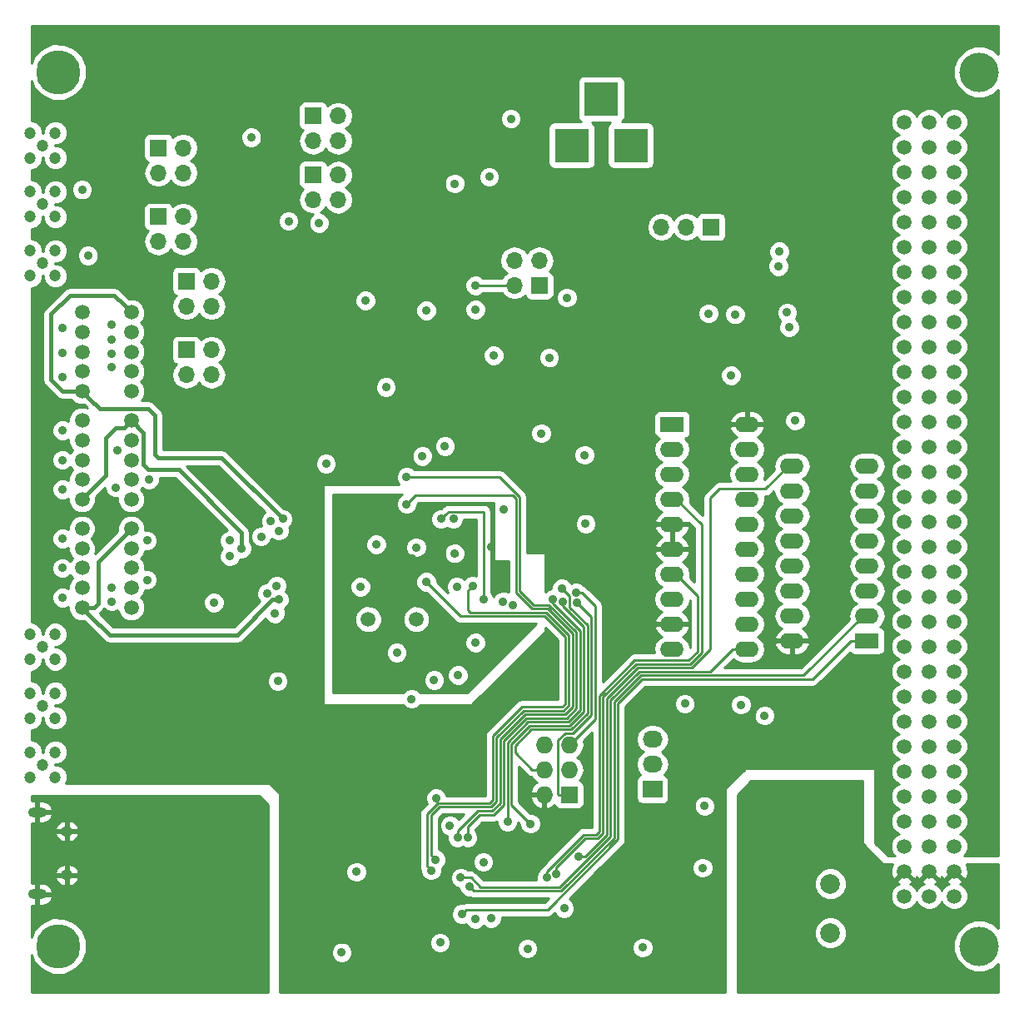
<source format=gbl>
G04 #@! TF.FileFunction,Copper,L4,Bot,Signal*
%FSLAX46Y46*%
G04 Gerber Fmt 4.6, Leading zero omitted, Abs format (unit mm)*
G04 Created by KiCad (PCBNEW 4.0.4-stable) date 03/01/17 18:05:15*
%MOMM*%
%LPD*%
G01*
G04 APERTURE LIST*
%ADD10C,0.150000*%
%ADD11R,1.700000X1.700000*%
%ADD12O,1.700000X1.700000*%
%ADD13R,1.727200X1.727200*%
%ADD14O,1.727200X1.727200*%
%ADD15O,1.900000X1.000000*%
%ADD16O,1.250000X1.050000*%
%ADD17R,2.032000X1.727200*%
%ADD18O,2.032000X1.727200*%
%ADD19C,1.998980*%
%ADD20C,1.501140*%
%ADD21C,4.000000*%
%ADD22C,4.500000*%
%ADD23R,3.500000X3.500000*%
%ADD24C,1.500000*%
%ADD25R,2.400000X1.600000*%
%ADD26O,2.400000X1.600000*%
%ADD27C,1.200000*%
%ADD28C,0.889000*%
%ADD29C,0.254000*%
%ADD30C,0.400000*%
G04 APERTURE END LIST*
D10*
D11*
X178750000Y-55250000D03*
D12*
X181290000Y-55250000D03*
X178750000Y-57790000D03*
X181290000Y-57790000D03*
D13*
X220540000Y-114040000D03*
D14*
X218000000Y-114040000D03*
X220540000Y-111500000D03*
X218000000Y-111500000D03*
X220540000Y-108960000D03*
X218000000Y-108960000D03*
D15*
X166450000Y-115825000D03*
X166450000Y-124175000D03*
D16*
X169450000Y-117775000D03*
X169450000Y-122225000D03*
D17*
X229000000Y-113500000D03*
D18*
X229000000Y-110960000D03*
X229000000Y-108420000D03*
D19*
X247100000Y-123100640D03*
X247100000Y-128101900D03*
D20*
X259700000Y-45630000D03*
X259700000Y-48170000D03*
X259700000Y-53250000D03*
X259700000Y-50710000D03*
X259700000Y-55790000D03*
X259700000Y-58330000D03*
X259700000Y-60870000D03*
X259700000Y-63410000D03*
X259700000Y-65950000D03*
X259700000Y-68490000D03*
X259700000Y-71030000D03*
X259700000Y-73570000D03*
X259700000Y-76110000D03*
X259700000Y-78650000D03*
X259700000Y-81190000D03*
X259700000Y-83730000D03*
X259700000Y-86270000D03*
X259700000Y-88810000D03*
X259700000Y-91350000D03*
X259700000Y-93890000D03*
X259700000Y-96430000D03*
X259700000Y-98970000D03*
X259700000Y-101510000D03*
X259700000Y-104050000D03*
X259700000Y-106590000D03*
X259700000Y-109130000D03*
X259700000Y-111670000D03*
X259700000Y-114210000D03*
X259700000Y-116750000D03*
X259700000Y-119290000D03*
X259700000Y-121830000D03*
X259700000Y-124370000D03*
X257160000Y-124370000D03*
X257160000Y-121830000D03*
X257160000Y-119290000D03*
X257160000Y-116750000D03*
X257160000Y-114210000D03*
X257160000Y-111670000D03*
X257160000Y-109130000D03*
X257160000Y-106590000D03*
X257160000Y-104050000D03*
X257160000Y-101510000D03*
X257160000Y-98970000D03*
X257160000Y-96430000D03*
X257160000Y-93890000D03*
X257160000Y-91350000D03*
X257160000Y-88810000D03*
X257160000Y-86270000D03*
X257160000Y-83730000D03*
X257160000Y-81190000D03*
X257160000Y-78650000D03*
X257160000Y-76110000D03*
X257160000Y-73570000D03*
X257160000Y-71030000D03*
X257160000Y-68490000D03*
X257160000Y-65950000D03*
X257160000Y-63410000D03*
X257160000Y-60870000D03*
X257160000Y-58330000D03*
X257160000Y-55790000D03*
X257160000Y-50710000D03*
X257160000Y-53250000D03*
X257160000Y-48170000D03*
X257160000Y-45630000D03*
X254620000Y-45630000D03*
X254620000Y-48170000D03*
X254620000Y-53250000D03*
X254620000Y-50710000D03*
X254620000Y-55790000D03*
X254620000Y-58330000D03*
X254620000Y-60870000D03*
X254620000Y-63410000D03*
X254620000Y-65950000D03*
X254620000Y-68490000D03*
X254620000Y-71030000D03*
X254620000Y-73570000D03*
X254620000Y-76110000D03*
X254620000Y-78650000D03*
X254620000Y-81190000D03*
X254620000Y-83730000D03*
X254620000Y-86270000D03*
X254620000Y-88810000D03*
X254620000Y-91350000D03*
X254620000Y-93890000D03*
X254620000Y-96430000D03*
X254620000Y-98970000D03*
X254620000Y-101510000D03*
X254620000Y-104050000D03*
X254620000Y-106590000D03*
X254620000Y-109130000D03*
X254620000Y-111670000D03*
X254620000Y-114210000D03*
X254620000Y-116750000D03*
X254620000Y-119290000D03*
X254620000Y-121830000D03*
X254620000Y-124370000D03*
D21*
X262240000Y-129450000D03*
X262240000Y-40550000D03*
D22*
X168570000Y-129450000D03*
X168570000Y-40550000D03*
D23*
X220800000Y-48000000D03*
X226800000Y-48000000D03*
X223800000Y-43300000D03*
D11*
X181600000Y-61800000D03*
D12*
X184140000Y-61800000D03*
X181600000Y-64340000D03*
X184140000Y-64340000D03*
D11*
X181600000Y-68800000D03*
D12*
X184140000Y-68800000D03*
X181600000Y-71340000D03*
X184140000Y-71340000D03*
D11*
X194500000Y-45000000D03*
D12*
X197040000Y-45000000D03*
X194500000Y-47540000D03*
X197040000Y-47540000D03*
D11*
X194500000Y-51000000D03*
D12*
X197040000Y-51000000D03*
X194500000Y-53540000D03*
X197040000Y-53540000D03*
D11*
X178750000Y-48250000D03*
D12*
X181290000Y-48250000D03*
X178750000Y-50790000D03*
X181290000Y-50790000D03*
D11*
X234980000Y-56300000D03*
D12*
X232440000Y-56300000D03*
X229900000Y-56300000D03*
D24*
X176000000Y-95000000D03*
X171000000Y-95000000D03*
X176000000Y-93000000D03*
X171000000Y-93000000D03*
X176000000Y-91000000D03*
X171000000Y-91000000D03*
X176000000Y-89000000D03*
X171000000Y-89000000D03*
X176000000Y-87000000D03*
X171000000Y-87000000D03*
X176000000Y-84000000D03*
X171000000Y-84000000D03*
X176000000Y-82000000D03*
X171000000Y-82000000D03*
X176000000Y-80000000D03*
X171000000Y-80000000D03*
X176000000Y-78000000D03*
X171000000Y-78000000D03*
X176000000Y-76000000D03*
X171000000Y-76000000D03*
X176000000Y-73000000D03*
X171000000Y-73000000D03*
X176000000Y-71000000D03*
X171000000Y-71000000D03*
X176000000Y-69000000D03*
X171000000Y-69000000D03*
X176000000Y-67000000D03*
X171000000Y-67000000D03*
X176000000Y-65000000D03*
X171000000Y-65000000D03*
D25*
X231000000Y-76375000D03*
D26*
X238620000Y-99235000D03*
X231000000Y-78915000D03*
X238620000Y-96695000D03*
X231000000Y-81455000D03*
X238620000Y-94155000D03*
X231000000Y-83995000D03*
X238620000Y-91615000D03*
X231000000Y-86535000D03*
X238620000Y-89075000D03*
X231000000Y-89075000D03*
X238620000Y-86535000D03*
X231000000Y-91615000D03*
X238620000Y-83995000D03*
X231000000Y-94155000D03*
X238620000Y-81455000D03*
X231000000Y-96695000D03*
X238620000Y-78915000D03*
X231000000Y-99235000D03*
X238620000Y-76375000D03*
D25*
X250825000Y-98400000D03*
D26*
X243205000Y-80620000D03*
X250825000Y-95860000D03*
X243205000Y-83160000D03*
X250825000Y-93320000D03*
X243205000Y-85700000D03*
X250825000Y-90780000D03*
X243205000Y-88240000D03*
X250825000Y-88240000D03*
X243205000Y-90780000D03*
X250825000Y-85700000D03*
X243205000Y-93320000D03*
X250825000Y-83160000D03*
X243205000Y-95860000D03*
X250825000Y-80620000D03*
X243205000Y-98400000D03*
D24*
X204975000Y-96200000D03*
X200095000Y-96200000D03*
D11*
X217500000Y-62250000D03*
D12*
X214960000Y-62250000D03*
X217500000Y-59710000D03*
X214960000Y-59710000D03*
D27*
X165730000Y-112270000D03*
X167000000Y-111000000D03*
X165730000Y-109730000D03*
X168270000Y-112270000D03*
X168270000Y-109730000D03*
X165730000Y-106270000D03*
X167000000Y-105000000D03*
X165730000Y-103730000D03*
X168270000Y-106270000D03*
X168270000Y-103730000D03*
X165730000Y-55270000D03*
X167000000Y-54000000D03*
X165730000Y-52730000D03*
X168270000Y-55270000D03*
X168270000Y-52730000D03*
X165730000Y-49270000D03*
X167000000Y-48000000D03*
X165730000Y-46730000D03*
X168270000Y-49270000D03*
X168270000Y-46730000D03*
X165730000Y-61270000D03*
X167000000Y-60000000D03*
X165730000Y-58730000D03*
X168270000Y-61270000D03*
X168270000Y-58730000D03*
X165730000Y-100270000D03*
X167000000Y-99000000D03*
X165730000Y-97730000D03*
X168270000Y-100270000D03*
X168270000Y-97730000D03*
D28*
X186000000Y-88200000D03*
X186000000Y-89800000D03*
X189200000Y-87800000D03*
X191000000Y-87200000D03*
X190200000Y-86200000D03*
X189800000Y-93600000D03*
X190800000Y-92800000D03*
X190600000Y-95600000D03*
X174000000Y-70600000D03*
X174000000Y-69200000D03*
X174000000Y-67800000D03*
X174000000Y-66200000D03*
X174400000Y-82800000D03*
X174600000Y-79000000D03*
X177800000Y-82000000D03*
X177600000Y-88200000D03*
X177600000Y-92200000D03*
X174000000Y-93000000D03*
X174000000Y-94400000D03*
X169000000Y-88000000D03*
X169000000Y-91000000D03*
X169000000Y-94000000D03*
X169000000Y-83000000D03*
X169000000Y-80000000D03*
X169000000Y-77000000D03*
X169000000Y-71600000D03*
X169000000Y-69100000D03*
X169000000Y-66600000D03*
X186600000Y-128800000D03*
X173300000Y-124900000D03*
X178518239Y-122607338D03*
X187000000Y-121700000D03*
X182400000Y-125200000D03*
X178600000Y-127500000D03*
X221212920Y-93504224D03*
X246500000Y-117000000D03*
X243300000Y-122100000D03*
X241000000Y-115100000D03*
X208400000Y-117200000D03*
X209229513Y-101903659D03*
X214794757Y-94812468D03*
X243500000Y-76000000D03*
X222200000Y-86500000D03*
X222100000Y-79500000D03*
X217700000Y-77300000D03*
X213900000Y-85000000D03*
X200900000Y-88600000D03*
X213800000Y-94400000D03*
X208900000Y-89500000D03*
X218500000Y-69600000D03*
X212851007Y-69361418D03*
X171600000Y-59200000D03*
X184400000Y-94500000D03*
X190900000Y-102500000D03*
X203000000Y-99600000D03*
X199300000Y-92900000D03*
X207900000Y-78600000D03*
X205600000Y-79600000D03*
X195800000Y-80400000D03*
X201900000Y-72600000D03*
X241900000Y-58800000D03*
X241800000Y-60300000D03*
X208900000Y-51900000D03*
X212400000Y-51200000D03*
X214600000Y-45300000D03*
X192000000Y-55700000D03*
X195100000Y-55900000D03*
X199800000Y-63800000D03*
X206000000Y-64800000D03*
X211000000Y-64700000D03*
X220300000Y-63500000D03*
X240400000Y-106000000D03*
X242900000Y-66500000D03*
X242700000Y-65000000D03*
X204500000Y-104300000D03*
X204966298Y-88888937D03*
X237000000Y-71400000D03*
X208763644Y-85954555D03*
X234700000Y-65100000D03*
X237400000Y-65200000D03*
X209100000Y-92900000D03*
X206800000Y-102400000D03*
X211000000Y-98600000D03*
X188195821Y-47169312D03*
X171000000Y-52500000D03*
X234100000Y-121500000D03*
X238000000Y-104900000D03*
X232300000Y-104800000D03*
X207400000Y-129100000D03*
X228000000Y-129612458D03*
X220013846Y-125598520D03*
X216300000Y-129700000D03*
X212600000Y-126600000D03*
X211000000Y-126700000D03*
X211800000Y-120900000D03*
X198900000Y-121900000D03*
X197400000Y-130100000D03*
X234300000Y-115200000D03*
X191000000Y-94200000D03*
X187200000Y-89000000D03*
X191400000Y-86000000D03*
X216894369Y-84588287D03*
X202200000Y-113600000D03*
X208000000Y-61000000D03*
X227600000Y-79300000D03*
X227200863Y-89099785D03*
X211000000Y-66800000D03*
X199700000Y-81700000D03*
X206100000Y-71900000D03*
X211300000Y-44700000D03*
X199500000Y-55900000D03*
X202100000Y-64300000D03*
X233200000Y-110600000D03*
X239800000Y-64900000D03*
X238800000Y-66500000D03*
X195200000Y-103100000D03*
X233700000Y-73500000D03*
X197186663Y-119813337D03*
X199713796Y-118701626D03*
X220600000Y-67100000D03*
X211864465Y-130201480D03*
X214500000Y-121100000D03*
X234300000Y-113800000D03*
X207500000Y-86000000D03*
X211800000Y-94200000D03*
X212627838Y-88872162D03*
X214800000Y-97400000D03*
X212796512Y-97425510D03*
X204600000Y-90000000D03*
X209500000Y-122500000D03*
X218283724Y-122483724D03*
X219222664Y-122095558D03*
X214256969Y-116800000D03*
X218887194Y-94178644D03*
X219790475Y-93060300D03*
X221293564Y-94517031D03*
X219896552Y-94455786D03*
X216589021Y-117006979D03*
X206960905Y-120658709D03*
X210700000Y-92800000D03*
X207000000Y-114400000D03*
X206500000Y-121750000D03*
X206000000Y-92400000D03*
X209183989Y-118401034D03*
X204000000Y-84500000D03*
X210200000Y-118400000D03*
X204000000Y-81750000D03*
X221522555Y-120322555D03*
X209600000Y-126200000D03*
X210400000Y-123400000D03*
X211000000Y-62250000D03*
D29*
X223156099Y-94818786D02*
X221841537Y-93504224D01*
X220540000Y-108960000D02*
X223156099Y-106343901D01*
X223156099Y-106343901D02*
X223156099Y-94818786D01*
X221841537Y-93504224D02*
X221212920Y-93504224D01*
X209303659Y-101903659D02*
X209229513Y-101903659D01*
X209400000Y-102000000D02*
X209303659Y-101903659D01*
X208900000Y-89500000D02*
X209100000Y-89700000D01*
D30*
X171749999Y-95749999D02*
X171000000Y-95000000D01*
X173800000Y-97800000D02*
X171749999Y-95749999D01*
X186771383Y-97800000D02*
X173800000Y-97800000D01*
X190371383Y-94200000D02*
X186771383Y-97800000D01*
X191000000Y-94200000D02*
X190371383Y-94200000D01*
X171000000Y-95000000D02*
X172200000Y-95000000D01*
X172600000Y-90400000D02*
X176000000Y-87000000D01*
X172600000Y-94600000D02*
X172600000Y-90400000D01*
X172200000Y-95000000D02*
X172600000Y-94600000D01*
X171749999Y-83250001D02*
X171000000Y-84000000D01*
X173418989Y-77759338D02*
X173418989Y-81581011D01*
X174428328Y-76749999D02*
X173418989Y-77759338D01*
X173418989Y-81581011D02*
X171749999Y-83250001D01*
X175250001Y-76749999D02*
X174428328Y-76749999D01*
X176000000Y-76000000D02*
X175250001Y-76749999D01*
X187200000Y-87366978D02*
X187200000Y-88371383D01*
X187200000Y-88371383D02*
X187200000Y-89000000D01*
X177759337Y-80981009D02*
X180814031Y-80981009D01*
X180814031Y-80981009D02*
X187200000Y-87366978D01*
X177218989Y-80440662D02*
X177759337Y-80981009D01*
X177218989Y-77218989D02*
X177218989Y-80440662D01*
X176000000Y-76000000D02*
X177218989Y-77218989D01*
X174250000Y-63250000D02*
X175250001Y-64250001D01*
X169750000Y-63250000D02*
X174250000Y-63250000D01*
X167818991Y-65181009D02*
X169750000Y-63250000D01*
X175250001Y-64250001D02*
X176000000Y-65000000D01*
X167818991Y-71818991D02*
X167818991Y-65181009D01*
X169000000Y-73000000D02*
X167818991Y-71818991D01*
X171000000Y-73000000D02*
X169000000Y-73000000D01*
X171749999Y-73749999D02*
X171000000Y-73000000D01*
X172781011Y-74781011D02*
X171749999Y-73749999D01*
X177759339Y-74781011D02*
X172781011Y-74781011D01*
X178418991Y-75440663D02*
X177759339Y-74781011D01*
X178418991Y-79440663D02*
X178418991Y-75440663D01*
X178759337Y-79781009D02*
X178418991Y-79440663D01*
X191400000Y-86000000D02*
X185181009Y-79781009D01*
X185181009Y-79781009D02*
X178759337Y-79781009D01*
D29*
X211800000Y-94200000D02*
X211800000Y-85256054D01*
X211800000Y-85256054D02*
X208243946Y-85256054D01*
X208243946Y-85256054D02*
X207944499Y-85555501D01*
X207944499Y-85555501D02*
X207500000Y-86000000D01*
X207700000Y-86000000D02*
X207500000Y-86000000D01*
X234871033Y-101529967D02*
X227654429Y-101529967D01*
X210128617Y-122500000D02*
X209500000Y-122500000D01*
X211497270Y-123463488D02*
X210533782Y-122500000D01*
X210533782Y-122500000D02*
X210128617Y-122500000D01*
X237166000Y-99235000D02*
X234871033Y-101529967D01*
X227654429Y-101529967D02*
X224751043Y-104433353D01*
X224751043Y-104433353D02*
X224751043Y-118283883D01*
X238620000Y-99235000D02*
X237166000Y-99235000D01*
X224751043Y-118283883D02*
X219571438Y-123463488D01*
X219571438Y-123463488D02*
X211497270Y-123463488D01*
X223608010Y-117810426D02*
X223310426Y-118108010D01*
X227180972Y-100386934D02*
X223608010Y-103959896D01*
X233608011Y-99479403D02*
X232700480Y-100386934D01*
X231400000Y-91615000D02*
X233608011Y-93823011D01*
X222030821Y-118108010D02*
X218283724Y-121855107D01*
X223310426Y-118108010D02*
X222030821Y-118108010D01*
X218283724Y-121855107D02*
X218283724Y-122483724D01*
X233608011Y-93823011D02*
X233608011Y-99479403D01*
X231000000Y-91615000D02*
X231400000Y-91615000D01*
X232700480Y-100386934D02*
X227180972Y-100386934D01*
X223608010Y-103959896D02*
X223608010Y-117810426D01*
X233989022Y-86584022D02*
X233989022Y-99637222D01*
X232858299Y-100767945D02*
X227338791Y-100767945D01*
X219222664Y-121466941D02*
X219222664Y-122095558D01*
X233989022Y-99637222D02*
X232858299Y-100767945D01*
X231400000Y-83995000D02*
X233989022Y-86584022D01*
X223989021Y-117968245D02*
X223468245Y-118489021D01*
X222200584Y-118489021D02*
X219222664Y-121466941D01*
X223989021Y-104117715D02*
X223989021Y-117968245D01*
X231000000Y-83995000D02*
X231400000Y-83995000D01*
X227338791Y-100767945D02*
X223989021Y-104117715D01*
X223468245Y-118489021D02*
X222200584Y-118489021D01*
X214256969Y-116800000D02*
X214256969Y-108726541D01*
X220441701Y-106632054D02*
X221632054Y-105441701D01*
X216351456Y-106632054D02*
X220441701Y-106632054D01*
X214256969Y-108726541D02*
X216351456Y-106632054D01*
X221632054Y-97358298D02*
X218887194Y-94613438D01*
X218887194Y-94613438D02*
X218887194Y-94178644D01*
X221632054Y-105441701D02*
X221632054Y-97358298D01*
X220595054Y-93864879D02*
X220234974Y-93504799D01*
X218000000Y-111500000D02*
X216778686Y-111500000D01*
X222394076Y-105547343D02*
X222394077Y-96842661D01*
X216667094Y-107394076D02*
X220757340Y-107394076D01*
X220757340Y-107394076D02*
X222394075Y-105757339D01*
X215018991Y-109740305D02*
X215018991Y-109042179D01*
X215018991Y-109042179D02*
X216667094Y-107394076D01*
X222394075Y-105757339D02*
X222394076Y-105547343D01*
X220234974Y-93504799D02*
X219790475Y-93060300D01*
X216778686Y-111500000D02*
X215018991Y-109740305D01*
X222394077Y-96842661D02*
X220595054Y-95043638D01*
X220595054Y-95043638D02*
X220595054Y-93864879D01*
X219400000Y-114017600D02*
X219400000Y-108490243D01*
X221738063Y-94961530D02*
X221293564Y-94517031D01*
X222775088Y-95998555D02*
X221738063Y-94961530D01*
X220540000Y-114040000D02*
X219422400Y-114040000D01*
X222775087Y-105135513D02*
X222775088Y-103715158D01*
X222775085Y-105915158D02*
X222775087Y-105135513D01*
X222775088Y-103715158D02*
X222775088Y-95998555D01*
X219400000Y-108490243D02*
X220115156Y-107775087D01*
X220915159Y-107775087D02*
X222775085Y-105915158D01*
X219422400Y-114040000D02*
X219400000Y-114017600D01*
X220115156Y-107775087D02*
X220915159Y-107775087D01*
X216589021Y-117006979D02*
X214637980Y-115055938D01*
X216509275Y-107013065D02*
X220599520Y-107013065D01*
X214637980Y-108884360D02*
X216509275Y-107013065D01*
X222013065Y-105599520D02*
X222013066Y-97000480D01*
X220599520Y-107013065D02*
X222013065Y-105599520D01*
X222013066Y-97000480D02*
X219896552Y-94883966D01*
X214637980Y-115055938D02*
X214637980Y-108884360D01*
X219896552Y-94883966D02*
X219896552Y-94455786D01*
X207368244Y-115289022D02*
X206516406Y-116140860D01*
X210255501Y-93244499D02*
X210255501Y-95266479D01*
X206516406Y-120214210D02*
X206960905Y-120658709D01*
X212568244Y-115289022D02*
X207368244Y-115289022D01*
X210255501Y-95266479D02*
X210500000Y-95510978D01*
X213113936Y-114743330D02*
X212568244Y-115289022D01*
X220489021Y-97831755D02*
X220489021Y-104968244D01*
X218168244Y-95510978D02*
X220489021Y-97831755D01*
X210500000Y-95510978D02*
X218168244Y-95510978D01*
X220489021Y-104968244D02*
X219968244Y-105489021D01*
X210700000Y-92800000D02*
X210255501Y-93244499D01*
X219968244Y-105489021D02*
X215877999Y-105489021D01*
X206516406Y-116140860D02*
X206516406Y-120214210D01*
X215877999Y-105489021D02*
X213113936Y-108253084D01*
X213113936Y-108253084D02*
X213113936Y-114743330D01*
X207000000Y-114400000D02*
X207000000Y-114697586D01*
X207000000Y-114697586D02*
X207210425Y-114908011D01*
X209491989Y-95891989D02*
X206444499Y-92844499D01*
X218010425Y-95891989D02*
X209491989Y-95891989D01*
X220108010Y-97989574D02*
X218010425Y-95891989D01*
X220108010Y-104810425D02*
X220108010Y-97989574D01*
X215720180Y-105108010D02*
X219810425Y-105108010D01*
X212732925Y-108095265D02*
X215720180Y-105108010D01*
X212732925Y-114585511D02*
X212732925Y-108095265D01*
X212410425Y-114908011D02*
X212732925Y-114585511D01*
X206055501Y-121305501D02*
X206055501Y-116062935D01*
X207210425Y-114908011D02*
X212410425Y-114908011D01*
X206500000Y-121750000D02*
X206055501Y-121305501D01*
X206055501Y-116062935D02*
X207210425Y-114908011D01*
X219810425Y-105108010D02*
X220108010Y-104810425D01*
X206444499Y-92844499D02*
X206000000Y-92400000D01*
X218326063Y-95129967D02*
X216772701Y-95129967D01*
X220870032Y-97673936D02*
X218326063Y-95129967D01*
X204444499Y-84055501D02*
X204000000Y-84500000D01*
X220126063Y-105870032D02*
X220870032Y-105126063D01*
X204900000Y-83600000D02*
X204444499Y-84055501D01*
X214800000Y-83600000D02*
X204900000Y-83600000D01*
X215110979Y-83910979D02*
X214800000Y-83600000D01*
X215110979Y-93468245D02*
X215110979Y-83910979D01*
X216772701Y-95129967D02*
X215110979Y-93468245D01*
X220870032Y-105126063D02*
X220870032Y-97673936D01*
X216035818Y-105870032D02*
X220126063Y-105870032D01*
X212726063Y-115670033D02*
X213494947Y-114901149D01*
X213494947Y-108410903D02*
X216035818Y-105870032D01*
X209183989Y-117758745D02*
X211272701Y-115670033D01*
X213494947Y-114901149D02*
X213494947Y-108410903D01*
X209183989Y-118401034D02*
X209183989Y-117758745D01*
X211272701Y-115670033D02*
X212726063Y-115670033D01*
X215491990Y-83753160D02*
X215491990Y-93310426D01*
X210200000Y-117771383D02*
X210200000Y-118400000D01*
X211389574Y-116091990D02*
X210200000Y-117281564D01*
X218483882Y-94748956D02*
X221251043Y-97516117D01*
X213875958Y-108568722D02*
X213875958Y-115058968D01*
X212842936Y-116091990D02*
X211389574Y-116091990D01*
X216193637Y-106251043D02*
X213875958Y-108568722D01*
X220283882Y-106251043D02*
X216193637Y-106251043D01*
X221251043Y-105283882D02*
X220283882Y-106251043D01*
X221251043Y-97516117D02*
X221251043Y-105283882D01*
X213488830Y-81750000D02*
X215491990Y-83753160D01*
X215491990Y-93310426D02*
X216930520Y-94748956D01*
X213875958Y-115058968D02*
X212842936Y-116091990D01*
X210200000Y-117281564D02*
X210200000Y-117771383D01*
X204000000Y-81750000D02*
X213488830Y-81750000D01*
X216930520Y-94748956D02*
X218483882Y-94748956D01*
X227496610Y-101148956D02*
X224370032Y-104275534D01*
X234891990Y-83889574D02*
X234891990Y-99273084D01*
X234891990Y-99273084D02*
X233016118Y-101148956D01*
X235840574Y-82940990D02*
X234891990Y-83889574D01*
X222173541Y-120322555D02*
X222151172Y-120322555D01*
X242805000Y-80620000D02*
X240484010Y-82940990D01*
X224370032Y-104275534D02*
X224370032Y-118126064D01*
X240484010Y-82940990D02*
X235840574Y-82940990D01*
X222151172Y-120322555D02*
X221522555Y-120322555D01*
X233016118Y-101148956D02*
X227496610Y-101148956D01*
X224370032Y-118126064D02*
X222173541Y-120322555D01*
X243205000Y-80620000D02*
X242805000Y-80620000D01*
X225513065Y-118599521D02*
X225513065Y-104748991D01*
X209600000Y-126200000D02*
X210044499Y-125755501D01*
X227970067Y-102291989D02*
X245289575Y-102291989D01*
X249371000Y-98400000D02*
X250825000Y-98400000D01*
X218357085Y-125755501D02*
X225513065Y-118599521D01*
X249181564Y-98400000D02*
X249371000Y-98400000D01*
X210044499Y-125755501D02*
X218357085Y-125755501D01*
X245289575Y-102291989D02*
X249181564Y-98400000D01*
X225513065Y-104748991D02*
X227970067Y-102291989D01*
X219729257Y-123844499D02*
X210844499Y-123844499D01*
X225132054Y-118441702D02*
X219729257Y-123844499D01*
X210844499Y-123844499D02*
X210400000Y-123400000D01*
X225132054Y-104591172D02*
X225132054Y-118441702D01*
X227812248Y-101910978D02*
X225132054Y-104591172D01*
X244374022Y-101910978D02*
X227812248Y-101910978D01*
X250425000Y-95860000D02*
X244374022Y-101910978D01*
X250825000Y-95860000D02*
X250425000Y-95860000D01*
X214960000Y-62250000D02*
X211000000Y-62250000D01*
G36*
X250373000Y-119000000D02*
X250382334Y-119047789D01*
X250382829Y-119048535D01*
X250383006Y-119049410D01*
X250410197Y-119089803D01*
X252410197Y-121089803D01*
X252450590Y-121116994D01*
X252451465Y-121117171D01*
X252452211Y-121117666D01*
X252500000Y-121127000D01*
X253399500Y-121127000D01*
X253222233Y-121625034D01*
X253250195Y-122175538D01*
X253407069Y-122554265D01*
X253648070Y-122622325D01*
X254440395Y-121830000D01*
X254426253Y-121815858D01*
X254605858Y-121636253D01*
X254620000Y-121650395D01*
X254634143Y-121636253D01*
X254813748Y-121815858D01*
X254799605Y-121830000D01*
X255591930Y-122622325D01*
X255832931Y-122554265D01*
X255885681Y-122406062D01*
X255947069Y-122554265D01*
X256188070Y-122622325D01*
X256980395Y-121830000D01*
X256966253Y-121815858D01*
X257145858Y-121636253D01*
X257160000Y-121650395D01*
X257174143Y-121636253D01*
X257353748Y-121815858D01*
X257339605Y-121830000D01*
X258131930Y-122622325D01*
X258372931Y-122554265D01*
X258425681Y-122406062D01*
X258487069Y-122554265D01*
X258728070Y-122622325D01*
X259520395Y-121830000D01*
X259506253Y-121815858D01*
X259685858Y-121636253D01*
X259700000Y-121650395D01*
X259714143Y-121636253D01*
X259893748Y-121815858D01*
X259879605Y-121830000D01*
X260671930Y-122622325D01*
X260912931Y-122554265D01*
X261097767Y-122034966D01*
X261069805Y-121484462D01*
X260921739Y-121127000D01*
X264174500Y-121127000D01*
X264174500Y-127658170D01*
X263734557Y-127217458D01*
X262766433Y-126815458D01*
X261718166Y-126814543D01*
X260749342Y-127214853D01*
X260007458Y-127955443D01*
X259605458Y-128923567D01*
X259604543Y-129971834D01*
X260004853Y-130940658D01*
X260745443Y-131682542D01*
X261713567Y-132084542D01*
X262761834Y-132085457D01*
X263730658Y-131685147D01*
X264174500Y-131242079D01*
X264174500Y-134174500D01*
X237627000Y-134174500D01*
X237627000Y-128425594D01*
X245465226Y-128425594D01*
X245713538Y-129026555D01*
X246172927Y-129486746D01*
X246773453Y-129736106D01*
X247423694Y-129736674D01*
X248024655Y-129488362D01*
X248484846Y-129028973D01*
X248734206Y-128428447D01*
X248734774Y-127778206D01*
X248486462Y-127177245D01*
X248027073Y-126717054D01*
X247426547Y-126467694D01*
X246776306Y-126467126D01*
X246175345Y-126715438D01*
X245715154Y-127174827D01*
X245465794Y-127775353D01*
X245465226Y-128425594D01*
X237627000Y-128425594D01*
X237627000Y-123424334D01*
X245465226Y-123424334D01*
X245713538Y-124025295D01*
X246172927Y-124485486D01*
X246773453Y-124734846D01*
X247423694Y-124735414D01*
X247643969Y-124644398D01*
X253234190Y-124644398D01*
X253444686Y-125153837D01*
X253834113Y-125543944D01*
X254343184Y-125755329D01*
X254894398Y-125755810D01*
X255403837Y-125545314D01*
X255793944Y-125155887D01*
X255889975Y-124924619D01*
X255984686Y-125153837D01*
X256374113Y-125543944D01*
X256883184Y-125755329D01*
X257434398Y-125755810D01*
X257943837Y-125545314D01*
X258333944Y-125155887D01*
X258429975Y-124924619D01*
X258524686Y-125153837D01*
X258914113Y-125543944D01*
X259423184Y-125755329D01*
X259974398Y-125755810D01*
X260483837Y-125545314D01*
X260873944Y-125155887D01*
X261085329Y-124646816D01*
X261085810Y-124095602D01*
X260875314Y-123586163D01*
X260485887Y-123196056D01*
X260270504Y-123106621D01*
X260424265Y-123042931D01*
X260492325Y-122801930D01*
X259700000Y-122009605D01*
X258907675Y-122801930D01*
X258975735Y-123042931D01*
X259141040Y-123101769D01*
X258916163Y-123194686D01*
X258526056Y-123584113D01*
X258430025Y-123815381D01*
X258335314Y-123586163D01*
X257945887Y-123196056D01*
X257730504Y-123106621D01*
X257884265Y-123042931D01*
X257952325Y-122801930D01*
X257160000Y-122009605D01*
X256367675Y-122801930D01*
X256435735Y-123042931D01*
X256601040Y-123101769D01*
X256376163Y-123194686D01*
X255986056Y-123584113D01*
X255890025Y-123815381D01*
X255795314Y-123586163D01*
X255405887Y-123196056D01*
X255190504Y-123106621D01*
X255344265Y-123042931D01*
X255412325Y-122801930D01*
X254620000Y-122009605D01*
X253827675Y-122801930D01*
X253895735Y-123042931D01*
X254061040Y-123101769D01*
X253836163Y-123194686D01*
X253446056Y-123584113D01*
X253234671Y-124093184D01*
X253234190Y-124644398D01*
X247643969Y-124644398D01*
X248024655Y-124487102D01*
X248484846Y-124027713D01*
X248734206Y-123427187D01*
X248734774Y-122776946D01*
X248486462Y-122175985D01*
X248027073Y-121715794D01*
X247426547Y-121466434D01*
X246776306Y-121465866D01*
X246175345Y-121714178D01*
X245715154Y-122173567D01*
X245465794Y-122774093D01*
X245465226Y-123424334D01*
X237627000Y-123424334D01*
X237627000Y-114052606D01*
X239052606Y-112627000D01*
X250373000Y-112627000D01*
X250373000Y-119000000D01*
X250373000Y-119000000D01*
G37*
X250373000Y-119000000D02*
X250382334Y-119047789D01*
X250382829Y-119048535D01*
X250383006Y-119049410D01*
X250410197Y-119089803D01*
X252410197Y-121089803D01*
X252450590Y-121116994D01*
X252451465Y-121117171D01*
X252452211Y-121117666D01*
X252500000Y-121127000D01*
X253399500Y-121127000D01*
X253222233Y-121625034D01*
X253250195Y-122175538D01*
X253407069Y-122554265D01*
X253648070Y-122622325D01*
X254440395Y-121830000D01*
X254426253Y-121815858D01*
X254605858Y-121636253D01*
X254620000Y-121650395D01*
X254634143Y-121636253D01*
X254813748Y-121815858D01*
X254799605Y-121830000D01*
X255591930Y-122622325D01*
X255832931Y-122554265D01*
X255885681Y-122406062D01*
X255947069Y-122554265D01*
X256188070Y-122622325D01*
X256980395Y-121830000D01*
X256966253Y-121815858D01*
X257145858Y-121636253D01*
X257160000Y-121650395D01*
X257174143Y-121636253D01*
X257353748Y-121815858D01*
X257339605Y-121830000D01*
X258131930Y-122622325D01*
X258372931Y-122554265D01*
X258425681Y-122406062D01*
X258487069Y-122554265D01*
X258728070Y-122622325D01*
X259520395Y-121830000D01*
X259506253Y-121815858D01*
X259685858Y-121636253D01*
X259700000Y-121650395D01*
X259714143Y-121636253D01*
X259893748Y-121815858D01*
X259879605Y-121830000D01*
X260671930Y-122622325D01*
X260912931Y-122554265D01*
X261097767Y-122034966D01*
X261069805Y-121484462D01*
X260921739Y-121127000D01*
X264174500Y-121127000D01*
X264174500Y-127658170D01*
X263734557Y-127217458D01*
X262766433Y-126815458D01*
X261718166Y-126814543D01*
X260749342Y-127214853D01*
X260007458Y-127955443D01*
X259605458Y-128923567D01*
X259604543Y-129971834D01*
X260004853Y-130940658D01*
X260745443Y-131682542D01*
X261713567Y-132084542D01*
X262761834Y-132085457D01*
X263730658Y-131685147D01*
X264174500Y-131242079D01*
X264174500Y-134174500D01*
X237627000Y-134174500D01*
X237627000Y-128425594D01*
X245465226Y-128425594D01*
X245713538Y-129026555D01*
X246172927Y-129486746D01*
X246773453Y-129736106D01*
X247423694Y-129736674D01*
X248024655Y-129488362D01*
X248484846Y-129028973D01*
X248734206Y-128428447D01*
X248734774Y-127778206D01*
X248486462Y-127177245D01*
X248027073Y-126717054D01*
X247426547Y-126467694D01*
X246776306Y-126467126D01*
X246175345Y-126715438D01*
X245715154Y-127174827D01*
X245465794Y-127775353D01*
X245465226Y-128425594D01*
X237627000Y-128425594D01*
X237627000Y-123424334D01*
X245465226Y-123424334D01*
X245713538Y-124025295D01*
X246172927Y-124485486D01*
X246773453Y-124734846D01*
X247423694Y-124735414D01*
X247643969Y-124644398D01*
X253234190Y-124644398D01*
X253444686Y-125153837D01*
X253834113Y-125543944D01*
X254343184Y-125755329D01*
X254894398Y-125755810D01*
X255403837Y-125545314D01*
X255793944Y-125155887D01*
X255889975Y-124924619D01*
X255984686Y-125153837D01*
X256374113Y-125543944D01*
X256883184Y-125755329D01*
X257434398Y-125755810D01*
X257943837Y-125545314D01*
X258333944Y-125155887D01*
X258429975Y-124924619D01*
X258524686Y-125153837D01*
X258914113Y-125543944D01*
X259423184Y-125755329D01*
X259974398Y-125755810D01*
X260483837Y-125545314D01*
X260873944Y-125155887D01*
X261085329Y-124646816D01*
X261085810Y-124095602D01*
X260875314Y-123586163D01*
X260485887Y-123196056D01*
X260270504Y-123106621D01*
X260424265Y-123042931D01*
X260492325Y-122801930D01*
X259700000Y-122009605D01*
X258907675Y-122801930D01*
X258975735Y-123042931D01*
X259141040Y-123101769D01*
X258916163Y-123194686D01*
X258526056Y-123584113D01*
X258430025Y-123815381D01*
X258335314Y-123586163D01*
X257945887Y-123196056D01*
X257730504Y-123106621D01*
X257884265Y-123042931D01*
X257952325Y-122801930D01*
X257160000Y-122009605D01*
X256367675Y-122801930D01*
X256435735Y-123042931D01*
X256601040Y-123101769D01*
X256376163Y-123194686D01*
X255986056Y-123584113D01*
X255890025Y-123815381D01*
X255795314Y-123586163D01*
X255405887Y-123196056D01*
X255190504Y-123106621D01*
X255344265Y-123042931D01*
X255412325Y-122801930D01*
X254620000Y-122009605D01*
X253827675Y-122801930D01*
X253895735Y-123042931D01*
X254061040Y-123101769D01*
X253836163Y-123194686D01*
X253446056Y-123584113D01*
X253234671Y-124093184D01*
X253234190Y-124644398D01*
X247643969Y-124644398D01*
X248024655Y-124487102D01*
X248484846Y-124027713D01*
X248734206Y-123427187D01*
X248734774Y-122776946D01*
X248486462Y-122175985D01*
X248027073Y-121715794D01*
X247426547Y-121466434D01*
X246776306Y-121465866D01*
X246175345Y-121714178D01*
X245715154Y-122173567D01*
X245465794Y-122774093D01*
X245465226Y-123424334D01*
X237627000Y-123424334D01*
X237627000Y-114052606D01*
X239052606Y-112627000D01*
X250373000Y-112627000D01*
X250373000Y-119000000D01*
G36*
X189873000Y-115052606D02*
X189873000Y-134174500D01*
X165825500Y-134174500D01*
X165825500Y-130362588D01*
X166122790Y-131082086D01*
X166933645Y-131894357D01*
X167993620Y-132334498D01*
X169141344Y-132335499D01*
X170202086Y-131897210D01*
X171014357Y-131086355D01*
X171454498Y-130026380D01*
X171455499Y-128878656D01*
X171017210Y-127817914D01*
X170206355Y-127005643D01*
X169146380Y-126565502D01*
X167998656Y-126564501D01*
X166937914Y-127002790D01*
X166125643Y-127813645D01*
X165825500Y-128536468D01*
X165825500Y-125294901D01*
X165873000Y-125310000D01*
X166323000Y-125310000D01*
X166323000Y-124302000D01*
X166577000Y-124302000D01*
X166577000Y-125310000D01*
X167027000Y-125310000D01*
X167451678Y-125175002D01*
X167792368Y-124887763D01*
X167994119Y-124476874D01*
X167867954Y-124302000D01*
X166577000Y-124302000D01*
X166323000Y-124302000D01*
X166303000Y-124302000D01*
X166303000Y-124048000D01*
X166323000Y-124048000D01*
X166323000Y-123040000D01*
X166577000Y-123040000D01*
X166577000Y-124048000D01*
X167867954Y-124048000D01*
X167994119Y-123873126D01*
X167792368Y-123462237D01*
X167451678Y-123174998D01*
X167027000Y-123040000D01*
X166577000Y-123040000D01*
X166323000Y-123040000D01*
X165873000Y-123040000D01*
X165825500Y-123055099D01*
X165825500Y-122530810D01*
X168231036Y-122530810D01*
X168396864Y-122884120D01*
X168721651Y-123198697D01*
X169142099Y-123365037D01*
X169323000Y-123224774D01*
X169323000Y-122352000D01*
X169577000Y-122352000D01*
X169577000Y-123224774D01*
X169757901Y-123365037D01*
X170178349Y-123198697D01*
X170503136Y-122884120D01*
X170668964Y-122530810D01*
X170543163Y-122352000D01*
X169577000Y-122352000D01*
X169323000Y-122352000D01*
X168356837Y-122352000D01*
X168231036Y-122530810D01*
X165825500Y-122530810D01*
X165825500Y-121919190D01*
X168231036Y-121919190D01*
X168356837Y-122098000D01*
X169323000Y-122098000D01*
X169323000Y-121225226D01*
X169577000Y-121225226D01*
X169577000Y-122098000D01*
X170543163Y-122098000D01*
X170668964Y-121919190D01*
X170503136Y-121565880D01*
X170178349Y-121251303D01*
X169757901Y-121084963D01*
X169577000Y-121225226D01*
X169323000Y-121225226D01*
X169142099Y-121084963D01*
X168721651Y-121251303D01*
X168396864Y-121565880D01*
X168231036Y-121919190D01*
X165825500Y-121919190D01*
X165825500Y-118080810D01*
X168231036Y-118080810D01*
X168396864Y-118434120D01*
X168721651Y-118748697D01*
X169142099Y-118915037D01*
X169323000Y-118774774D01*
X169323000Y-117902000D01*
X169577000Y-117902000D01*
X169577000Y-118774774D01*
X169757901Y-118915037D01*
X170178349Y-118748697D01*
X170503136Y-118434120D01*
X170668964Y-118080810D01*
X170543163Y-117902000D01*
X169577000Y-117902000D01*
X169323000Y-117902000D01*
X168356837Y-117902000D01*
X168231036Y-118080810D01*
X165825500Y-118080810D01*
X165825500Y-117469190D01*
X168231036Y-117469190D01*
X168356837Y-117648000D01*
X169323000Y-117648000D01*
X169323000Y-116775226D01*
X169577000Y-116775226D01*
X169577000Y-117648000D01*
X170543163Y-117648000D01*
X170668964Y-117469190D01*
X170503136Y-117115880D01*
X170178349Y-116801303D01*
X169757901Y-116634963D01*
X169577000Y-116775226D01*
X169323000Y-116775226D01*
X169142099Y-116634963D01*
X168721651Y-116801303D01*
X168396864Y-117115880D01*
X168231036Y-117469190D01*
X165825500Y-117469190D01*
X165825500Y-116944901D01*
X165873000Y-116960000D01*
X166323000Y-116960000D01*
X166323000Y-115952000D01*
X166577000Y-115952000D01*
X166577000Y-116960000D01*
X167027000Y-116960000D01*
X167451678Y-116825002D01*
X167792368Y-116537763D01*
X167994119Y-116126874D01*
X167867954Y-115952000D01*
X166577000Y-115952000D01*
X166323000Y-115952000D01*
X166303000Y-115952000D01*
X166303000Y-115698000D01*
X166323000Y-115698000D01*
X166323000Y-114690000D01*
X166577000Y-114690000D01*
X166577000Y-115698000D01*
X167867954Y-115698000D01*
X167994119Y-115523126D01*
X167792368Y-115112237D01*
X167451678Y-114824998D01*
X167027000Y-114690000D01*
X166577000Y-114690000D01*
X166323000Y-114690000D01*
X165873000Y-114690000D01*
X165825500Y-114705099D01*
X165825500Y-114127000D01*
X188947394Y-114127000D01*
X189873000Y-115052606D01*
X189873000Y-115052606D01*
G37*
X189873000Y-115052606D02*
X189873000Y-134174500D01*
X165825500Y-134174500D01*
X165825500Y-130362588D01*
X166122790Y-131082086D01*
X166933645Y-131894357D01*
X167993620Y-132334498D01*
X169141344Y-132335499D01*
X170202086Y-131897210D01*
X171014357Y-131086355D01*
X171454498Y-130026380D01*
X171455499Y-128878656D01*
X171017210Y-127817914D01*
X170206355Y-127005643D01*
X169146380Y-126565502D01*
X167998656Y-126564501D01*
X166937914Y-127002790D01*
X166125643Y-127813645D01*
X165825500Y-128536468D01*
X165825500Y-125294901D01*
X165873000Y-125310000D01*
X166323000Y-125310000D01*
X166323000Y-124302000D01*
X166577000Y-124302000D01*
X166577000Y-125310000D01*
X167027000Y-125310000D01*
X167451678Y-125175002D01*
X167792368Y-124887763D01*
X167994119Y-124476874D01*
X167867954Y-124302000D01*
X166577000Y-124302000D01*
X166323000Y-124302000D01*
X166303000Y-124302000D01*
X166303000Y-124048000D01*
X166323000Y-124048000D01*
X166323000Y-123040000D01*
X166577000Y-123040000D01*
X166577000Y-124048000D01*
X167867954Y-124048000D01*
X167994119Y-123873126D01*
X167792368Y-123462237D01*
X167451678Y-123174998D01*
X167027000Y-123040000D01*
X166577000Y-123040000D01*
X166323000Y-123040000D01*
X165873000Y-123040000D01*
X165825500Y-123055099D01*
X165825500Y-122530810D01*
X168231036Y-122530810D01*
X168396864Y-122884120D01*
X168721651Y-123198697D01*
X169142099Y-123365037D01*
X169323000Y-123224774D01*
X169323000Y-122352000D01*
X169577000Y-122352000D01*
X169577000Y-123224774D01*
X169757901Y-123365037D01*
X170178349Y-123198697D01*
X170503136Y-122884120D01*
X170668964Y-122530810D01*
X170543163Y-122352000D01*
X169577000Y-122352000D01*
X169323000Y-122352000D01*
X168356837Y-122352000D01*
X168231036Y-122530810D01*
X165825500Y-122530810D01*
X165825500Y-121919190D01*
X168231036Y-121919190D01*
X168356837Y-122098000D01*
X169323000Y-122098000D01*
X169323000Y-121225226D01*
X169577000Y-121225226D01*
X169577000Y-122098000D01*
X170543163Y-122098000D01*
X170668964Y-121919190D01*
X170503136Y-121565880D01*
X170178349Y-121251303D01*
X169757901Y-121084963D01*
X169577000Y-121225226D01*
X169323000Y-121225226D01*
X169142099Y-121084963D01*
X168721651Y-121251303D01*
X168396864Y-121565880D01*
X168231036Y-121919190D01*
X165825500Y-121919190D01*
X165825500Y-118080810D01*
X168231036Y-118080810D01*
X168396864Y-118434120D01*
X168721651Y-118748697D01*
X169142099Y-118915037D01*
X169323000Y-118774774D01*
X169323000Y-117902000D01*
X169577000Y-117902000D01*
X169577000Y-118774774D01*
X169757901Y-118915037D01*
X170178349Y-118748697D01*
X170503136Y-118434120D01*
X170668964Y-118080810D01*
X170543163Y-117902000D01*
X169577000Y-117902000D01*
X169323000Y-117902000D01*
X168356837Y-117902000D01*
X168231036Y-118080810D01*
X165825500Y-118080810D01*
X165825500Y-117469190D01*
X168231036Y-117469190D01*
X168356837Y-117648000D01*
X169323000Y-117648000D01*
X169323000Y-116775226D01*
X169577000Y-116775226D01*
X169577000Y-117648000D01*
X170543163Y-117648000D01*
X170668964Y-117469190D01*
X170503136Y-117115880D01*
X170178349Y-116801303D01*
X169757901Y-116634963D01*
X169577000Y-116775226D01*
X169323000Y-116775226D01*
X169142099Y-116634963D01*
X168721651Y-116801303D01*
X168396864Y-117115880D01*
X168231036Y-117469190D01*
X165825500Y-117469190D01*
X165825500Y-116944901D01*
X165873000Y-116960000D01*
X166323000Y-116960000D01*
X166323000Y-115952000D01*
X166577000Y-115952000D01*
X166577000Y-116960000D01*
X167027000Y-116960000D01*
X167451678Y-116825002D01*
X167792368Y-116537763D01*
X167994119Y-116126874D01*
X167867954Y-115952000D01*
X166577000Y-115952000D01*
X166323000Y-115952000D01*
X166303000Y-115952000D01*
X166303000Y-115698000D01*
X166323000Y-115698000D01*
X166323000Y-114690000D01*
X166577000Y-114690000D01*
X166577000Y-115698000D01*
X167867954Y-115698000D01*
X167994119Y-115523126D01*
X167792368Y-115112237D01*
X167451678Y-114824998D01*
X167027000Y-114690000D01*
X166577000Y-114690000D01*
X166323000Y-114690000D01*
X165873000Y-114690000D01*
X165825500Y-114705099D01*
X165825500Y-114127000D01*
X188947394Y-114127000D01*
X189873000Y-115052606D01*
G36*
X264174500Y-38758170D02*
X263734557Y-38317458D01*
X262766433Y-37915458D01*
X261718166Y-37914543D01*
X260749342Y-38314853D01*
X260007458Y-39055443D01*
X259605458Y-40023567D01*
X259604543Y-41071834D01*
X260004853Y-42040658D01*
X260745443Y-42782542D01*
X261713567Y-43184542D01*
X262761834Y-43185457D01*
X263730658Y-42785147D01*
X264174500Y-42342079D01*
X264174500Y-120273000D01*
X260676487Y-120273000D01*
X260873944Y-120075887D01*
X261085329Y-119566816D01*
X261085810Y-119015602D01*
X260875314Y-118506163D01*
X260485887Y-118116056D01*
X260254619Y-118020025D01*
X260483837Y-117925314D01*
X260873944Y-117535887D01*
X261085329Y-117026816D01*
X261085810Y-116475602D01*
X260875314Y-115966163D01*
X260485887Y-115576056D01*
X260254619Y-115480025D01*
X260483837Y-115385314D01*
X260873944Y-114995887D01*
X261085329Y-114486816D01*
X261085810Y-113935602D01*
X260875314Y-113426163D01*
X260485887Y-113036056D01*
X260254619Y-112940025D01*
X260483837Y-112845314D01*
X260873944Y-112455887D01*
X261085329Y-111946816D01*
X261085810Y-111395602D01*
X260875314Y-110886163D01*
X260485887Y-110496056D01*
X260254619Y-110400025D01*
X260483837Y-110305314D01*
X260873944Y-109915887D01*
X261085329Y-109406816D01*
X261085810Y-108855602D01*
X260875314Y-108346163D01*
X260485887Y-107956056D01*
X260254619Y-107860025D01*
X260483837Y-107765314D01*
X260873944Y-107375887D01*
X261085329Y-106866816D01*
X261085810Y-106315602D01*
X260875314Y-105806163D01*
X260485887Y-105416056D01*
X260254619Y-105320025D01*
X260483837Y-105225314D01*
X260873944Y-104835887D01*
X261085329Y-104326816D01*
X261085810Y-103775602D01*
X260875314Y-103266163D01*
X260485887Y-102876056D01*
X260254619Y-102780025D01*
X260483837Y-102685314D01*
X260873944Y-102295887D01*
X261085329Y-101786816D01*
X261085810Y-101235602D01*
X260875314Y-100726163D01*
X260485887Y-100336056D01*
X260254619Y-100240025D01*
X260483837Y-100145314D01*
X260873944Y-99755887D01*
X261085329Y-99246816D01*
X261085810Y-98695602D01*
X260875314Y-98186163D01*
X260485887Y-97796056D01*
X260254619Y-97700025D01*
X260483837Y-97605314D01*
X260873944Y-97215887D01*
X261085329Y-96706816D01*
X261085810Y-96155602D01*
X260875314Y-95646163D01*
X260485887Y-95256056D01*
X260254619Y-95160025D01*
X260483837Y-95065314D01*
X260873944Y-94675887D01*
X261085329Y-94166816D01*
X261085810Y-93615602D01*
X260875314Y-93106163D01*
X260485887Y-92716056D01*
X260254619Y-92620025D01*
X260483837Y-92525314D01*
X260873944Y-92135887D01*
X261085329Y-91626816D01*
X261085810Y-91075602D01*
X260875314Y-90566163D01*
X260485887Y-90176056D01*
X260254619Y-90080025D01*
X260483837Y-89985314D01*
X260873944Y-89595887D01*
X261085329Y-89086816D01*
X261085810Y-88535602D01*
X260875314Y-88026163D01*
X260485887Y-87636056D01*
X260254619Y-87540025D01*
X260483837Y-87445314D01*
X260873944Y-87055887D01*
X261085329Y-86546816D01*
X261085810Y-85995602D01*
X260875314Y-85486163D01*
X260485887Y-85096056D01*
X260254619Y-85000025D01*
X260483837Y-84905314D01*
X260873944Y-84515887D01*
X261085329Y-84006816D01*
X261085810Y-83455602D01*
X260875314Y-82946163D01*
X260485887Y-82556056D01*
X260254619Y-82460025D01*
X260483837Y-82365314D01*
X260873944Y-81975887D01*
X261085329Y-81466816D01*
X261085810Y-80915602D01*
X260875314Y-80406163D01*
X260485887Y-80016056D01*
X260254619Y-79920025D01*
X260483837Y-79825314D01*
X260873944Y-79435887D01*
X261085329Y-78926816D01*
X261085810Y-78375602D01*
X260875314Y-77866163D01*
X260485887Y-77476056D01*
X260254619Y-77380025D01*
X260483837Y-77285314D01*
X260873944Y-76895887D01*
X261085329Y-76386816D01*
X261085810Y-75835602D01*
X260875314Y-75326163D01*
X260485887Y-74936056D01*
X260254619Y-74840025D01*
X260483837Y-74745314D01*
X260873944Y-74355887D01*
X261085329Y-73846816D01*
X261085810Y-73295602D01*
X260875314Y-72786163D01*
X260485887Y-72396056D01*
X260254619Y-72300025D01*
X260483837Y-72205314D01*
X260873944Y-71815887D01*
X261085329Y-71306816D01*
X261085810Y-70755602D01*
X260875314Y-70246163D01*
X260485887Y-69856056D01*
X260254619Y-69760025D01*
X260483837Y-69665314D01*
X260873944Y-69275887D01*
X261085329Y-68766816D01*
X261085810Y-68215602D01*
X260875314Y-67706163D01*
X260485887Y-67316056D01*
X260254619Y-67220025D01*
X260483837Y-67125314D01*
X260873944Y-66735887D01*
X261085329Y-66226816D01*
X261085810Y-65675602D01*
X260875314Y-65166163D01*
X260485887Y-64776056D01*
X260254619Y-64680025D01*
X260483837Y-64585314D01*
X260873944Y-64195887D01*
X261085329Y-63686816D01*
X261085810Y-63135602D01*
X260875314Y-62626163D01*
X260485887Y-62236056D01*
X260254619Y-62140025D01*
X260483837Y-62045314D01*
X260873944Y-61655887D01*
X261085329Y-61146816D01*
X261085810Y-60595602D01*
X260875314Y-60086163D01*
X260485887Y-59696056D01*
X260254619Y-59600025D01*
X260483837Y-59505314D01*
X260873944Y-59115887D01*
X261085329Y-58606816D01*
X261085810Y-58055602D01*
X260875314Y-57546163D01*
X260485887Y-57156056D01*
X260254619Y-57060025D01*
X260483837Y-56965314D01*
X260873944Y-56575887D01*
X261085329Y-56066816D01*
X261085810Y-55515602D01*
X260875314Y-55006163D01*
X260485887Y-54616056D01*
X260254619Y-54520025D01*
X260483837Y-54425314D01*
X260873944Y-54035887D01*
X261085329Y-53526816D01*
X261085810Y-52975602D01*
X260875314Y-52466163D01*
X260485887Y-52076056D01*
X260254619Y-51980025D01*
X260483837Y-51885314D01*
X260873944Y-51495887D01*
X261085329Y-50986816D01*
X261085810Y-50435602D01*
X260875314Y-49926163D01*
X260485887Y-49536056D01*
X260254619Y-49440025D01*
X260483837Y-49345314D01*
X260873944Y-48955887D01*
X261085329Y-48446816D01*
X261085810Y-47895602D01*
X260875314Y-47386163D01*
X260485887Y-46996056D01*
X260254619Y-46900025D01*
X260483837Y-46805314D01*
X260873944Y-46415887D01*
X261085329Y-45906816D01*
X261085810Y-45355602D01*
X260875314Y-44846163D01*
X260485887Y-44456056D01*
X259976816Y-44244671D01*
X259425602Y-44244190D01*
X258916163Y-44454686D01*
X258526056Y-44844113D01*
X258430025Y-45075381D01*
X258335314Y-44846163D01*
X257945887Y-44456056D01*
X257436816Y-44244671D01*
X256885602Y-44244190D01*
X256376163Y-44454686D01*
X255986056Y-44844113D01*
X255890025Y-45075381D01*
X255795314Y-44846163D01*
X255405887Y-44456056D01*
X254896816Y-44244671D01*
X254345602Y-44244190D01*
X253836163Y-44454686D01*
X253446056Y-44844113D01*
X253234671Y-45353184D01*
X253234190Y-45904398D01*
X253444686Y-46413837D01*
X253834113Y-46803944D01*
X254065381Y-46899975D01*
X253836163Y-46994686D01*
X253446056Y-47384113D01*
X253234671Y-47893184D01*
X253234190Y-48444398D01*
X253444686Y-48953837D01*
X253834113Y-49343944D01*
X254065381Y-49439975D01*
X253836163Y-49534686D01*
X253446056Y-49924113D01*
X253234671Y-50433184D01*
X253234190Y-50984398D01*
X253444686Y-51493837D01*
X253834113Y-51883944D01*
X254065381Y-51979975D01*
X253836163Y-52074686D01*
X253446056Y-52464113D01*
X253234671Y-52973184D01*
X253234190Y-53524398D01*
X253444686Y-54033837D01*
X253834113Y-54423944D01*
X254065381Y-54519975D01*
X253836163Y-54614686D01*
X253446056Y-55004113D01*
X253234671Y-55513184D01*
X253234190Y-56064398D01*
X253444686Y-56573837D01*
X253834113Y-56963944D01*
X254065381Y-57059975D01*
X253836163Y-57154686D01*
X253446056Y-57544113D01*
X253234671Y-58053184D01*
X253234190Y-58604398D01*
X253444686Y-59113837D01*
X253834113Y-59503944D01*
X254065381Y-59599975D01*
X253836163Y-59694686D01*
X253446056Y-60084113D01*
X253234671Y-60593184D01*
X253234190Y-61144398D01*
X253444686Y-61653837D01*
X253834113Y-62043944D01*
X254065381Y-62139975D01*
X253836163Y-62234686D01*
X253446056Y-62624113D01*
X253234671Y-63133184D01*
X253234190Y-63684398D01*
X253444686Y-64193837D01*
X253834113Y-64583944D01*
X254065381Y-64679975D01*
X253836163Y-64774686D01*
X253446056Y-65164113D01*
X253234671Y-65673184D01*
X253234190Y-66224398D01*
X253444686Y-66733837D01*
X253834113Y-67123944D01*
X254065381Y-67219975D01*
X253836163Y-67314686D01*
X253446056Y-67704113D01*
X253234671Y-68213184D01*
X253234190Y-68764398D01*
X253444686Y-69273837D01*
X253834113Y-69663944D01*
X254065381Y-69759975D01*
X253836163Y-69854686D01*
X253446056Y-70244113D01*
X253234671Y-70753184D01*
X253234190Y-71304398D01*
X253444686Y-71813837D01*
X253834113Y-72203944D01*
X254065381Y-72299975D01*
X253836163Y-72394686D01*
X253446056Y-72784113D01*
X253234671Y-73293184D01*
X253234190Y-73844398D01*
X253444686Y-74353837D01*
X253834113Y-74743944D01*
X254065381Y-74839975D01*
X253836163Y-74934686D01*
X253446056Y-75324113D01*
X253234671Y-75833184D01*
X253234190Y-76384398D01*
X253444686Y-76893837D01*
X253834113Y-77283944D01*
X254065381Y-77379975D01*
X253836163Y-77474686D01*
X253446056Y-77864113D01*
X253234671Y-78373184D01*
X253234190Y-78924398D01*
X253444686Y-79433837D01*
X253834113Y-79823944D01*
X254065381Y-79919975D01*
X253836163Y-80014686D01*
X253446056Y-80404113D01*
X253234671Y-80913184D01*
X253234190Y-81464398D01*
X253444686Y-81973837D01*
X253834113Y-82363944D01*
X254065381Y-82459975D01*
X253836163Y-82554686D01*
X253446056Y-82944113D01*
X253234671Y-83453184D01*
X253234190Y-84004398D01*
X253444686Y-84513837D01*
X253834113Y-84903944D01*
X254065381Y-84999975D01*
X253836163Y-85094686D01*
X253446056Y-85484113D01*
X253234671Y-85993184D01*
X253234190Y-86544398D01*
X253444686Y-87053837D01*
X253834113Y-87443944D01*
X254065381Y-87539975D01*
X253836163Y-87634686D01*
X253446056Y-88024113D01*
X253234671Y-88533184D01*
X253234190Y-89084398D01*
X253444686Y-89593837D01*
X253834113Y-89983944D01*
X254065381Y-90079975D01*
X253836163Y-90174686D01*
X253446056Y-90564113D01*
X253234671Y-91073184D01*
X253234190Y-91624398D01*
X253444686Y-92133837D01*
X253834113Y-92523944D01*
X254065381Y-92619975D01*
X253836163Y-92714686D01*
X253446056Y-93104113D01*
X253234671Y-93613184D01*
X253234190Y-94164398D01*
X253444686Y-94673837D01*
X253834113Y-95063944D01*
X254065381Y-95159975D01*
X253836163Y-95254686D01*
X253446056Y-95644113D01*
X253234671Y-96153184D01*
X253234190Y-96704398D01*
X253444686Y-97213837D01*
X253834113Y-97603944D01*
X254065381Y-97699975D01*
X253836163Y-97794686D01*
X253446056Y-98184113D01*
X253234671Y-98693184D01*
X253234190Y-99244398D01*
X253444686Y-99753837D01*
X253834113Y-100143944D01*
X254065381Y-100239975D01*
X253836163Y-100334686D01*
X253446056Y-100724113D01*
X253234671Y-101233184D01*
X253234190Y-101784398D01*
X253444686Y-102293837D01*
X253834113Y-102683944D01*
X254065381Y-102779975D01*
X253836163Y-102874686D01*
X253446056Y-103264113D01*
X253234671Y-103773184D01*
X253234190Y-104324398D01*
X253444686Y-104833837D01*
X253834113Y-105223944D01*
X254065381Y-105319975D01*
X253836163Y-105414686D01*
X253446056Y-105804113D01*
X253234671Y-106313184D01*
X253234190Y-106864398D01*
X253444686Y-107373837D01*
X253834113Y-107763944D01*
X254065381Y-107859975D01*
X253836163Y-107954686D01*
X253446056Y-108344113D01*
X253234671Y-108853184D01*
X253234190Y-109404398D01*
X253444686Y-109913837D01*
X253834113Y-110303944D01*
X254065381Y-110399975D01*
X253836163Y-110494686D01*
X253446056Y-110884113D01*
X253234671Y-111393184D01*
X253234190Y-111944398D01*
X253444686Y-112453837D01*
X253834113Y-112843944D01*
X254065381Y-112939975D01*
X253836163Y-113034686D01*
X253446056Y-113424113D01*
X253234671Y-113933184D01*
X253234190Y-114484398D01*
X253444686Y-114993837D01*
X253834113Y-115383944D01*
X254065381Y-115479975D01*
X253836163Y-115574686D01*
X253446056Y-115964113D01*
X253234671Y-116473184D01*
X253234190Y-117024398D01*
X253444686Y-117533837D01*
X253834113Y-117923944D01*
X254065381Y-118019975D01*
X253836163Y-118114686D01*
X253446056Y-118504113D01*
X253234671Y-119013184D01*
X253234190Y-119564398D01*
X253444686Y-120073837D01*
X253643502Y-120273000D01*
X252952606Y-120273000D01*
X251627000Y-118947394D01*
X251627000Y-111500000D01*
X251616994Y-111450590D01*
X251588553Y-111408965D01*
X251546159Y-111381685D01*
X251500000Y-111373000D01*
X238500000Y-111373000D01*
X238450590Y-111383006D01*
X238410197Y-111410197D01*
X236410197Y-113410197D01*
X236382334Y-113452211D01*
X236373000Y-113500000D01*
X236373000Y-134174500D01*
X191127000Y-134174500D01*
X191127000Y-130313784D01*
X196320313Y-130313784D01*
X196484311Y-130710689D01*
X196787714Y-131014622D01*
X197184332Y-131179313D01*
X197613784Y-131179687D01*
X198010689Y-131015689D01*
X198314622Y-130712286D01*
X198479313Y-130315668D01*
X198479687Y-129886216D01*
X198315689Y-129489311D01*
X198140469Y-129313784D01*
X206320313Y-129313784D01*
X206484311Y-129710689D01*
X206787714Y-130014622D01*
X207184332Y-130179313D01*
X207613784Y-130179687D01*
X208010689Y-130015689D01*
X208112772Y-129913784D01*
X215220313Y-129913784D01*
X215384311Y-130310689D01*
X215687714Y-130614622D01*
X216084332Y-130779313D01*
X216513784Y-130779687D01*
X216910689Y-130615689D01*
X217214622Y-130312286D01*
X217379313Y-129915668D01*
X217379390Y-129826242D01*
X226920313Y-129826242D01*
X227084311Y-130223147D01*
X227387714Y-130527080D01*
X227784332Y-130691771D01*
X228213784Y-130692145D01*
X228610689Y-130528147D01*
X228914622Y-130224744D01*
X229079313Y-129828126D01*
X229079687Y-129398674D01*
X228915689Y-129001769D01*
X228612286Y-128697836D01*
X228215668Y-128533145D01*
X227786216Y-128532771D01*
X227389311Y-128696769D01*
X227085378Y-129000172D01*
X226920687Y-129396790D01*
X226920313Y-129826242D01*
X217379390Y-129826242D01*
X217379687Y-129486216D01*
X217215689Y-129089311D01*
X216912286Y-128785378D01*
X216515668Y-128620687D01*
X216086216Y-128620313D01*
X215689311Y-128784311D01*
X215385378Y-129087714D01*
X215220687Y-129484332D01*
X215220313Y-129913784D01*
X208112772Y-129913784D01*
X208314622Y-129712286D01*
X208479313Y-129315668D01*
X208479687Y-128886216D01*
X208315689Y-128489311D01*
X208012286Y-128185378D01*
X207615668Y-128020687D01*
X207186216Y-128020313D01*
X206789311Y-128184311D01*
X206485378Y-128487714D01*
X206320687Y-128884332D01*
X206320313Y-129313784D01*
X198140469Y-129313784D01*
X198012286Y-129185378D01*
X197615668Y-129020687D01*
X197186216Y-129020313D01*
X196789311Y-129184311D01*
X196485378Y-129487714D01*
X196320687Y-129884332D01*
X196320313Y-130313784D01*
X191127000Y-130313784D01*
X191127000Y-122113784D01*
X197820313Y-122113784D01*
X197984311Y-122510689D01*
X198287714Y-122814622D01*
X198684332Y-122979313D01*
X199113784Y-122979687D01*
X199510689Y-122815689D01*
X199814622Y-122512286D01*
X199979313Y-122115668D01*
X199979687Y-121686216D01*
X199815689Y-121289311D01*
X199512286Y-120985378D01*
X199115668Y-120820687D01*
X198686216Y-120820313D01*
X198289311Y-120984311D01*
X197985378Y-121287714D01*
X197820687Y-121684332D01*
X197820313Y-122113784D01*
X191127000Y-122113784D01*
X191127000Y-114000000D01*
X191117666Y-113952211D01*
X191117171Y-113951465D01*
X191116994Y-113950590D01*
X191089803Y-113910197D01*
X190089803Y-112910197D01*
X190049410Y-112883006D01*
X190048535Y-112882829D01*
X190047789Y-112882334D01*
X190000000Y-112873000D01*
X169356850Y-112873000D01*
X169504785Y-112516734D01*
X169505214Y-112025421D01*
X169317592Y-111571343D01*
X168970485Y-111223629D01*
X168516734Y-111035215D01*
X168234970Y-111034969D01*
X168235031Y-110964970D01*
X168514579Y-110965214D01*
X168968657Y-110777592D01*
X169316371Y-110430485D01*
X169504785Y-109976734D01*
X169505214Y-109485421D01*
X169317592Y-109031343D01*
X168970485Y-108683629D01*
X168516734Y-108495215D01*
X168025421Y-108494786D01*
X167571343Y-108682408D01*
X167223629Y-109029515D01*
X167035215Y-109483266D01*
X167034969Y-109765030D01*
X166964970Y-109764969D01*
X166965214Y-109485421D01*
X166777592Y-109031343D01*
X166430485Y-108683629D01*
X165976734Y-108495215D01*
X165825500Y-108495083D01*
X165825500Y-107505084D01*
X165974579Y-107505214D01*
X166428657Y-107317592D01*
X166776371Y-106970485D01*
X166964785Y-106516734D01*
X166965031Y-106234970D01*
X167035030Y-106235031D01*
X167034786Y-106514579D01*
X167222408Y-106968657D01*
X167569515Y-107316371D01*
X168023266Y-107504785D01*
X168514579Y-107505214D01*
X168968657Y-107317592D01*
X169316371Y-106970485D01*
X169504785Y-106516734D01*
X169505214Y-106025421D01*
X169317592Y-105571343D01*
X168970485Y-105223629D01*
X168516734Y-105035215D01*
X168234970Y-105034969D01*
X168235031Y-104964970D01*
X168514579Y-104965214D01*
X168968657Y-104777592D01*
X169316371Y-104430485D01*
X169504785Y-103976734D01*
X169505214Y-103485421D01*
X169317592Y-103031343D01*
X169000588Y-102713784D01*
X189820313Y-102713784D01*
X189984311Y-103110689D01*
X190287714Y-103414622D01*
X190684332Y-103579313D01*
X191113784Y-103579687D01*
X191510689Y-103415689D01*
X191814622Y-103112286D01*
X191979313Y-102715668D01*
X191979687Y-102286216D01*
X191815689Y-101889311D01*
X191512286Y-101585378D01*
X191115668Y-101420687D01*
X190686216Y-101420313D01*
X190289311Y-101584311D01*
X189985378Y-101887714D01*
X189820687Y-102284332D01*
X189820313Y-102713784D01*
X169000588Y-102713784D01*
X168970485Y-102683629D01*
X168516734Y-102495215D01*
X168025421Y-102494786D01*
X167571343Y-102682408D01*
X167223629Y-103029515D01*
X167035215Y-103483266D01*
X167034969Y-103765030D01*
X166964970Y-103764969D01*
X166965214Y-103485421D01*
X166777592Y-103031343D01*
X166430485Y-102683629D01*
X165976734Y-102495215D01*
X165825500Y-102495083D01*
X165825500Y-101505084D01*
X165974579Y-101505214D01*
X166428657Y-101317592D01*
X166776371Y-100970485D01*
X166964785Y-100516734D01*
X166965031Y-100234970D01*
X167035030Y-100235031D01*
X167034786Y-100514579D01*
X167222408Y-100968657D01*
X167569515Y-101316371D01*
X168023266Y-101504785D01*
X168514579Y-101505214D01*
X168968657Y-101317592D01*
X169316371Y-100970485D01*
X169504785Y-100516734D01*
X169505214Y-100025421D01*
X169317592Y-99571343D01*
X168970485Y-99223629D01*
X168516734Y-99035215D01*
X168234970Y-99034969D01*
X168235031Y-98964970D01*
X168514579Y-98965214D01*
X168968657Y-98777592D01*
X169316371Y-98430485D01*
X169504785Y-97976734D01*
X169505214Y-97485421D01*
X169317592Y-97031343D01*
X168970485Y-96683629D01*
X168516734Y-96495215D01*
X168025421Y-96494786D01*
X167571343Y-96682408D01*
X167223629Y-97029515D01*
X167035215Y-97483266D01*
X167034969Y-97765030D01*
X166964970Y-97764969D01*
X166965214Y-97485421D01*
X166777592Y-97031343D01*
X166430485Y-96683629D01*
X165976734Y-96495215D01*
X165825500Y-96495083D01*
X165825500Y-88213784D01*
X167920313Y-88213784D01*
X168084311Y-88610689D01*
X168387714Y-88914622D01*
X168784332Y-89079313D01*
X169213784Y-89079687D01*
X169610689Y-88915689D01*
X169615077Y-88911309D01*
X169614760Y-89274285D01*
X169825169Y-89783515D01*
X170041313Y-90000036D01*
X169826539Y-90214436D01*
X169801445Y-90274868D01*
X169612286Y-90085378D01*
X169215668Y-89920687D01*
X168786216Y-89920313D01*
X168389311Y-90084311D01*
X168085378Y-90387714D01*
X167920687Y-90784332D01*
X167920313Y-91213784D01*
X168084311Y-91610689D01*
X168387714Y-91914622D01*
X168784332Y-92079313D01*
X169213784Y-92079687D01*
X169610689Y-91915689D01*
X169801201Y-91725509D01*
X169825169Y-91783515D01*
X170041313Y-92000036D01*
X169826539Y-92214436D01*
X169615241Y-92723298D01*
X169614923Y-93088019D01*
X169612286Y-93085378D01*
X169215668Y-92920687D01*
X168786216Y-92920313D01*
X168389311Y-93084311D01*
X168085378Y-93387714D01*
X167920687Y-93784332D01*
X167920313Y-94213784D01*
X168084311Y-94610689D01*
X168387714Y-94914622D01*
X168784332Y-95079313D01*
X169213784Y-95079687D01*
X169610689Y-94915689D01*
X169615077Y-94911309D01*
X169614760Y-95274285D01*
X169825169Y-95783515D01*
X170214436Y-96173461D01*
X170723298Y-96384759D01*
X171204311Y-96385179D01*
X173209566Y-98390434D01*
X173480459Y-98571439D01*
X173800000Y-98635000D01*
X186771383Y-98635000D01*
X187090924Y-98571439D01*
X187361817Y-98390434D01*
X189642574Y-96109677D01*
X189684311Y-96210689D01*
X189987714Y-96514622D01*
X190384332Y-96679313D01*
X190813784Y-96679687D01*
X191210689Y-96515689D01*
X191514622Y-96212286D01*
X191679313Y-95815668D01*
X191679687Y-95386216D01*
X191574146Y-95130788D01*
X191610689Y-95115689D01*
X191914622Y-94812286D01*
X192079313Y-94415668D01*
X192079687Y-93986216D01*
X191915689Y-93589311D01*
X191721775Y-93395059D01*
X191879313Y-93015668D01*
X191879687Y-92586216D01*
X191715689Y-92189311D01*
X191412286Y-91885378D01*
X191015668Y-91720687D01*
X190586216Y-91720313D01*
X190189311Y-91884311D01*
X189885378Y-92187714D01*
X189747212Y-92520453D01*
X189586216Y-92520313D01*
X189189311Y-92684311D01*
X188885378Y-92987714D01*
X188720687Y-93384332D01*
X188720313Y-93813784D01*
X188884311Y-94210689D01*
X189031940Y-94358575D01*
X186425515Y-96965000D01*
X174145868Y-96965000D01*
X172778965Y-95598097D01*
X172790434Y-95590434D01*
X173190434Y-95190434D01*
X173219828Y-95146443D01*
X173387714Y-95314622D01*
X173784332Y-95479313D01*
X174213784Y-95479687D01*
X174610689Y-95315689D01*
X174625683Y-95300721D01*
X174825169Y-95783515D01*
X175214436Y-96173461D01*
X175723298Y-96384759D01*
X176274285Y-96385240D01*
X176783515Y-96174831D01*
X177173461Y-95785564D01*
X177384759Y-95276702D01*
X177385240Y-94725715D01*
X177380311Y-94713784D01*
X183320313Y-94713784D01*
X183484311Y-95110689D01*
X183787714Y-95414622D01*
X184184332Y-95579313D01*
X184613784Y-95579687D01*
X185010689Y-95415689D01*
X185314622Y-95112286D01*
X185479313Y-94715668D01*
X185479687Y-94286216D01*
X185315689Y-93889311D01*
X185012286Y-93585378D01*
X184615668Y-93420687D01*
X184186216Y-93420313D01*
X183789311Y-93584311D01*
X183485378Y-93887714D01*
X183320687Y-94284332D01*
X183320313Y-94713784D01*
X177380311Y-94713784D01*
X177174831Y-94216485D01*
X176958687Y-93999964D01*
X177173461Y-93785564D01*
X177383771Y-93279080D01*
X177384332Y-93279313D01*
X177813784Y-93279687D01*
X178210689Y-93115689D01*
X178514622Y-92812286D01*
X178679313Y-92415668D01*
X178679687Y-91986216D01*
X178515689Y-91589311D01*
X178212286Y-91285378D01*
X177815668Y-91120687D01*
X177386216Y-91120313D01*
X177384895Y-91120859D01*
X177385240Y-90725715D01*
X177174831Y-90216485D01*
X176958687Y-89999964D01*
X177173461Y-89785564D01*
X177383771Y-89279080D01*
X177384332Y-89279313D01*
X177813784Y-89279687D01*
X178210689Y-89115689D01*
X178514622Y-88812286D01*
X178679313Y-88415668D01*
X178679687Y-87986216D01*
X178515689Y-87589311D01*
X178212286Y-87285378D01*
X177815668Y-87120687D01*
X177386216Y-87120313D01*
X177384895Y-87120859D01*
X177385240Y-86725715D01*
X177174831Y-86216485D01*
X176785564Y-85826539D01*
X176276702Y-85615241D01*
X175725715Y-85614760D01*
X175216485Y-85825169D01*
X174826539Y-86214436D01*
X174615241Y-86723298D01*
X174614821Y-87204311D01*
X172272798Y-89546334D01*
X172384759Y-89276702D01*
X172385240Y-88725715D01*
X172174831Y-88216485D01*
X171958687Y-87999964D01*
X172173461Y-87785564D01*
X172384759Y-87276702D01*
X172385240Y-86725715D01*
X172174831Y-86216485D01*
X171785564Y-85826539D01*
X171276702Y-85615241D01*
X170725715Y-85614760D01*
X170216485Y-85825169D01*
X169826539Y-86214436D01*
X169615241Y-86723298D01*
X169614923Y-87088019D01*
X169612286Y-87085378D01*
X169215668Y-86920687D01*
X168786216Y-86920313D01*
X168389311Y-87084311D01*
X168085378Y-87387714D01*
X167920687Y-87784332D01*
X167920313Y-88213784D01*
X165825500Y-88213784D01*
X165825500Y-65181009D01*
X166983991Y-65181009D01*
X166983991Y-71818991D01*
X167047552Y-72138532D01*
X167165212Y-72314622D01*
X167228557Y-72409425D01*
X168409566Y-73590434D01*
X168680459Y-73771439D01*
X169000000Y-73835000D01*
X169876564Y-73835000D01*
X170214436Y-74173461D01*
X170723298Y-74384759D01*
X171204311Y-74385179D01*
X171546334Y-74727202D01*
X171276702Y-74615241D01*
X170725715Y-74614760D01*
X170216485Y-74825169D01*
X169826539Y-75214436D01*
X169615241Y-75723298D01*
X169614923Y-76088019D01*
X169612286Y-76085378D01*
X169215668Y-75920687D01*
X168786216Y-75920313D01*
X168389311Y-76084311D01*
X168085378Y-76387714D01*
X167920687Y-76784332D01*
X167920313Y-77213784D01*
X168084311Y-77610689D01*
X168387714Y-77914622D01*
X168784332Y-78079313D01*
X169213784Y-78079687D01*
X169610689Y-77915689D01*
X169615077Y-77911309D01*
X169614760Y-78274285D01*
X169825169Y-78783515D01*
X170041313Y-79000036D01*
X169826539Y-79214436D01*
X169801445Y-79274868D01*
X169612286Y-79085378D01*
X169215668Y-78920687D01*
X168786216Y-78920313D01*
X168389311Y-79084311D01*
X168085378Y-79387714D01*
X167920687Y-79784332D01*
X167920313Y-80213784D01*
X168084311Y-80610689D01*
X168387714Y-80914622D01*
X168784332Y-81079313D01*
X169213784Y-81079687D01*
X169610689Y-80915689D01*
X169801201Y-80725509D01*
X169825169Y-80783515D01*
X170041313Y-81000036D01*
X169826539Y-81214436D01*
X169615241Y-81723298D01*
X169614923Y-82088019D01*
X169612286Y-82085378D01*
X169215668Y-81920687D01*
X168786216Y-81920313D01*
X168389311Y-82084311D01*
X168085378Y-82387714D01*
X167920687Y-82784332D01*
X167920313Y-83213784D01*
X168084311Y-83610689D01*
X168387714Y-83914622D01*
X168784332Y-84079313D01*
X169213784Y-84079687D01*
X169610689Y-83915689D01*
X169615077Y-83911309D01*
X169614760Y-84274285D01*
X169825169Y-84783515D01*
X170214436Y-85173461D01*
X170723298Y-85384759D01*
X171274285Y-85385240D01*
X171783515Y-85174831D01*
X172173461Y-84785564D01*
X172384759Y-84276702D01*
X172385179Y-83795689D01*
X173320447Y-82860421D01*
X173320313Y-83013784D01*
X173484311Y-83410689D01*
X173787714Y-83714622D01*
X174184332Y-83879313D01*
X174613784Y-83879687D01*
X174615105Y-83879141D01*
X174614760Y-84274285D01*
X174825169Y-84783515D01*
X175214436Y-85173461D01*
X175723298Y-85384759D01*
X176274285Y-85385240D01*
X176783515Y-85174831D01*
X177173461Y-84785564D01*
X177384759Y-84276702D01*
X177385240Y-83725715D01*
X177174831Y-83216485D01*
X176958687Y-82999964D01*
X177116071Y-82842854D01*
X177187714Y-82914622D01*
X177584332Y-83079313D01*
X178013784Y-83079687D01*
X178410689Y-82915689D01*
X178714622Y-82612286D01*
X178879313Y-82215668D01*
X178879661Y-81816009D01*
X180468163Y-81816009D01*
X185776487Y-87124333D01*
X185389311Y-87284311D01*
X185085378Y-87587714D01*
X184920687Y-87984332D01*
X184920313Y-88413784D01*
X185084311Y-88810689D01*
X185273356Y-89000064D01*
X185085378Y-89187714D01*
X184920687Y-89584332D01*
X184920313Y-90013784D01*
X185084311Y-90410689D01*
X185387714Y-90714622D01*
X185784332Y-90879313D01*
X186213784Y-90879687D01*
X186610689Y-90715689D01*
X186914622Y-90412286D01*
X187052860Y-90079373D01*
X187413784Y-90079687D01*
X187810689Y-89915689D01*
X188114622Y-89612286D01*
X188279313Y-89215668D01*
X188279687Y-88786216D01*
X188115689Y-88389311D01*
X188035000Y-88308481D01*
X188035000Y-87366978D01*
X187971439Y-87047437D01*
X187790434Y-86776544D01*
X181629899Y-80616009D01*
X184835141Y-80616009D01*
X189546340Y-85327208D01*
X189285378Y-85587714D01*
X189120687Y-85984332D01*
X189120313Y-86413784D01*
X189247062Y-86720540D01*
X188986216Y-86720313D01*
X188589311Y-86884311D01*
X188285378Y-87187714D01*
X188120687Y-87584332D01*
X188120313Y-88013784D01*
X188284311Y-88410689D01*
X188587714Y-88714622D01*
X188984332Y-88879313D01*
X189413784Y-88879687D01*
X189810689Y-88715689D01*
X190114622Y-88412286D01*
X190279313Y-88015668D01*
X190279321Y-88006040D01*
X190387714Y-88114622D01*
X190784332Y-88279313D01*
X191213784Y-88279687D01*
X191610689Y-88115689D01*
X191914622Y-87812286D01*
X192079313Y-87415668D01*
X192079687Y-86986216D01*
X192038907Y-86887520D01*
X192314622Y-86612286D01*
X192479313Y-86215668D01*
X192479687Y-85786216D01*
X192315689Y-85389311D01*
X192012286Y-85085378D01*
X191615668Y-84920687D01*
X191501456Y-84920588D01*
X189180868Y-82600000D01*
X195473000Y-82600000D01*
X195473000Y-104800000D01*
X195483006Y-104849410D01*
X195511447Y-104891035D01*
X195553841Y-104918315D01*
X195600000Y-104927000D01*
X203600594Y-104927000D01*
X203887714Y-105214622D01*
X204284332Y-105379313D01*
X204713784Y-105379687D01*
X205110689Y-105215689D01*
X205399882Y-104927000D01*
X210600000Y-104927000D01*
X210649410Y-104916994D01*
X210689803Y-104889803D01*
X218089803Y-97489803D01*
X218117666Y-97447789D01*
X218127000Y-97400000D01*
X218127000Y-97086194D01*
X219346010Y-98305204D01*
X219346010Y-104346010D01*
X215720180Y-104346010D01*
X215428576Y-104404013D01*
X215181365Y-104569194D01*
X212194110Y-107556450D01*
X212028929Y-107803660D01*
X211970925Y-108095265D01*
X211970925Y-114146011D01*
X208063075Y-114146011D01*
X207915689Y-113789311D01*
X207612286Y-113485378D01*
X207215668Y-113320687D01*
X206786216Y-113320313D01*
X206389311Y-113484311D01*
X206085378Y-113787714D01*
X205920687Y-114184332D01*
X205920313Y-114613784D01*
X206068466Y-114972340D01*
X205516686Y-115524120D01*
X205351505Y-115771330D01*
X205293501Y-116062935D01*
X205293501Y-121305501D01*
X205351505Y-121597106D01*
X205420542Y-121700427D01*
X205420313Y-121963784D01*
X205584311Y-122360689D01*
X205887714Y-122664622D01*
X206284332Y-122829313D01*
X206713784Y-122829687D01*
X207110689Y-122665689D01*
X207414622Y-122362286D01*
X207579313Y-121965668D01*
X207579661Y-121566345D01*
X207875527Y-121270995D01*
X207940807Y-121113784D01*
X210720313Y-121113784D01*
X210884311Y-121510689D01*
X211187714Y-121814622D01*
X211584332Y-121979313D01*
X212013784Y-121979687D01*
X212410689Y-121815689D01*
X212714622Y-121512286D01*
X212879313Y-121115668D01*
X212879687Y-120686216D01*
X212715689Y-120289311D01*
X212412286Y-119985378D01*
X212015668Y-119820687D01*
X211586216Y-119820313D01*
X211189311Y-119984311D01*
X210885378Y-120287714D01*
X210720687Y-120684332D01*
X210720313Y-121113784D01*
X207940807Y-121113784D01*
X208040218Y-120874377D01*
X208040592Y-120444925D01*
X207876594Y-120048020D01*
X207573191Y-119744087D01*
X207278406Y-119621681D01*
X207278406Y-116456490D01*
X207683874Y-116051022D01*
X209814082Y-116051022D01*
X209295758Y-116569346D01*
X209012286Y-116285378D01*
X208615668Y-116120687D01*
X208186216Y-116120313D01*
X207789311Y-116284311D01*
X207485378Y-116587714D01*
X207320687Y-116984332D01*
X207320313Y-117413784D01*
X207484311Y-117810689D01*
X207787714Y-118114622D01*
X208104623Y-118246215D01*
X208104302Y-118614818D01*
X208268300Y-119011723D01*
X208571703Y-119315656D01*
X208968321Y-119480347D01*
X209397773Y-119480721D01*
X209693477Y-119358539D01*
X209984332Y-119479313D01*
X210413784Y-119479687D01*
X210810689Y-119315689D01*
X211114622Y-119012286D01*
X211279313Y-118615668D01*
X211279687Y-118186216D01*
X211115689Y-117789311D01*
X210962000Y-117635354D01*
X210962000Y-117597194D01*
X211705205Y-116853990D01*
X212842936Y-116853990D01*
X213134541Y-116795986D01*
X213177497Y-116767284D01*
X213177282Y-117013784D01*
X213341280Y-117410689D01*
X213644683Y-117714622D01*
X214041301Y-117879313D01*
X214470753Y-117879687D01*
X214867658Y-117715689D01*
X215171591Y-117412286D01*
X215336282Y-117015668D01*
X215336442Y-116832031D01*
X215509522Y-117005111D01*
X215509334Y-117220763D01*
X215673332Y-117617668D01*
X215976735Y-117921601D01*
X216373353Y-118086292D01*
X216802805Y-118086666D01*
X217199710Y-117922668D01*
X217503643Y-117619265D01*
X217668334Y-117222647D01*
X217668708Y-116793195D01*
X217504710Y-116396290D01*
X217201307Y-116092357D01*
X216804689Y-115927666D01*
X216587149Y-115927477D01*
X215399980Y-114740308D01*
X215399980Y-114399026D01*
X216545042Y-114399026D01*
X216717312Y-114814947D01*
X217111510Y-115246821D01*
X217640973Y-115494968D01*
X217873000Y-115374469D01*
X217873000Y-114167000D01*
X216666183Y-114167000D01*
X216545042Y-114399026D01*
X215399980Y-114399026D01*
X215399980Y-111198925D01*
X216239871Y-112038816D01*
X216487082Y-112203997D01*
X216701864Y-112246719D01*
X216910971Y-112559670D01*
X217234228Y-112775664D01*
X217111510Y-112833179D01*
X216717312Y-113265053D01*
X216545042Y-113680974D01*
X216666183Y-113913000D01*
X217873000Y-113913000D01*
X217873000Y-113893000D01*
X218127000Y-113893000D01*
X218127000Y-113913000D01*
X218147000Y-113913000D01*
X218147000Y-114167000D01*
X218127000Y-114167000D01*
X218127000Y-115374469D01*
X218359027Y-115494968D01*
X218888490Y-115246821D01*
X219058495Y-115060567D01*
X219073238Y-115138917D01*
X219212310Y-115355041D01*
X219424510Y-115500031D01*
X219676400Y-115551040D01*
X221403600Y-115551040D01*
X221638917Y-115506762D01*
X221855041Y-115367690D01*
X222000031Y-115155490D01*
X222051040Y-114903600D01*
X222051040Y-113176400D01*
X222006762Y-112941083D01*
X221867690Y-112724959D01*
X221655490Y-112579969D01*
X221611869Y-112571136D01*
X221629029Y-112559670D01*
X221953885Y-112073489D01*
X222067959Y-111500000D01*
X221953885Y-110926511D01*
X221629029Y-110440330D01*
X221314248Y-110230000D01*
X221629029Y-110019670D01*
X221953885Y-109533489D01*
X222067959Y-108960000D01*
X221993245Y-108584386D01*
X222846010Y-107731621D01*
X222846010Y-117346010D01*
X222030821Y-117346010D01*
X221739216Y-117404014D01*
X221492005Y-117569195D01*
X217744909Y-121316292D01*
X217579728Y-121563502D01*
X217555485Y-121685380D01*
X217369102Y-121871438D01*
X217204411Y-122268056D01*
X217204037Y-122697508D01*
X217205682Y-122701488D01*
X211812901Y-122701488D01*
X211072597Y-121961185D01*
X211004476Y-121915668D01*
X210825387Y-121796004D01*
X210533782Y-121738000D01*
X210264642Y-121738000D01*
X210112286Y-121585378D01*
X209715668Y-121420687D01*
X209286216Y-121420313D01*
X208889311Y-121584311D01*
X208585378Y-121887714D01*
X208420687Y-122284332D01*
X208420313Y-122713784D01*
X208584311Y-123110689D01*
X208887714Y-123414622D01*
X209284332Y-123579313D01*
X209320343Y-123579344D01*
X209320313Y-123613784D01*
X209484311Y-124010689D01*
X209787714Y-124314622D01*
X210184332Y-124479313D01*
X210449701Y-124479544D01*
X210552895Y-124548496D01*
X210844499Y-124606499D01*
X218428457Y-124606499D01*
X218041455Y-124993501D01*
X210044499Y-124993501D01*
X209752895Y-125051504D01*
X209649572Y-125120542D01*
X209386216Y-125120313D01*
X208989311Y-125284311D01*
X208685378Y-125587714D01*
X208520687Y-125984332D01*
X208520313Y-126413784D01*
X208684311Y-126810689D01*
X208987714Y-127114622D01*
X209384332Y-127279313D01*
X209813784Y-127279687D01*
X210033918Y-127188729D01*
X210084311Y-127310689D01*
X210387714Y-127614622D01*
X210784332Y-127779313D01*
X211213784Y-127779687D01*
X211610689Y-127615689D01*
X211850064Y-127376731D01*
X211987714Y-127514622D01*
X212384332Y-127679313D01*
X212813784Y-127679687D01*
X213210689Y-127515689D01*
X213514622Y-127212286D01*
X213679313Y-126815668D01*
X213679573Y-126517501D01*
X218357085Y-126517501D01*
X218648690Y-126459497D01*
X218895900Y-126294316D01*
X219063904Y-126126312D01*
X219098157Y-126209209D01*
X219401560Y-126513142D01*
X219798178Y-126677833D01*
X220227630Y-126678207D01*
X220624535Y-126514209D01*
X220928468Y-126210806D01*
X221093159Y-125814188D01*
X221093533Y-125384736D01*
X220929535Y-124987831D01*
X220626132Y-124683898D01*
X220541472Y-124648744D01*
X223476432Y-121713784D01*
X233020313Y-121713784D01*
X233184311Y-122110689D01*
X233487714Y-122414622D01*
X233884332Y-122579313D01*
X234313784Y-122579687D01*
X234710689Y-122415689D01*
X235014622Y-122112286D01*
X235179313Y-121715668D01*
X235179687Y-121286216D01*
X235015689Y-120889311D01*
X234712286Y-120585378D01*
X234315668Y-120420687D01*
X233886216Y-120420313D01*
X233489311Y-120584311D01*
X233185378Y-120887714D01*
X233020687Y-121284332D01*
X233020313Y-121713784D01*
X223476432Y-121713784D01*
X226051880Y-119138336D01*
X226125714Y-119027836D01*
X226217061Y-118891126D01*
X226275065Y-118599521D01*
X226275065Y-115413784D01*
X233220313Y-115413784D01*
X233384311Y-115810689D01*
X233687714Y-116114622D01*
X234084332Y-116279313D01*
X234513784Y-116279687D01*
X234910689Y-116115689D01*
X235214622Y-115812286D01*
X235379313Y-115415668D01*
X235379687Y-114986216D01*
X235215689Y-114589311D01*
X234912286Y-114285378D01*
X234515668Y-114120687D01*
X234086216Y-114120313D01*
X233689311Y-114284311D01*
X233385378Y-114587714D01*
X233220687Y-114984332D01*
X233220313Y-115413784D01*
X226275065Y-115413784D01*
X226275065Y-108420000D01*
X227316655Y-108420000D01*
X227430729Y-108993489D01*
X227755585Y-109479670D01*
X228070366Y-109690000D01*
X227755585Y-109900330D01*
X227430729Y-110386511D01*
X227316655Y-110960000D01*
X227430729Y-111533489D01*
X227755585Y-112019670D01*
X227769913Y-112029243D01*
X227748683Y-112033238D01*
X227532559Y-112172310D01*
X227387569Y-112384510D01*
X227336560Y-112636400D01*
X227336560Y-114363600D01*
X227380838Y-114598917D01*
X227519910Y-114815041D01*
X227732110Y-114960031D01*
X227984000Y-115011040D01*
X230016000Y-115011040D01*
X230251317Y-114966762D01*
X230467441Y-114827690D01*
X230612431Y-114615490D01*
X230663440Y-114363600D01*
X230663440Y-112636400D01*
X230619162Y-112401083D01*
X230480090Y-112184959D01*
X230267890Y-112039969D01*
X230226561Y-112031600D01*
X230244415Y-112019670D01*
X230569271Y-111533489D01*
X230683345Y-110960000D01*
X230569271Y-110386511D01*
X230244415Y-109900330D01*
X229929634Y-109690000D01*
X230244415Y-109479670D01*
X230569271Y-108993489D01*
X230683345Y-108420000D01*
X230569271Y-107846511D01*
X230244415Y-107360330D01*
X229758234Y-107035474D01*
X229184745Y-106921400D01*
X228815255Y-106921400D01*
X228241766Y-107035474D01*
X227755585Y-107360330D01*
X227430729Y-107846511D01*
X227316655Y-108420000D01*
X226275065Y-108420000D01*
X226275065Y-106213784D01*
X239320313Y-106213784D01*
X239484311Y-106610689D01*
X239787714Y-106914622D01*
X240184332Y-107079313D01*
X240613784Y-107079687D01*
X241010689Y-106915689D01*
X241314622Y-106612286D01*
X241479313Y-106215668D01*
X241479687Y-105786216D01*
X241315689Y-105389311D01*
X241012286Y-105085378D01*
X240615668Y-104920687D01*
X240186216Y-104920313D01*
X239789311Y-105084311D01*
X239485378Y-105387714D01*
X239320687Y-105784332D01*
X239320313Y-106213784D01*
X226275065Y-106213784D01*
X226275065Y-105064621D01*
X226325902Y-105013784D01*
X231220313Y-105013784D01*
X231384311Y-105410689D01*
X231687714Y-105714622D01*
X232084332Y-105879313D01*
X232513784Y-105879687D01*
X232910689Y-105715689D01*
X233214622Y-105412286D01*
X233338571Y-105113784D01*
X236920313Y-105113784D01*
X237084311Y-105510689D01*
X237387714Y-105814622D01*
X237784332Y-105979313D01*
X238213784Y-105979687D01*
X238610689Y-105815689D01*
X238914622Y-105512286D01*
X239079313Y-105115668D01*
X239079687Y-104686216D01*
X238915689Y-104289311D01*
X238612286Y-103985378D01*
X238215668Y-103820687D01*
X237786216Y-103820313D01*
X237389311Y-103984311D01*
X237085378Y-104287714D01*
X236920687Y-104684332D01*
X236920313Y-105113784D01*
X233338571Y-105113784D01*
X233379313Y-105015668D01*
X233379687Y-104586216D01*
X233215689Y-104189311D01*
X232912286Y-103885378D01*
X232515668Y-103720687D01*
X232086216Y-103720313D01*
X231689311Y-103884311D01*
X231385378Y-104187714D01*
X231220687Y-104584332D01*
X231220313Y-105013784D01*
X226325902Y-105013784D01*
X228285698Y-103053989D01*
X245289575Y-103053989D01*
X245581180Y-102995985D01*
X245828390Y-102830804D01*
X249100944Y-99558251D01*
X249160910Y-99651441D01*
X249373110Y-99796431D01*
X249625000Y-99847440D01*
X252025000Y-99847440D01*
X252260317Y-99803162D01*
X252476441Y-99664090D01*
X252621431Y-99451890D01*
X252672440Y-99200000D01*
X252672440Y-97600000D01*
X252628162Y-97364683D01*
X252489090Y-97148559D01*
X252276890Y-97003569D01*
X252127926Y-96973403D01*
X252275648Y-96874698D01*
X252586717Y-96409151D01*
X252695950Y-95860000D01*
X252586717Y-95310849D01*
X252275648Y-94845302D01*
X251893562Y-94590000D01*
X252275648Y-94334698D01*
X252586717Y-93869151D01*
X252695950Y-93320000D01*
X252586717Y-92770849D01*
X252275648Y-92305302D01*
X251893562Y-92050000D01*
X252275648Y-91794698D01*
X252586717Y-91329151D01*
X252695950Y-90780000D01*
X252586717Y-90230849D01*
X252275648Y-89765302D01*
X251893562Y-89510000D01*
X252275648Y-89254698D01*
X252586717Y-88789151D01*
X252695950Y-88240000D01*
X252586717Y-87690849D01*
X252275648Y-87225302D01*
X251893562Y-86970000D01*
X252275648Y-86714698D01*
X252586717Y-86249151D01*
X252695950Y-85700000D01*
X252586717Y-85150849D01*
X252275648Y-84685302D01*
X251893562Y-84430000D01*
X252275648Y-84174698D01*
X252586717Y-83709151D01*
X252695950Y-83160000D01*
X252586717Y-82610849D01*
X252275648Y-82145302D01*
X251893562Y-81890000D01*
X252275648Y-81634698D01*
X252586717Y-81169151D01*
X252695950Y-80620000D01*
X252586717Y-80070849D01*
X252275648Y-79605302D01*
X251810101Y-79294233D01*
X251260950Y-79185000D01*
X250389050Y-79185000D01*
X249839899Y-79294233D01*
X249374352Y-79605302D01*
X249063283Y-80070849D01*
X248954050Y-80620000D01*
X249063283Y-81169151D01*
X249374352Y-81634698D01*
X249756438Y-81890000D01*
X249374352Y-82145302D01*
X249063283Y-82610849D01*
X248954050Y-83160000D01*
X249063283Y-83709151D01*
X249374352Y-84174698D01*
X249756438Y-84430000D01*
X249374352Y-84685302D01*
X249063283Y-85150849D01*
X248954050Y-85700000D01*
X249063283Y-86249151D01*
X249374352Y-86714698D01*
X249756438Y-86970000D01*
X249374352Y-87225302D01*
X249063283Y-87690849D01*
X248954050Y-88240000D01*
X249063283Y-88789151D01*
X249374352Y-89254698D01*
X249756438Y-89510000D01*
X249374352Y-89765302D01*
X249063283Y-90230849D01*
X248954050Y-90780000D01*
X249063283Y-91329151D01*
X249374352Y-91794698D01*
X249756438Y-92050000D01*
X249374352Y-92305302D01*
X249063283Y-92770849D01*
X248954050Y-93320000D01*
X249063283Y-93869151D01*
X249374352Y-94334698D01*
X249756438Y-94590000D01*
X249374352Y-94845302D01*
X249063283Y-95310849D01*
X248954050Y-95860000D01*
X249019306Y-96188064D01*
X244058392Y-101148978D01*
X236329652Y-101148978D01*
X237205068Y-100273563D01*
X237634899Y-100560767D01*
X238184050Y-100670000D01*
X239055950Y-100670000D01*
X239605101Y-100560767D01*
X240070648Y-100249698D01*
X240381717Y-99784151D01*
X240490950Y-99235000D01*
X240394287Y-98749039D01*
X241413096Y-98749039D01*
X241430633Y-98831819D01*
X241700500Y-99324896D01*
X242138517Y-99677166D01*
X242678000Y-99835000D01*
X243078000Y-99835000D01*
X243078000Y-98527000D01*
X243332000Y-98527000D01*
X243332000Y-99835000D01*
X243732000Y-99835000D01*
X244271483Y-99677166D01*
X244709500Y-99324896D01*
X244979367Y-98831819D01*
X244996904Y-98749039D01*
X244874915Y-98527000D01*
X243332000Y-98527000D01*
X243078000Y-98527000D01*
X241535085Y-98527000D01*
X241413096Y-98749039D01*
X240394287Y-98749039D01*
X240381717Y-98685849D01*
X240070648Y-98220302D01*
X239688562Y-97965000D01*
X240070648Y-97709698D01*
X240381717Y-97244151D01*
X240490950Y-96695000D01*
X240381717Y-96145849D01*
X240070648Y-95680302D01*
X239688562Y-95425000D01*
X240070648Y-95169698D01*
X240381717Y-94704151D01*
X240490950Y-94155000D01*
X240381717Y-93605849D01*
X240070648Y-93140302D01*
X239688562Y-92885000D01*
X240070648Y-92629698D01*
X240381717Y-92164151D01*
X240490950Y-91615000D01*
X240381717Y-91065849D01*
X240070648Y-90600302D01*
X239688562Y-90345000D01*
X240070648Y-90089698D01*
X240381717Y-89624151D01*
X240490950Y-89075000D01*
X240381717Y-88525849D01*
X240070648Y-88060302D01*
X239688562Y-87805000D01*
X240070648Y-87549698D01*
X240381717Y-87084151D01*
X240490950Y-86535000D01*
X240381717Y-85985849D01*
X240070648Y-85520302D01*
X239688562Y-85265000D01*
X240070648Y-85009698D01*
X240381717Y-84544151D01*
X240490950Y-83995000D01*
X240432866Y-83702990D01*
X240484010Y-83702990D01*
X240775615Y-83644986D01*
X241022825Y-83479805D01*
X241335474Y-83167157D01*
X241443283Y-83709151D01*
X241754352Y-84174698D01*
X242136438Y-84430000D01*
X241754352Y-84685302D01*
X241443283Y-85150849D01*
X241334050Y-85700000D01*
X241443283Y-86249151D01*
X241754352Y-86714698D01*
X242136438Y-86970000D01*
X241754352Y-87225302D01*
X241443283Y-87690849D01*
X241334050Y-88240000D01*
X241443283Y-88789151D01*
X241754352Y-89254698D01*
X242136438Y-89510000D01*
X241754352Y-89765302D01*
X241443283Y-90230849D01*
X241334050Y-90780000D01*
X241443283Y-91329151D01*
X241754352Y-91794698D01*
X242136438Y-92050000D01*
X241754352Y-92305302D01*
X241443283Y-92770849D01*
X241334050Y-93320000D01*
X241443283Y-93869151D01*
X241754352Y-94334698D01*
X242136438Y-94590000D01*
X241754352Y-94845302D01*
X241443283Y-95310849D01*
X241334050Y-95860000D01*
X241443283Y-96409151D01*
X241754352Y-96874698D01*
X242132707Y-97127507D01*
X241700500Y-97475104D01*
X241430633Y-97968181D01*
X241413096Y-98050961D01*
X241535085Y-98273000D01*
X243078000Y-98273000D01*
X243078000Y-98253000D01*
X243332000Y-98253000D01*
X243332000Y-98273000D01*
X244874915Y-98273000D01*
X244996904Y-98050961D01*
X244979367Y-97968181D01*
X244709500Y-97475104D01*
X244277293Y-97127507D01*
X244655648Y-96874698D01*
X244966717Y-96409151D01*
X245075950Y-95860000D01*
X244966717Y-95310849D01*
X244655648Y-94845302D01*
X244273562Y-94590000D01*
X244655648Y-94334698D01*
X244966717Y-93869151D01*
X245075950Y-93320000D01*
X244966717Y-92770849D01*
X244655648Y-92305302D01*
X244273562Y-92050000D01*
X244655648Y-91794698D01*
X244966717Y-91329151D01*
X245075950Y-90780000D01*
X244966717Y-90230849D01*
X244655648Y-89765302D01*
X244273562Y-89510000D01*
X244655648Y-89254698D01*
X244966717Y-88789151D01*
X245075950Y-88240000D01*
X244966717Y-87690849D01*
X244655648Y-87225302D01*
X244273562Y-86970000D01*
X244655648Y-86714698D01*
X244966717Y-86249151D01*
X245075950Y-85700000D01*
X244966717Y-85150849D01*
X244655648Y-84685302D01*
X244273562Y-84430000D01*
X244655648Y-84174698D01*
X244966717Y-83709151D01*
X245075950Y-83160000D01*
X244966717Y-82610849D01*
X244655648Y-82145302D01*
X244273562Y-81890000D01*
X244655648Y-81634698D01*
X244966717Y-81169151D01*
X245075950Y-80620000D01*
X244966717Y-80070849D01*
X244655648Y-79605302D01*
X244190101Y-79294233D01*
X243640950Y-79185000D01*
X242769050Y-79185000D01*
X242219899Y-79294233D01*
X241754352Y-79605302D01*
X241443283Y-80070849D01*
X241334050Y-80620000D01*
X241399306Y-80948063D01*
X240391276Y-81956094D01*
X240490950Y-81455000D01*
X240381717Y-80905849D01*
X240070648Y-80440302D01*
X239688562Y-80185000D01*
X240070648Y-79929698D01*
X240381717Y-79464151D01*
X240490950Y-78915000D01*
X240381717Y-78365849D01*
X240070648Y-77900302D01*
X239692293Y-77647493D01*
X240124500Y-77299896D01*
X240394367Y-76806819D01*
X240411904Y-76724039D01*
X240289915Y-76502000D01*
X238747000Y-76502000D01*
X238747000Y-76522000D01*
X238493000Y-76522000D01*
X238493000Y-76502000D01*
X236950085Y-76502000D01*
X236828096Y-76724039D01*
X236845633Y-76806819D01*
X237115500Y-77299896D01*
X237547707Y-77647493D01*
X237169352Y-77900302D01*
X236858283Y-78365849D01*
X236749050Y-78915000D01*
X236858283Y-79464151D01*
X237169352Y-79929698D01*
X237551438Y-80185000D01*
X237169352Y-80440302D01*
X236858283Y-80905849D01*
X236749050Y-81455000D01*
X236858283Y-82004151D01*
X236975107Y-82178990D01*
X235840574Y-82178990D01*
X235548969Y-82236994D01*
X235301758Y-82402175D01*
X234353175Y-83350759D01*
X234187994Y-83597969D01*
X234129990Y-83889574D01*
X234129990Y-85647360D01*
X232805694Y-84323064D01*
X232870950Y-83995000D01*
X232761717Y-83445849D01*
X232450648Y-82980302D01*
X232068562Y-82725000D01*
X232450648Y-82469698D01*
X232761717Y-82004151D01*
X232870950Y-81455000D01*
X232761717Y-80905849D01*
X232450648Y-80440302D01*
X232068562Y-80185000D01*
X232450648Y-79929698D01*
X232761717Y-79464151D01*
X232870950Y-78915000D01*
X232761717Y-78365849D01*
X232450648Y-77900302D01*
X232304650Y-77802749D01*
X232435317Y-77778162D01*
X232651441Y-77639090D01*
X232796431Y-77426890D01*
X232847440Y-77175000D01*
X232847440Y-76025961D01*
X236828096Y-76025961D01*
X236950085Y-76248000D01*
X238493000Y-76248000D01*
X238493000Y-74940000D01*
X238747000Y-74940000D01*
X238747000Y-76248000D01*
X240289915Y-76248000D01*
X240308713Y-76213784D01*
X242420313Y-76213784D01*
X242584311Y-76610689D01*
X242887714Y-76914622D01*
X243284332Y-77079313D01*
X243713784Y-77079687D01*
X244110689Y-76915689D01*
X244414622Y-76612286D01*
X244579313Y-76215668D01*
X244579687Y-75786216D01*
X244415689Y-75389311D01*
X244112286Y-75085378D01*
X243715668Y-74920687D01*
X243286216Y-74920313D01*
X242889311Y-75084311D01*
X242585378Y-75387714D01*
X242420687Y-75784332D01*
X242420313Y-76213784D01*
X240308713Y-76213784D01*
X240411904Y-76025961D01*
X240394367Y-75943181D01*
X240124500Y-75450104D01*
X239686483Y-75097834D01*
X239147000Y-74940000D01*
X238747000Y-74940000D01*
X238493000Y-74940000D01*
X238093000Y-74940000D01*
X237553517Y-75097834D01*
X237115500Y-75450104D01*
X236845633Y-75943181D01*
X236828096Y-76025961D01*
X232847440Y-76025961D01*
X232847440Y-75575000D01*
X232803162Y-75339683D01*
X232664090Y-75123559D01*
X232451890Y-74978569D01*
X232200000Y-74927560D01*
X229800000Y-74927560D01*
X229564683Y-74971838D01*
X229348559Y-75110910D01*
X229203569Y-75323110D01*
X229152560Y-75575000D01*
X229152560Y-77175000D01*
X229196838Y-77410317D01*
X229335910Y-77626441D01*
X229548110Y-77771431D01*
X229697074Y-77801597D01*
X229549352Y-77900302D01*
X229238283Y-78365849D01*
X229129050Y-78915000D01*
X229238283Y-79464151D01*
X229549352Y-79929698D01*
X229931438Y-80185000D01*
X229549352Y-80440302D01*
X229238283Y-80905849D01*
X229129050Y-81455000D01*
X229238283Y-82004151D01*
X229549352Y-82469698D01*
X229931438Y-82725000D01*
X229549352Y-82980302D01*
X229238283Y-83445849D01*
X229129050Y-83995000D01*
X229238283Y-84544151D01*
X229549352Y-85009698D01*
X229927707Y-85262507D01*
X229495500Y-85610104D01*
X229225633Y-86103181D01*
X229208096Y-86185961D01*
X229330085Y-86408000D01*
X230873000Y-86408000D01*
X230873000Y-86388000D01*
X231127000Y-86388000D01*
X231127000Y-86408000D01*
X232669915Y-86408000D01*
X232693125Y-86365755D01*
X233227022Y-86899652D01*
X233227022Y-92364392D01*
X232805694Y-91943064D01*
X232870950Y-91615000D01*
X232761717Y-91065849D01*
X232450648Y-90600302D01*
X232072293Y-90347493D01*
X232504500Y-89999896D01*
X232774367Y-89506819D01*
X232791904Y-89424039D01*
X232669915Y-89202000D01*
X231127000Y-89202000D01*
X231127000Y-89222000D01*
X230873000Y-89222000D01*
X230873000Y-89202000D01*
X229330085Y-89202000D01*
X229208096Y-89424039D01*
X229225633Y-89506819D01*
X229495500Y-89999896D01*
X229927707Y-90347493D01*
X229549352Y-90600302D01*
X229238283Y-91065849D01*
X229129050Y-91615000D01*
X229238283Y-92164151D01*
X229549352Y-92629698D01*
X229931438Y-92885000D01*
X229549352Y-93140302D01*
X229238283Y-93605849D01*
X229129050Y-94155000D01*
X229238283Y-94704151D01*
X229549352Y-95169698D01*
X229927707Y-95422507D01*
X229495500Y-95770104D01*
X229225633Y-96263181D01*
X229208096Y-96345961D01*
X229330085Y-96568000D01*
X230873000Y-96568000D01*
X230873000Y-96548000D01*
X231127000Y-96548000D01*
X231127000Y-96568000D01*
X232669915Y-96568000D01*
X232791904Y-96345961D01*
X232774367Y-96263181D01*
X232504500Y-95770104D01*
X232072293Y-95422507D01*
X232450648Y-95169698D01*
X232761717Y-94704151D01*
X232846011Y-94280377D01*
X232846011Y-99109623D01*
X232761717Y-98685849D01*
X232450648Y-98220302D01*
X232072293Y-97967493D01*
X232504500Y-97619896D01*
X232774367Y-97126819D01*
X232791904Y-97044039D01*
X232669915Y-96822000D01*
X231127000Y-96822000D01*
X231127000Y-96842000D01*
X230873000Y-96842000D01*
X230873000Y-96822000D01*
X229330085Y-96822000D01*
X229208096Y-97044039D01*
X229225633Y-97126819D01*
X229495500Y-97619896D01*
X229927707Y-97967493D01*
X229549352Y-98220302D01*
X229238283Y-98685849D01*
X229129050Y-99235000D01*
X229206613Y-99624934D01*
X227180972Y-99624934D01*
X226918385Y-99677166D01*
X226889367Y-99682938D01*
X226642156Y-99848119D01*
X223918099Y-102572177D01*
X223918099Y-94818786D01*
X223860095Y-94527181D01*
X223812390Y-94455786D01*
X223694914Y-94279970D01*
X222380352Y-92965409D01*
X222133142Y-92800228D01*
X222011264Y-92775985D01*
X221825206Y-92589602D01*
X221428588Y-92424911D01*
X220999136Y-92424537D01*
X220740039Y-92531594D01*
X220706164Y-92449611D01*
X220402761Y-92145678D01*
X220006143Y-91980987D01*
X219576691Y-91980613D01*
X219179786Y-92144611D01*
X218875853Y-92448014D01*
X218711162Y-92844632D01*
X218710940Y-93098990D01*
X218673410Y-93098957D01*
X218276505Y-93262955D01*
X218127000Y-93412199D01*
X218127000Y-89600000D01*
X218116994Y-89550590D01*
X218088553Y-89508965D01*
X218046159Y-89481685D01*
X218000000Y-89473000D01*
X216253990Y-89473000D01*
X216253990Y-86713784D01*
X221120313Y-86713784D01*
X221284311Y-87110689D01*
X221587714Y-87414622D01*
X221984332Y-87579313D01*
X222413784Y-87579687D01*
X222810689Y-87415689D01*
X223114622Y-87112286D01*
X223209398Y-86884039D01*
X229208096Y-86884039D01*
X229225633Y-86966819D01*
X229495500Y-87459896D01*
X229924607Y-87805000D01*
X229495500Y-88150104D01*
X229225633Y-88643181D01*
X229208096Y-88725961D01*
X229330085Y-88948000D01*
X230873000Y-88948000D01*
X230873000Y-86662000D01*
X231127000Y-86662000D01*
X231127000Y-88948000D01*
X232669915Y-88948000D01*
X232791904Y-88725961D01*
X232774367Y-88643181D01*
X232504500Y-88150104D01*
X232075393Y-87805000D01*
X232504500Y-87459896D01*
X232774367Y-86966819D01*
X232791904Y-86884039D01*
X232669915Y-86662000D01*
X231127000Y-86662000D01*
X230873000Y-86662000D01*
X229330085Y-86662000D01*
X229208096Y-86884039D01*
X223209398Y-86884039D01*
X223279313Y-86715668D01*
X223279687Y-86286216D01*
X223115689Y-85889311D01*
X222812286Y-85585378D01*
X222415668Y-85420687D01*
X221986216Y-85420313D01*
X221589311Y-85584311D01*
X221285378Y-85887714D01*
X221120687Y-86284332D01*
X221120313Y-86713784D01*
X216253990Y-86713784D01*
X216253990Y-83753160D01*
X216195986Y-83461555D01*
X216030805Y-83214345D01*
X214027645Y-81211185D01*
X213780435Y-81046004D01*
X213488830Y-80988000D01*
X204764642Y-80988000D01*
X204612286Y-80835378D01*
X204215668Y-80670687D01*
X203786216Y-80670313D01*
X203389311Y-80834311D01*
X203085378Y-81137714D01*
X202920687Y-81534332D01*
X202920313Y-81963784D01*
X203084311Y-82360689D01*
X203196426Y-82473000D01*
X195600000Y-82473000D01*
X195550590Y-82483006D01*
X195508965Y-82511447D01*
X195481685Y-82553841D01*
X195473000Y-82600000D01*
X189180868Y-82600000D01*
X187194652Y-80613784D01*
X194720313Y-80613784D01*
X194884311Y-81010689D01*
X195187714Y-81314622D01*
X195584332Y-81479313D01*
X196013784Y-81479687D01*
X196410689Y-81315689D01*
X196714622Y-81012286D01*
X196879313Y-80615668D01*
X196879687Y-80186216D01*
X196725802Y-79813784D01*
X204520313Y-79813784D01*
X204684311Y-80210689D01*
X204987714Y-80514622D01*
X205384332Y-80679313D01*
X205813784Y-80679687D01*
X206210689Y-80515689D01*
X206514622Y-80212286D01*
X206679313Y-79815668D01*
X206679401Y-79713784D01*
X221020313Y-79713784D01*
X221184311Y-80110689D01*
X221487714Y-80414622D01*
X221884332Y-80579313D01*
X222313784Y-80579687D01*
X222710689Y-80415689D01*
X223014622Y-80112286D01*
X223179313Y-79715668D01*
X223179687Y-79286216D01*
X223015689Y-78889311D01*
X222712286Y-78585378D01*
X222315668Y-78420687D01*
X221886216Y-78420313D01*
X221489311Y-78584311D01*
X221185378Y-78887714D01*
X221020687Y-79284332D01*
X221020313Y-79713784D01*
X206679401Y-79713784D01*
X206679687Y-79386216D01*
X206515689Y-78989311D01*
X206340469Y-78813784D01*
X206820313Y-78813784D01*
X206984311Y-79210689D01*
X207287714Y-79514622D01*
X207684332Y-79679313D01*
X208113784Y-79679687D01*
X208510689Y-79515689D01*
X208814622Y-79212286D01*
X208979313Y-78815668D01*
X208979687Y-78386216D01*
X208815689Y-77989311D01*
X208512286Y-77685378D01*
X208115668Y-77520687D01*
X207686216Y-77520313D01*
X207289311Y-77684311D01*
X206985378Y-77987714D01*
X206820687Y-78384332D01*
X206820313Y-78813784D01*
X206340469Y-78813784D01*
X206212286Y-78685378D01*
X205815668Y-78520687D01*
X205386216Y-78520313D01*
X204989311Y-78684311D01*
X204685378Y-78987714D01*
X204520687Y-79384332D01*
X204520313Y-79813784D01*
X196725802Y-79813784D01*
X196715689Y-79789311D01*
X196412286Y-79485378D01*
X196015668Y-79320687D01*
X195586216Y-79320313D01*
X195189311Y-79484311D01*
X194885378Y-79787714D01*
X194720687Y-80184332D01*
X194720313Y-80613784D01*
X187194652Y-80613784D01*
X185771443Y-79190575D01*
X185745830Y-79173461D01*
X185500550Y-79009570D01*
X185181009Y-78946009D01*
X179253991Y-78946009D01*
X179253991Y-77513784D01*
X216620313Y-77513784D01*
X216784311Y-77910689D01*
X217087714Y-78214622D01*
X217484332Y-78379313D01*
X217913784Y-78379687D01*
X218310689Y-78215689D01*
X218614622Y-77912286D01*
X218779313Y-77515668D01*
X218779687Y-77086216D01*
X218615689Y-76689311D01*
X218312286Y-76385378D01*
X217915668Y-76220687D01*
X217486216Y-76220313D01*
X217089311Y-76384311D01*
X216785378Y-76687714D01*
X216620687Y-77084332D01*
X216620313Y-77513784D01*
X179253991Y-77513784D01*
X179253991Y-75440663D01*
X179190430Y-75121122D01*
X179009425Y-74850229D01*
X178349773Y-74190577D01*
X178324157Y-74173461D01*
X178078880Y-74009572D01*
X177759339Y-73946011D01*
X177012734Y-73946011D01*
X177173461Y-73785564D01*
X177384759Y-73276702D01*
X177385240Y-72725715D01*
X177174831Y-72216485D01*
X176958687Y-71999964D01*
X177173461Y-71785564D01*
X177358475Y-71340000D01*
X180085907Y-71340000D01*
X180198946Y-71908285D01*
X180520853Y-72390054D01*
X181002622Y-72711961D01*
X181570907Y-72825000D01*
X181629093Y-72825000D01*
X182197378Y-72711961D01*
X182679147Y-72390054D01*
X182870000Y-72104422D01*
X183060853Y-72390054D01*
X183542622Y-72711961D01*
X184110907Y-72825000D01*
X184169093Y-72825000D01*
X184225479Y-72813784D01*
X200820313Y-72813784D01*
X200984311Y-73210689D01*
X201287714Y-73514622D01*
X201684332Y-73679313D01*
X202113784Y-73679687D01*
X202510689Y-73515689D01*
X202814622Y-73212286D01*
X202979313Y-72815668D01*
X202979687Y-72386216D01*
X202815689Y-71989311D01*
X202512286Y-71685378D01*
X202339870Y-71613784D01*
X235920313Y-71613784D01*
X236084311Y-72010689D01*
X236387714Y-72314622D01*
X236784332Y-72479313D01*
X237213784Y-72479687D01*
X237610689Y-72315689D01*
X237914622Y-72012286D01*
X238079313Y-71615668D01*
X238079687Y-71186216D01*
X237915689Y-70789311D01*
X237612286Y-70485378D01*
X237215668Y-70320687D01*
X236786216Y-70320313D01*
X236389311Y-70484311D01*
X236085378Y-70787714D01*
X235920687Y-71184332D01*
X235920313Y-71613784D01*
X202339870Y-71613784D01*
X202115668Y-71520687D01*
X201686216Y-71520313D01*
X201289311Y-71684311D01*
X200985378Y-71987714D01*
X200820687Y-72384332D01*
X200820313Y-72813784D01*
X184225479Y-72813784D01*
X184737378Y-72711961D01*
X185219147Y-72390054D01*
X185541054Y-71908285D01*
X185654093Y-71340000D01*
X185541054Y-70771715D01*
X185219147Y-70289946D01*
X184889974Y-70070000D01*
X185219147Y-69850054D01*
X185402796Y-69575202D01*
X211771320Y-69575202D01*
X211935318Y-69972107D01*
X212238721Y-70276040D01*
X212635339Y-70440731D01*
X213064791Y-70441105D01*
X213461696Y-70277107D01*
X213765629Y-69973704D01*
X213832033Y-69813784D01*
X217420313Y-69813784D01*
X217584311Y-70210689D01*
X217887714Y-70514622D01*
X218284332Y-70679313D01*
X218713784Y-70679687D01*
X219110689Y-70515689D01*
X219414622Y-70212286D01*
X219579313Y-69815668D01*
X219579687Y-69386216D01*
X219415689Y-68989311D01*
X219112286Y-68685378D01*
X218715668Y-68520687D01*
X218286216Y-68520313D01*
X217889311Y-68684311D01*
X217585378Y-68987714D01*
X217420687Y-69384332D01*
X217420313Y-69813784D01*
X213832033Y-69813784D01*
X213930320Y-69577086D01*
X213930694Y-69147634D01*
X213766696Y-68750729D01*
X213463293Y-68446796D01*
X213066675Y-68282105D01*
X212637223Y-68281731D01*
X212240318Y-68445729D01*
X211936385Y-68749132D01*
X211771694Y-69145750D01*
X211771320Y-69575202D01*
X185402796Y-69575202D01*
X185541054Y-69368285D01*
X185654093Y-68800000D01*
X185541054Y-68231715D01*
X185219147Y-67749946D01*
X184737378Y-67428039D01*
X184169093Y-67315000D01*
X184110907Y-67315000D01*
X183542622Y-67428039D01*
X183060853Y-67749946D01*
X183060029Y-67751179D01*
X183053162Y-67714683D01*
X182914090Y-67498559D01*
X182701890Y-67353569D01*
X182450000Y-67302560D01*
X180750000Y-67302560D01*
X180514683Y-67346838D01*
X180298559Y-67485910D01*
X180153569Y-67698110D01*
X180102560Y-67950000D01*
X180102560Y-69650000D01*
X180146838Y-69885317D01*
X180285910Y-70101441D01*
X180498110Y-70246431D01*
X180565541Y-70260086D01*
X180520853Y-70289946D01*
X180198946Y-70771715D01*
X180085907Y-71340000D01*
X177358475Y-71340000D01*
X177384759Y-71276702D01*
X177385240Y-70725715D01*
X177174831Y-70216485D01*
X176958687Y-69999964D01*
X177173461Y-69785564D01*
X177384759Y-69276702D01*
X177385240Y-68725715D01*
X177174831Y-68216485D01*
X176958687Y-67999964D01*
X177173461Y-67785564D01*
X177384759Y-67276702D01*
X177385240Y-66725715D01*
X177174831Y-66216485D01*
X176958687Y-65999964D01*
X177173461Y-65785564D01*
X177384759Y-65276702D01*
X177385240Y-64725715D01*
X177225867Y-64340000D01*
X180085907Y-64340000D01*
X180198946Y-64908285D01*
X180520853Y-65390054D01*
X181002622Y-65711961D01*
X181570907Y-65825000D01*
X181629093Y-65825000D01*
X182197378Y-65711961D01*
X182679147Y-65390054D01*
X182870000Y-65104422D01*
X183060853Y-65390054D01*
X183542622Y-65711961D01*
X184110907Y-65825000D01*
X184169093Y-65825000D01*
X184737378Y-65711961D01*
X185219147Y-65390054D01*
X185470561Y-65013784D01*
X204920313Y-65013784D01*
X205084311Y-65410689D01*
X205387714Y-65714622D01*
X205784332Y-65879313D01*
X206213784Y-65879687D01*
X206610689Y-65715689D01*
X206914622Y-65412286D01*
X207079313Y-65015668D01*
X207079401Y-64913784D01*
X209920313Y-64913784D01*
X210084311Y-65310689D01*
X210387714Y-65614622D01*
X210784332Y-65779313D01*
X211213784Y-65779687D01*
X211610689Y-65615689D01*
X211913121Y-65313784D01*
X233620313Y-65313784D01*
X233784311Y-65710689D01*
X234087714Y-66014622D01*
X234484332Y-66179313D01*
X234913784Y-66179687D01*
X235310689Y-66015689D01*
X235614622Y-65712286D01*
X235738571Y-65413784D01*
X236320313Y-65413784D01*
X236484311Y-65810689D01*
X236787714Y-66114622D01*
X237184332Y-66279313D01*
X237613784Y-66279687D01*
X238010689Y-66115689D01*
X238314622Y-65812286D01*
X238479313Y-65415668D01*
X238479488Y-65213784D01*
X241620313Y-65213784D01*
X241784311Y-65610689D01*
X242023181Y-65849977D01*
X241985378Y-65887714D01*
X241820687Y-66284332D01*
X241820313Y-66713784D01*
X241984311Y-67110689D01*
X242287714Y-67414622D01*
X242684332Y-67579313D01*
X243113784Y-67579687D01*
X243510689Y-67415689D01*
X243814622Y-67112286D01*
X243979313Y-66715668D01*
X243979687Y-66286216D01*
X243815689Y-65889311D01*
X243576819Y-65650023D01*
X243614622Y-65612286D01*
X243779313Y-65215668D01*
X243779687Y-64786216D01*
X243615689Y-64389311D01*
X243312286Y-64085378D01*
X242915668Y-63920687D01*
X242486216Y-63920313D01*
X242089311Y-64084311D01*
X241785378Y-64387714D01*
X241620687Y-64784332D01*
X241620313Y-65213784D01*
X238479488Y-65213784D01*
X238479687Y-64986216D01*
X238315689Y-64589311D01*
X238012286Y-64285378D01*
X237615668Y-64120687D01*
X237186216Y-64120313D01*
X236789311Y-64284311D01*
X236485378Y-64587714D01*
X236320687Y-64984332D01*
X236320313Y-65413784D01*
X235738571Y-65413784D01*
X235779313Y-65315668D01*
X235779687Y-64886216D01*
X235615689Y-64489311D01*
X235312286Y-64185378D01*
X234915668Y-64020687D01*
X234486216Y-64020313D01*
X234089311Y-64184311D01*
X233785378Y-64487714D01*
X233620687Y-64884332D01*
X233620313Y-65313784D01*
X211913121Y-65313784D01*
X211914622Y-65312286D01*
X212079313Y-64915668D01*
X212079687Y-64486216D01*
X211915689Y-64089311D01*
X211612286Y-63785378D01*
X211215668Y-63620687D01*
X210786216Y-63620313D01*
X210389311Y-63784311D01*
X210085378Y-64087714D01*
X209920687Y-64484332D01*
X209920313Y-64913784D01*
X207079401Y-64913784D01*
X207079687Y-64586216D01*
X206915689Y-64189311D01*
X206612286Y-63885378D01*
X206215668Y-63720687D01*
X205786216Y-63720313D01*
X205389311Y-63884311D01*
X205085378Y-64187714D01*
X204920687Y-64584332D01*
X204920313Y-65013784D01*
X185470561Y-65013784D01*
X185541054Y-64908285D01*
X185654093Y-64340000D01*
X185589205Y-64013784D01*
X198720313Y-64013784D01*
X198884311Y-64410689D01*
X199187714Y-64714622D01*
X199584332Y-64879313D01*
X200013784Y-64879687D01*
X200410689Y-64715689D01*
X200714622Y-64412286D01*
X200879313Y-64015668D01*
X200879687Y-63586216D01*
X200715689Y-63189311D01*
X200412286Y-62885378D01*
X200015668Y-62720687D01*
X199586216Y-62720313D01*
X199189311Y-62884311D01*
X198885378Y-63187714D01*
X198720687Y-63584332D01*
X198720313Y-64013784D01*
X185589205Y-64013784D01*
X185541054Y-63771715D01*
X185219147Y-63289946D01*
X184889974Y-63070000D01*
X185219147Y-62850054D01*
X185477243Y-62463784D01*
X209920313Y-62463784D01*
X210084311Y-62860689D01*
X210387714Y-63164622D01*
X210784332Y-63329313D01*
X211213784Y-63329687D01*
X211610689Y-63165689D01*
X211764646Y-63012000D01*
X213688382Y-63012000D01*
X213880853Y-63300054D01*
X214362622Y-63621961D01*
X214930907Y-63735000D01*
X214989093Y-63735000D01*
X215557378Y-63621961D01*
X216039147Y-63300054D01*
X216039971Y-63298821D01*
X216046838Y-63335317D01*
X216185910Y-63551441D01*
X216398110Y-63696431D01*
X216650000Y-63747440D01*
X218350000Y-63747440D01*
X218528866Y-63713784D01*
X219220313Y-63713784D01*
X219384311Y-64110689D01*
X219687714Y-64414622D01*
X220084332Y-64579313D01*
X220513784Y-64579687D01*
X220910689Y-64415689D01*
X221214622Y-64112286D01*
X221379313Y-63715668D01*
X221379687Y-63286216D01*
X221215689Y-62889311D01*
X220912286Y-62585378D01*
X220515668Y-62420687D01*
X220086216Y-62420313D01*
X219689311Y-62584311D01*
X219385378Y-62887714D01*
X219220687Y-63284332D01*
X219220313Y-63713784D01*
X218528866Y-63713784D01*
X218585317Y-63703162D01*
X218801441Y-63564090D01*
X218946431Y-63351890D01*
X218997440Y-63100000D01*
X218997440Y-61400000D01*
X218953162Y-61164683D01*
X218814090Y-60948559D01*
X218601890Y-60803569D01*
X218534459Y-60789914D01*
X218579147Y-60760054D01*
X218743698Y-60513784D01*
X240720313Y-60513784D01*
X240884311Y-60910689D01*
X241187714Y-61214622D01*
X241584332Y-61379313D01*
X242013784Y-61379687D01*
X242410689Y-61215689D01*
X242714622Y-60912286D01*
X242879313Y-60515668D01*
X242879687Y-60086216D01*
X242715689Y-59689311D01*
X242626557Y-59600023D01*
X242814622Y-59412286D01*
X242979313Y-59015668D01*
X242979687Y-58586216D01*
X242815689Y-58189311D01*
X242512286Y-57885378D01*
X242115668Y-57720687D01*
X241686216Y-57720313D01*
X241289311Y-57884311D01*
X240985378Y-58187714D01*
X240820687Y-58584332D01*
X240820313Y-59013784D01*
X240984311Y-59410689D01*
X241073443Y-59499977D01*
X240885378Y-59687714D01*
X240720687Y-60084332D01*
X240720313Y-60513784D01*
X218743698Y-60513784D01*
X218901054Y-60278285D01*
X219014093Y-59710000D01*
X218901054Y-59141715D01*
X218579147Y-58659946D01*
X218097378Y-58338039D01*
X217529093Y-58225000D01*
X217470907Y-58225000D01*
X216902622Y-58338039D01*
X216420853Y-58659946D01*
X216230000Y-58945578D01*
X216039147Y-58659946D01*
X215557378Y-58338039D01*
X214989093Y-58225000D01*
X214930907Y-58225000D01*
X214362622Y-58338039D01*
X213880853Y-58659946D01*
X213558946Y-59141715D01*
X213445907Y-59710000D01*
X213558946Y-60278285D01*
X213880853Y-60760054D01*
X214210026Y-60980000D01*
X213880853Y-61199946D01*
X213688382Y-61488000D01*
X211764642Y-61488000D01*
X211612286Y-61335378D01*
X211215668Y-61170687D01*
X210786216Y-61170313D01*
X210389311Y-61334311D01*
X210085378Y-61637714D01*
X209920687Y-62034332D01*
X209920313Y-62463784D01*
X185477243Y-62463784D01*
X185541054Y-62368285D01*
X185654093Y-61800000D01*
X185541054Y-61231715D01*
X185219147Y-60749946D01*
X184737378Y-60428039D01*
X184169093Y-60315000D01*
X184110907Y-60315000D01*
X183542622Y-60428039D01*
X183060853Y-60749946D01*
X183060029Y-60751179D01*
X183053162Y-60714683D01*
X182914090Y-60498559D01*
X182701890Y-60353569D01*
X182450000Y-60302560D01*
X180750000Y-60302560D01*
X180514683Y-60346838D01*
X180298559Y-60485910D01*
X180153569Y-60698110D01*
X180102560Y-60950000D01*
X180102560Y-62650000D01*
X180146838Y-62885317D01*
X180285910Y-63101441D01*
X180498110Y-63246431D01*
X180565541Y-63260086D01*
X180520853Y-63289946D01*
X180198946Y-63771715D01*
X180085907Y-64340000D01*
X177225867Y-64340000D01*
X177174831Y-64216485D01*
X176785564Y-63826539D01*
X176276702Y-63615241D01*
X175795689Y-63614821D01*
X174840434Y-62659566D01*
X174787375Y-62624113D01*
X174569541Y-62478561D01*
X174250000Y-62415000D01*
X169750000Y-62415000D01*
X169430459Y-62478561D01*
X169212625Y-62624113D01*
X169159566Y-62659566D01*
X167228557Y-64590575D01*
X167047552Y-64861468D01*
X166983991Y-65181009D01*
X165825500Y-65181009D01*
X165825500Y-62505084D01*
X165974579Y-62505214D01*
X166428657Y-62317592D01*
X166776371Y-61970485D01*
X166964785Y-61516734D01*
X166965031Y-61234970D01*
X167035030Y-61235031D01*
X167034786Y-61514579D01*
X167222408Y-61968657D01*
X167569515Y-62316371D01*
X168023266Y-62504785D01*
X168514579Y-62505214D01*
X168968657Y-62317592D01*
X169316371Y-61970485D01*
X169504785Y-61516734D01*
X169505214Y-61025421D01*
X169317592Y-60571343D01*
X168970485Y-60223629D01*
X168516734Y-60035215D01*
X168234970Y-60034969D01*
X168235031Y-59964970D01*
X168514579Y-59965214D01*
X168968657Y-59777592D01*
X169316371Y-59430485D01*
X169323305Y-59413784D01*
X170520313Y-59413784D01*
X170684311Y-59810689D01*
X170987714Y-60114622D01*
X171384332Y-60279313D01*
X171813784Y-60279687D01*
X172210689Y-60115689D01*
X172514622Y-59812286D01*
X172679313Y-59415668D01*
X172679687Y-58986216D01*
X172515689Y-58589311D01*
X172212286Y-58285378D01*
X171815668Y-58120687D01*
X171386216Y-58120313D01*
X170989311Y-58284311D01*
X170685378Y-58587714D01*
X170520687Y-58984332D01*
X170520313Y-59413784D01*
X169323305Y-59413784D01*
X169504785Y-58976734D01*
X169505214Y-58485421D01*
X169317592Y-58031343D01*
X169076671Y-57790000D01*
X177235907Y-57790000D01*
X177348946Y-58358285D01*
X177670853Y-58840054D01*
X178152622Y-59161961D01*
X178720907Y-59275000D01*
X178779093Y-59275000D01*
X179347378Y-59161961D01*
X179829147Y-58840054D01*
X180020000Y-58554422D01*
X180210853Y-58840054D01*
X180692622Y-59161961D01*
X181260907Y-59275000D01*
X181319093Y-59275000D01*
X181887378Y-59161961D01*
X182369147Y-58840054D01*
X182691054Y-58358285D01*
X182804093Y-57790000D01*
X182691054Y-57221715D01*
X182369147Y-56739946D01*
X182039974Y-56520000D01*
X182369147Y-56300054D01*
X182627243Y-55913784D01*
X190920313Y-55913784D01*
X191084311Y-56310689D01*
X191387714Y-56614622D01*
X191784332Y-56779313D01*
X192213784Y-56779687D01*
X192610689Y-56615689D01*
X192914622Y-56312286D01*
X193079313Y-55915668D01*
X193079687Y-55486216D01*
X192915689Y-55089311D01*
X192612286Y-54785378D01*
X192215668Y-54620687D01*
X191786216Y-54620313D01*
X191389311Y-54784311D01*
X191085378Y-55087714D01*
X190920687Y-55484332D01*
X190920313Y-55913784D01*
X182627243Y-55913784D01*
X182691054Y-55818285D01*
X182804093Y-55250000D01*
X182691054Y-54681715D01*
X182369147Y-54199946D01*
X181887378Y-53878039D01*
X181319093Y-53765000D01*
X181260907Y-53765000D01*
X180692622Y-53878039D01*
X180210853Y-54199946D01*
X180210029Y-54201179D01*
X180203162Y-54164683D01*
X180064090Y-53948559D01*
X179851890Y-53803569D01*
X179600000Y-53752560D01*
X177900000Y-53752560D01*
X177664683Y-53796838D01*
X177448559Y-53935910D01*
X177303569Y-54148110D01*
X177252560Y-54400000D01*
X177252560Y-56100000D01*
X177296838Y-56335317D01*
X177435910Y-56551441D01*
X177648110Y-56696431D01*
X177715541Y-56710086D01*
X177670853Y-56739946D01*
X177348946Y-57221715D01*
X177235907Y-57790000D01*
X169076671Y-57790000D01*
X168970485Y-57683629D01*
X168516734Y-57495215D01*
X168025421Y-57494786D01*
X167571343Y-57682408D01*
X167223629Y-58029515D01*
X167035215Y-58483266D01*
X167034969Y-58765030D01*
X166964970Y-58764969D01*
X166965214Y-58485421D01*
X166777592Y-58031343D01*
X166430485Y-57683629D01*
X165976734Y-57495215D01*
X165825500Y-57495083D01*
X165825500Y-56505084D01*
X165974579Y-56505214D01*
X166428657Y-56317592D01*
X166776371Y-55970485D01*
X166964785Y-55516734D01*
X166965031Y-55234970D01*
X167035030Y-55235031D01*
X167034786Y-55514579D01*
X167222408Y-55968657D01*
X167569515Y-56316371D01*
X168023266Y-56504785D01*
X168514579Y-56505214D01*
X168968657Y-56317592D01*
X169316371Y-55970485D01*
X169504785Y-55516734D01*
X169505214Y-55025421D01*
X169317592Y-54571343D01*
X168970485Y-54223629D01*
X168516734Y-54035215D01*
X168234970Y-54034969D01*
X168235031Y-53964970D01*
X168514579Y-53965214D01*
X168968657Y-53777592D01*
X169316371Y-53430485D01*
X169504785Y-52976734D01*
X169505014Y-52713784D01*
X169920313Y-52713784D01*
X170084311Y-53110689D01*
X170387714Y-53414622D01*
X170784332Y-53579313D01*
X171213784Y-53579687D01*
X171309833Y-53540000D01*
X192985907Y-53540000D01*
X193098946Y-54108285D01*
X193420853Y-54590054D01*
X193902622Y-54911961D01*
X194452265Y-55021292D01*
X194185378Y-55287714D01*
X194020687Y-55684332D01*
X194020313Y-56113784D01*
X194184311Y-56510689D01*
X194487714Y-56814622D01*
X194884332Y-56979313D01*
X195313784Y-56979687D01*
X195710689Y-56815689D01*
X196014622Y-56512286D01*
X196114851Y-56270907D01*
X228415000Y-56270907D01*
X228415000Y-56329093D01*
X228528039Y-56897378D01*
X228849946Y-57379147D01*
X229331715Y-57701054D01*
X229900000Y-57814093D01*
X230468285Y-57701054D01*
X230950054Y-57379147D01*
X231170000Y-57049974D01*
X231389946Y-57379147D01*
X231871715Y-57701054D01*
X232440000Y-57814093D01*
X233008285Y-57701054D01*
X233490054Y-57379147D01*
X233517850Y-57337548D01*
X233526838Y-57385317D01*
X233665910Y-57601441D01*
X233878110Y-57746431D01*
X234130000Y-57797440D01*
X235830000Y-57797440D01*
X236065317Y-57753162D01*
X236281441Y-57614090D01*
X236426431Y-57401890D01*
X236477440Y-57150000D01*
X236477440Y-55450000D01*
X236433162Y-55214683D01*
X236294090Y-54998559D01*
X236081890Y-54853569D01*
X235830000Y-54802560D01*
X234130000Y-54802560D01*
X233894683Y-54846838D01*
X233678559Y-54985910D01*
X233533569Y-55198110D01*
X233519914Y-55265541D01*
X233490054Y-55220853D01*
X233008285Y-54898946D01*
X232440000Y-54785907D01*
X231871715Y-54898946D01*
X231389946Y-55220853D01*
X231170000Y-55550026D01*
X230950054Y-55220853D01*
X230468285Y-54898946D01*
X229900000Y-54785907D01*
X229331715Y-54898946D01*
X228849946Y-55220853D01*
X228528039Y-55702622D01*
X228415000Y-56270907D01*
X196114851Y-56270907D01*
X196179313Y-56115668D01*
X196179687Y-55686216D01*
X196015689Y-55289311D01*
X195712286Y-54985378D01*
X195315668Y-54820687D01*
X195234086Y-54820616D01*
X195579147Y-54590054D01*
X195770000Y-54304422D01*
X195960853Y-54590054D01*
X196442622Y-54911961D01*
X197010907Y-55025000D01*
X197069093Y-55025000D01*
X197637378Y-54911961D01*
X198119147Y-54590054D01*
X198441054Y-54108285D01*
X198554093Y-53540000D01*
X198441054Y-52971715D01*
X198119147Y-52489946D01*
X197789974Y-52270000D01*
X198023768Y-52113784D01*
X207820313Y-52113784D01*
X207984311Y-52510689D01*
X208287714Y-52814622D01*
X208684332Y-52979313D01*
X209113784Y-52979687D01*
X209510689Y-52815689D01*
X209814622Y-52512286D01*
X209979313Y-52115668D01*
X209979687Y-51686216D01*
X209867121Y-51413784D01*
X211320313Y-51413784D01*
X211484311Y-51810689D01*
X211787714Y-52114622D01*
X212184332Y-52279313D01*
X212613784Y-52279687D01*
X213010689Y-52115689D01*
X213314622Y-51812286D01*
X213479313Y-51415668D01*
X213479687Y-50986216D01*
X213315689Y-50589311D01*
X213012286Y-50285378D01*
X212615668Y-50120687D01*
X212186216Y-50120313D01*
X211789311Y-50284311D01*
X211485378Y-50587714D01*
X211320687Y-50984332D01*
X211320313Y-51413784D01*
X209867121Y-51413784D01*
X209815689Y-51289311D01*
X209512286Y-50985378D01*
X209115668Y-50820687D01*
X208686216Y-50820313D01*
X208289311Y-50984311D01*
X207985378Y-51287714D01*
X207820687Y-51684332D01*
X207820313Y-52113784D01*
X198023768Y-52113784D01*
X198119147Y-52050054D01*
X198441054Y-51568285D01*
X198554093Y-51000000D01*
X198441054Y-50431715D01*
X198119147Y-49949946D01*
X197637378Y-49628039D01*
X197069093Y-49515000D01*
X197010907Y-49515000D01*
X196442622Y-49628039D01*
X195960853Y-49949946D01*
X195960029Y-49951179D01*
X195953162Y-49914683D01*
X195814090Y-49698559D01*
X195601890Y-49553569D01*
X195350000Y-49502560D01*
X193650000Y-49502560D01*
X193414683Y-49546838D01*
X193198559Y-49685910D01*
X193053569Y-49898110D01*
X193002560Y-50150000D01*
X193002560Y-51850000D01*
X193046838Y-52085317D01*
X193185910Y-52301441D01*
X193398110Y-52446431D01*
X193465541Y-52460086D01*
X193420853Y-52489946D01*
X193098946Y-52971715D01*
X192985907Y-53540000D01*
X171309833Y-53540000D01*
X171610689Y-53415689D01*
X171914622Y-53112286D01*
X172079313Y-52715668D01*
X172079687Y-52286216D01*
X171915689Y-51889311D01*
X171612286Y-51585378D01*
X171215668Y-51420687D01*
X170786216Y-51420313D01*
X170389311Y-51584311D01*
X170085378Y-51887714D01*
X169920687Y-52284332D01*
X169920313Y-52713784D01*
X169505014Y-52713784D01*
X169505214Y-52485421D01*
X169317592Y-52031343D01*
X168970485Y-51683629D01*
X168516734Y-51495215D01*
X168025421Y-51494786D01*
X167571343Y-51682408D01*
X167223629Y-52029515D01*
X167035215Y-52483266D01*
X167034969Y-52765030D01*
X166964970Y-52764969D01*
X166965214Y-52485421D01*
X166777592Y-52031343D01*
X166430485Y-51683629D01*
X165976734Y-51495215D01*
X165825500Y-51495083D01*
X165825500Y-50790000D01*
X177235907Y-50790000D01*
X177348946Y-51358285D01*
X177670853Y-51840054D01*
X178152622Y-52161961D01*
X178720907Y-52275000D01*
X178779093Y-52275000D01*
X179347378Y-52161961D01*
X179829147Y-51840054D01*
X180020000Y-51554422D01*
X180210853Y-51840054D01*
X180692622Y-52161961D01*
X181260907Y-52275000D01*
X181319093Y-52275000D01*
X181887378Y-52161961D01*
X182369147Y-51840054D01*
X182691054Y-51358285D01*
X182804093Y-50790000D01*
X182691054Y-50221715D01*
X182369147Y-49739946D01*
X182039974Y-49520000D01*
X182369147Y-49300054D01*
X182691054Y-48818285D01*
X182804093Y-48250000D01*
X182691054Y-47681715D01*
X182491524Y-47383096D01*
X187116134Y-47383096D01*
X187280132Y-47780001D01*
X187583535Y-48083934D01*
X187980153Y-48248625D01*
X188409605Y-48248999D01*
X188806510Y-48085001D01*
X189110443Y-47781598D01*
X189210763Y-47540000D01*
X192985907Y-47540000D01*
X193098946Y-48108285D01*
X193420853Y-48590054D01*
X193902622Y-48911961D01*
X194470907Y-49025000D01*
X194529093Y-49025000D01*
X195097378Y-48911961D01*
X195579147Y-48590054D01*
X195770000Y-48304422D01*
X195960853Y-48590054D01*
X196442622Y-48911961D01*
X197010907Y-49025000D01*
X197069093Y-49025000D01*
X197637378Y-48911961D01*
X198119147Y-48590054D01*
X198441054Y-48108285D01*
X198554093Y-47540000D01*
X198441054Y-46971715D01*
X198119147Y-46489946D01*
X197789974Y-46270000D01*
X198119147Y-46050054D01*
X198441054Y-45568285D01*
X198451894Y-45513784D01*
X213520313Y-45513784D01*
X213684311Y-45910689D01*
X213987714Y-46214622D01*
X214384332Y-46379313D01*
X214813784Y-46379687D01*
X215127650Y-46250000D01*
X218402560Y-46250000D01*
X218402560Y-49750000D01*
X218446838Y-49985317D01*
X218585910Y-50201441D01*
X218798110Y-50346431D01*
X219050000Y-50397440D01*
X222550000Y-50397440D01*
X222785317Y-50353162D01*
X223001441Y-50214090D01*
X223146431Y-50001890D01*
X223197440Y-49750000D01*
X223197440Y-46250000D01*
X223153162Y-46014683D01*
X223014090Y-45798559D01*
X222866097Y-45697440D01*
X224736045Y-45697440D01*
X224598559Y-45785910D01*
X224453569Y-45998110D01*
X224402560Y-46250000D01*
X224402560Y-49750000D01*
X224446838Y-49985317D01*
X224585910Y-50201441D01*
X224798110Y-50346431D01*
X225050000Y-50397440D01*
X228550000Y-50397440D01*
X228785317Y-50353162D01*
X229001441Y-50214090D01*
X229146431Y-50001890D01*
X229197440Y-49750000D01*
X229197440Y-46250000D01*
X229153162Y-46014683D01*
X229014090Y-45798559D01*
X228801890Y-45653569D01*
X228550000Y-45602560D01*
X225863955Y-45602560D01*
X226001441Y-45514090D01*
X226146431Y-45301890D01*
X226197440Y-45050000D01*
X226197440Y-41550000D01*
X226153162Y-41314683D01*
X226014090Y-41098559D01*
X225801890Y-40953569D01*
X225550000Y-40902560D01*
X222050000Y-40902560D01*
X221814683Y-40946838D01*
X221598559Y-41085910D01*
X221453569Y-41298110D01*
X221402560Y-41550000D01*
X221402560Y-45050000D01*
X221446838Y-45285317D01*
X221585910Y-45501441D01*
X221733903Y-45602560D01*
X219050000Y-45602560D01*
X218814683Y-45646838D01*
X218598559Y-45785910D01*
X218453569Y-45998110D01*
X218402560Y-46250000D01*
X215127650Y-46250000D01*
X215210689Y-46215689D01*
X215514622Y-45912286D01*
X215679313Y-45515668D01*
X215679687Y-45086216D01*
X215515689Y-44689311D01*
X215212286Y-44385378D01*
X214815668Y-44220687D01*
X214386216Y-44220313D01*
X213989311Y-44384311D01*
X213685378Y-44687714D01*
X213520687Y-45084332D01*
X213520313Y-45513784D01*
X198451894Y-45513784D01*
X198554093Y-45000000D01*
X198441054Y-44431715D01*
X198119147Y-43949946D01*
X197637378Y-43628039D01*
X197069093Y-43515000D01*
X197010907Y-43515000D01*
X196442622Y-43628039D01*
X195960853Y-43949946D01*
X195960029Y-43951179D01*
X195953162Y-43914683D01*
X195814090Y-43698559D01*
X195601890Y-43553569D01*
X195350000Y-43502560D01*
X193650000Y-43502560D01*
X193414683Y-43546838D01*
X193198559Y-43685910D01*
X193053569Y-43898110D01*
X193002560Y-44150000D01*
X193002560Y-45850000D01*
X193046838Y-46085317D01*
X193185910Y-46301441D01*
X193398110Y-46446431D01*
X193465541Y-46460086D01*
X193420853Y-46489946D01*
X193098946Y-46971715D01*
X192985907Y-47540000D01*
X189210763Y-47540000D01*
X189275134Y-47384980D01*
X189275508Y-46955528D01*
X189111510Y-46558623D01*
X188808107Y-46254690D01*
X188411489Y-46089999D01*
X187982037Y-46089625D01*
X187585132Y-46253623D01*
X187281199Y-46557026D01*
X187116508Y-46953644D01*
X187116134Y-47383096D01*
X182491524Y-47383096D01*
X182369147Y-47199946D01*
X181887378Y-46878039D01*
X181319093Y-46765000D01*
X181260907Y-46765000D01*
X180692622Y-46878039D01*
X180210853Y-47199946D01*
X180210029Y-47201179D01*
X180203162Y-47164683D01*
X180064090Y-46948559D01*
X179851890Y-46803569D01*
X179600000Y-46752560D01*
X177900000Y-46752560D01*
X177664683Y-46796838D01*
X177448559Y-46935910D01*
X177303569Y-47148110D01*
X177252560Y-47400000D01*
X177252560Y-49100000D01*
X177296838Y-49335317D01*
X177435910Y-49551441D01*
X177648110Y-49696431D01*
X177715541Y-49710086D01*
X177670853Y-49739946D01*
X177348946Y-50221715D01*
X177235907Y-50790000D01*
X165825500Y-50790000D01*
X165825500Y-50505084D01*
X165974579Y-50505214D01*
X166428657Y-50317592D01*
X166776371Y-49970485D01*
X166964785Y-49516734D01*
X166965031Y-49234970D01*
X167035030Y-49235031D01*
X167034786Y-49514579D01*
X167222408Y-49968657D01*
X167569515Y-50316371D01*
X168023266Y-50504785D01*
X168514579Y-50505214D01*
X168968657Y-50317592D01*
X169316371Y-49970485D01*
X169504785Y-49516734D01*
X169505214Y-49025421D01*
X169317592Y-48571343D01*
X168970485Y-48223629D01*
X168516734Y-48035215D01*
X168234970Y-48034969D01*
X168235031Y-47964970D01*
X168514579Y-47965214D01*
X168968657Y-47777592D01*
X169316371Y-47430485D01*
X169504785Y-46976734D01*
X169505214Y-46485421D01*
X169317592Y-46031343D01*
X168970485Y-45683629D01*
X168516734Y-45495215D01*
X168025421Y-45494786D01*
X167571343Y-45682408D01*
X167223629Y-46029515D01*
X167035215Y-46483266D01*
X167034969Y-46765030D01*
X166964970Y-46764969D01*
X166965214Y-46485421D01*
X166777592Y-46031343D01*
X166430485Y-45683629D01*
X165976734Y-45495215D01*
X165825500Y-45495083D01*
X165825500Y-41462588D01*
X166122790Y-42182086D01*
X166933645Y-42994357D01*
X167993620Y-43434498D01*
X169141344Y-43435499D01*
X170202086Y-42997210D01*
X171014357Y-42186355D01*
X171454498Y-41126380D01*
X171455499Y-39978656D01*
X171017210Y-38917914D01*
X170206355Y-38105643D01*
X169146380Y-37665502D01*
X167998656Y-37664501D01*
X166937914Y-38102790D01*
X166125643Y-38913645D01*
X165825500Y-39636468D01*
X165825500Y-35825500D01*
X264174500Y-35825500D01*
X264174500Y-38758170D01*
X264174500Y-38758170D01*
G37*
X264174500Y-38758170D02*
X263734557Y-38317458D01*
X262766433Y-37915458D01*
X261718166Y-37914543D01*
X260749342Y-38314853D01*
X260007458Y-39055443D01*
X259605458Y-40023567D01*
X259604543Y-41071834D01*
X260004853Y-42040658D01*
X260745443Y-42782542D01*
X261713567Y-43184542D01*
X262761834Y-43185457D01*
X263730658Y-42785147D01*
X264174500Y-42342079D01*
X264174500Y-120273000D01*
X260676487Y-120273000D01*
X260873944Y-120075887D01*
X261085329Y-119566816D01*
X261085810Y-119015602D01*
X260875314Y-118506163D01*
X260485887Y-118116056D01*
X260254619Y-118020025D01*
X260483837Y-117925314D01*
X260873944Y-117535887D01*
X261085329Y-117026816D01*
X261085810Y-116475602D01*
X260875314Y-115966163D01*
X260485887Y-115576056D01*
X260254619Y-115480025D01*
X260483837Y-115385314D01*
X260873944Y-114995887D01*
X261085329Y-114486816D01*
X261085810Y-113935602D01*
X260875314Y-113426163D01*
X260485887Y-113036056D01*
X260254619Y-112940025D01*
X260483837Y-112845314D01*
X260873944Y-112455887D01*
X261085329Y-111946816D01*
X261085810Y-111395602D01*
X260875314Y-110886163D01*
X260485887Y-110496056D01*
X260254619Y-110400025D01*
X260483837Y-110305314D01*
X260873944Y-109915887D01*
X261085329Y-109406816D01*
X261085810Y-108855602D01*
X260875314Y-108346163D01*
X260485887Y-107956056D01*
X260254619Y-107860025D01*
X260483837Y-107765314D01*
X260873944Y-107375887D01*
X261085329Y-106866816D01*
X261085810Y-106315602D01*
X260875314Y-105806163D01*
X260485887Y-105416056D01*
X260254619Y-105320025D01*
X260483837Y-105225314D01*
X260873944Y-104835887D01*
X261085329Y-104326816D01*
X261085810Y-103775602D01*
X260875314Y-103266163D01*
X260485887Y-102876056D01*
X260254619Y-102780025D01*
X260483837Y-102685314D01*
X260873944Y-102295887D01*
X261085329Y-101786816D01*
X261085810Y-101235602D01*
X260875314Y-100726163D01*
X260485887Y-100336056D01*
X260254619Y-100240025D01*
X260483837Y-100145314D01*
X260873944Y-99755887D01*
X261085329Y-99246816D01*
X261085810Y-98695602D01*
X260875314Y-98186163D01*
X260485887Y-97796056D01*
X260254619Y-97700025D01*
X260483837Y-97605314D01*
X260873944Y-97215887D01*
X261085329Y-96706816D01*
X261085810Y-96155602D01*
X260875314Y-95646163D01*
X260485887Y-95256056D01*
X260254619Y-95160025D01*
X260483837Y-95065314D01*
X260873944Y-94675887D01*
X261085329Y-94166816D01*
X261085810Y-93615602D01*
X260875314Y-93106163D01*
X260485887Y-92716056D01*
X260254619Y-92620025D01*
X260483837Y-92525314D01*
X260873944Y-92135887D01*
X261085329Y-91626816D01*
X261085810Y-91075602D01*
X260875314Y-90566163D01*
X260485887Y-90176056D01*
X260254619Y-90080025D01*
X260483837Y-89985314D01*
X260873944Y-89595887D01*
X261085329Y-89086816D01*
X261085810Y-88535602D01*
X260875314Y-88026163D01*
X260485887Y-87636056D01*
X260254619Y-87540025D01*
X260483837Y-87445314D01*
X260873944Y-87055887D01*
X261085329Y-86546816D01*
X261085810Y-85995602D01*
X260875314Y-85486163D01*
X260485887Y-85096056D01*
X260254619Y-85000025D01*
X260483837Y-84905314D01*
X260873944Y-84515887D01*
X261085329Y-84006816D01*
X261085810Y-83455602D01*
X260875314Y-82946163D01*
X260485887Y-82556056D01*
X260254619Y-82460025D01*
X260483837Y-82365314D01*
X260873944Y-81975887D01*
X261085329Y-81466816D01*
X261085810Y-80915602D01*
X260875314Y-80406163D01*
X260485887Y-80016056D01*
X260254619Y-79920025D01*
X260483837Y-79825314D01*
X260873944Y-79435887D01*
X261085329Y-78926816D01*
X261085810Y-78375602D01*
X260875314Y-77866163D01*
X260485887Y-77476056D01*
X260254619Y-77380025D01*
X260483837Y-77285314D01*
X260873944Y-76895887D01*
X261085329Y-76386816D01*
X261085810Y-75835602D01*
X260875314Y-75326163D01*
X260485887Y-74936056D01*
X260254619Y-74840025D01*
X260483837Y-74745314D01*
X260873944Y-74355887D01*
X261085329Y-73846816D01*
X261085810Y-73295602D01*
X260875314Y-72786163D01*
X260485887Y-72396056D01*
X260254619Y-72300025D01*
X260483837Y-72205314D01*
X260873944Y-71815887D01*
X261085329Y-71306816D01*
X261085810Y-70755602D01*
X260875314Y-70246163D01*
X260485887Y-69856056D01*
X260254619Y-69760025D01*
X260483837Y-69665314D01*
X260873944Y-69275887D01*
X261085329Y-68766816D01*
X261085810Y-68215602D01*
X260875314Y-67706163D01*
X260485887Y-67316056D01*
X260254619Y-67220025D01*
X260483837Y-67125314D01*
X260873944Y-66735887D01*
X261085329Y-66226816D01*
X261085810Y-65675602D01*
X260875314Y-65166163D01*
X260485887Y-64776056D01*
X260254619Y-64680025D01*
X260483837Y-64585314D01*
X260873944Y-64195887D01*
X261085329Y-63686816D01*
X261085810Y-63135602D01*
X260875314Y-62626163D01*
X260485887Y-62236056D01*
X260254619Y-62140025D01*
X260483837Y-62045314D01*
X260873944Y-61655887D01*
X261085329Y-61146816D01*
X261085810Y-60595602D01*
X260875314Y-60086163D01*
X260485887Y-59696056D01*
X260254619Y-59600025D01*
X260483837Y-59505314D01*
X260873944Y-59115887D01*
X261085329Y-58606816D01*
X261085810Y-58055602D01*
X260875314Y-57546163D01*
X260485887Y-57156056D01*
X260254619Y-57060025D01*
X260483837Y-56965314D01*
X260873944Y-56575887D01*
X261085329Y-56066816D01*
X261085810Y-55515602D01*
X260875314Y-55006163D01*
X260485887Y-54616056D01*
X260254619Y-54520025D01*
X260483837Y-54425314D01*
X260873944Y-54035887D01*
X261085329Y-53526816D01*
X261085810Y-52975602D01*
X260875314Y-52466163D01*
X260485887Y-52076056D01*
X260254619Y-51980025D01*
X260483837Y-51885314D01*
X260873944Y-51495887D01*
X261085329Y-50986816D01*
X261085810Y-50435602D01*
X260875314Y-49926163D01*
X260485887Y-49536056D01*
X260254619Y-49440025D01*
X260483837Y-49345314D01*
X260873944Y-48955887D01*
X261085329Y-48446816D01*
X261085810Y-47895602D01*
X260875314Y-47386163D01*
X260485887Y-46996056D01*
X260254619Y-46900025D01*
X260483837Y-46805314D01*
X260873944Y-46415887D01*
X261085329Y-45906816D01*
X261085810Y-45355602D01*
X260875314Y-44846163D01*
X260485887Y-44456056D01*
X259976816Y-44244671D01*
X259425602Y-44244190D01*
X258916163Y-44454686D01*
X258526056Y-44844113D01*
X258430025Y-45075381D01*
X258335314Y-44846163D01*
X257945887Y-44456056D01*
X257436816Y-44244671D01*
X256885602Y-44244190D01*
X256376163Y-44454686D01*
X255986056Y-44844113D01*
X255890025Y-45075381D01*
X255795314Y-44846163D01*
X255405887Y-44456056D01*
X254896816Y-44244671D01*
X254345602Y-44244190D01*
X253836163Y-44454686D01*
X253446056Y-44844113D01*
X253234671Y-45353184D01*
X253234190Y-45904398D01*
X253444686Y-46413837D01*
X253834113Y-46803944D01*
X254065381Y-46899975D01*
X253836163Y-46994686D01*
X253446056Y-47384113D01*
X253234671Y-47893184D01*
X253234190Y-48444398D01*
X253444686Y-48953837D01*
X253834113Y-49343944D01*
X254065381Y-49439975D01*
X253836163Y-49534686D01*
X253446056Y-49924113D01*
X253234671Y-50433184D01*
X253234190Y-50984398D01*
X253444686Y-51493837D01*
X253834113Y-51883944D01*
X254065381Y-51979975D01*
X253836163Y-52074686D01*
X253446056Y-52464113D01*
X253234671Y-52973184D01*
X253234190Y-53524398D01*
X253444686Y-54033837D01*
X253834113Y-54423944D01*
X254065381Y-54519975D01*
X253836163Y-54614686D01*
X253446056Y-55004113D01*
X253234671Y-55513184D01*
X253234190Y-56064398D01*
X253444686Y-56573837D01*
X253834113Y-56963944D01*
X254065381Y-57059975D01*
X253836163Y-57154686D01*
X253446056Y-57544113D01*
X253234671Y-58053184D01*
X253234190Y-58604398D01*
X253444686Y-59113837D01*
X253834113Y-59503944D01*
X254065381Y-59599975D01*
X253836163Y-59694686D01*
X253446056Y-60084113D01*
X253234671Y-60593184D01*
X253234190Y-61144398D01*
X253444686Y-61653837D01*
X253834113Y-62043944D01*
X254065381Y-62139975D01*
X253836163Y-62234686D01*
X253446056Y-62624113D01*
X253234671Y-63133184D01*
X253234190Y-63684398D01*
X253444686Y-64193837D01*
X253834113Y-64583944D01*
X254065381Y-64679975D01*
X253836163Y-64774686D01*
X253446056Y-65164113D01*
X253234671Y-65673184D01*
X253234190Y-66224398D01*
X253444686Y-66733837D01*
X253834113Y-67123944D01*
X254065381Y-67219975D01*
X253836163Y-67314686D01*
X253446056Y-67704113D01*
X253234671Y-68213184D01*
X253234190Y-68764398D01*
X253444686Y-69273837D01*
X253834113Y-69663944D01*
X254065381Y-69759975D01*
X253836163Y-69854686D01*
X253446056Y-70244113D01*
X253234671Y-70753184D01*
X253234190Y-71304398D01*
X253444686Y-71813837D01*
X253834113Y-72203944D01*
X254065381Y-72299975D01*
X253836163Y-72394686D01*
X253446056Y-72784113D01*
X253234671Y-73293184D01*
X253234190Y-73844398D01*
X253444686Y-74353837D01*
X253834113Y-74743944D01*
X254065381Y-74839975D01*
X253836163Y-74934686D01*
X253446056Y-75324113D01*
X253234671Y-75833184D01*
X253234190Y-76384398D01*
X253444686Y-76893837D01*
X253834113Y-77283944D01*
X254065381Y-77379975D01*
X253836163Y-77474686D01*
X253446056Y-77864113D01*
X253234671Y-78373184D01*
X253234190Y-78924398D01*
X253444686Y-79433837D01*
X253834113Y-79823944D01*
X254065381Y-79919975D01*
X253836163Y-80014686D01*
X253446056Y-80404113D01*
X253234671Y-80913184D01*
X253234190Y-81464398D01*
X253444686Y-81973837D01*
X253834113Y-82363944D01*
X254065381Y-82459975D01*
X253836163Y-82554686D01*
X253446056Y-82944113D01*
X253234671Y-83453184D01*
X253234190Y-84004398D01*
X253444686Y-84513837D01*
X253834113Y-84903944D01*
X254065381Y-84999975D01*
X253836163Y-85094686D01*
X253446056Y-85484113D01*
X253234671Y-85993184D01*
X253234190Y-86544398D01*
X253444686Y-87053837D01*
X253834113Y-87443944D01*
X254065381Y-87539975D01*
X253836163Y-87634686D01*
X253446056Y-88024113D01*
X253234671Y-88533184D01*
X253234190Y-89084398D01*
X253444686Y-89593837D01*
X253834113Y-89983944D01*
X254065381Y-90079975D01*
X253836163Y-90174686D01*
X253446056Y-90564113D01*
X253234671Y-91073184D01*
X253234190Y-91624398D01*
X253444686Y-92133837D01*
X253834113Y-92523944D01*
X254065381Y-92619975D01*
X253836163Y-92714686D01*
X253446056Y-93104113D01*
X253234671Y-93613184D01*
X253234190Y-94164398D01*
X253444686Y-94673837D01*
X253834113Y-95063944D01*
X254065381Y-95159975D01*
X253836163Y-95254686D01*
X253446056Y-95644113D01*
X253234671Y-96153184D01*
X253234190Y-96704398D01*
X253444686Y-97213837D01*
X253834113Y-97603944D01*
X254065381Y-97699975D01*
X253836163Y-97794686D01*
X253446056Y-98184113D01*
X253234671Y-98693184D01*
X253234190Y-99244398D01*
X253444686Y-99753837D01*
X253834113Y-100143944D01*
X254065381Y-100239975D01*
X253836163Y-100334686D01*
X253446056Y-100724113D01*
X253234671Y-101233184D01*
X253234190Y-101784398D01*
X253444686Y-102293837D01*
X253834113Y-102683944D01*
X254065381Y-102779975D01*
X253836163Y-102874686D01*
X253446056Y-103264113D01*
X253234671Y-103773184D01*
X253234190Y-104324398D01*
X253444686Y-104833837D01*
X253834113Y-105223944D01*
X254065381Y-105319975D01*
X253836163Y-105414686D01*
X253446056Y-105804113D01*
X253234671Y-106313184D01*
X253234190Y-106864398D01*
X253444686Y-107373837D01*
X253834113Y-107763944D01*
X254065381Y-107859975D01*
X253836163Y-107954686D01*
X253446056Y-108344113D01*
X253234671Y-108853184D01*
X253234190Y-109404398D01*
X253444686Y-109913837D01*
X253834113Y-110303944D01*
X254065381Y-110399975D01*
X253836163Y-110494686D01*
X253446056Y-110884113D01*
X253234671Y-111393184D01*
X253234190Y-111944398D01*
X253444686Y-112453837D01*
X253834113Y-112843944D01*
X254065381Y-112939975D01*
X253836163Y-113034686D01*
X253446056Y-113424113D01*
X253234671Y-113933184D01*
X253234190Y-114484398D01*
X253444686Y-114993837D01*
X253834113Y-115383944D01*
X254065381Y-115479975D01*
X253836163Y-115574686D01*
X253446056Y-115964113D01*
X253234671Y-116473184D01*
X253234190Y-117024398D01*
X253444686Y-117533837D01*
X253834113Y-117923944D01*
X254065381Y-118019975D01*
X253836163Y-118114686D01*
X253446056Y-118504113D01*
X253234671Y-119013184D01*
X253234190Y-119564398D01*
X253444686Y-120073837D01*
X253643502Y-120273000D01*
X252952606Y-120273000D01*
X251627000Y-118947394D01*
X251627000Y-111500000D01*
X251616994Y-111450590D01*
X251588553Y-111408965D01*
X251546159Y-111381685D01*
X251500000Y-111373000D01*
X238500000Y-111373000D01*
X238450590Y-111383006D01*
X238410197Y-111410197D01*
X236410197Y-113410197D01*
X236382334Y-113452211D01*
X236373000Y-113500000D01*
X236373000Y-134174500D01*
X191127000Y-134174500D01*
X191127000Y-130313784D01*
X196320313Y-130313784D01*
X196484311Y-130710689D01*
X196787714Y-131014622D01*
X197184332Y-131179313D01*
X197613784Y-131179687D01*
X198010689Y-131015689D01*
X198314622Y-130712286D01*
X198479313Y-130315668D01*
X198479687Y-129886216D01*
X198315689Y-129489311D01*
X198140469Y-129313784D01*
X206320313Y-129313784D01*
X206484311Y-129710689D01*
X206787714Y-130014622D01*
X207184332Y-130179313D01*
X207613784Y-130179687D01*
X208010689Y-130015689D01*
X208112772Y-129913784D01*
X215220313Y-129913784D01*
X215384311Y-130310689D01*
X215687714Y-130614622D01*
X216084332Y-130779313D01*
X216513784Y-130779687D01*
X216910689Y-130615689D01*
X217214622Y-130312286D01*
X217379313Y-129915668D01*
X217379390Y-129826242D01*
X226920313Y-129826242D01*
X227084311Y-130223147D01*
X227387714Y-130527080D01*
X227784332Y-130691771D01*
X228213784Y-130692145D01*
X228610689Y-130528147D01*
X228914622Y-130224744D01*
X229079313Y-129828126D01*
X229079687Y-129398674D01*
X228915689Y-129001769D01*
X228612286Y-128697836D01*
X228215668Y-128533145D01*
X227786216Y-128532771D01*
X227389311Y-128696769D01*
X227085378Y-129000172D01*
X226920687Y-129396790D01*
X226920313Y-129826242D01*
X217379390Y-129826242D01*
X217379687Y-129486216D01*
X217215689Y-129089311D01*
X216912286Y-128785378D01*
X216515668Y-128620687D01*
X216086216Y-128620313D01*
X215689311Y-128784311D01*
X215385378Y-129087714D01*
X215220687Y-129484332D01*
X215220313Y-129913784D01*
X208112772Y-129913784D01*
X208314622Y-129712286D01*
X208479313Y-129315668D01*
X208479687Y-128886216D01*
X208315689Y-128489311D01*
X208012286Y-128185378D01*
X207615668Y-128020687D01*
X207186216Y-128020313D01*
X206789311Y-128184311D01*
X206485378Y-128487714D01*
X206320687Y-128884332D01*
X206320313Y-129313784D01*
X198140469Y-129313784D01*
X198012286Y-129185378D01*
X197615668Y-129020687D01*
X197186216Y-129020313D01*
X196789311Y-129184311D01*
X196485378Y-129487714D01*
X196320687Y-129884332D01*
X196320313Y-130313784D01*
X191127000Y-130313784D01*
X191127000Y-122113784D01*
X197820313Y-122113784D01*
X197984311Y-122510689D01*
X198287714Y-122814622D01*
X198684332Y-122979313D01*
X199113784Y-122979687D01*
X199510689Y-122815689D01*
X199814622Y-122512286D01*
X199979313Y-122115668D01*
X199979687Y-121686216D01*
X199815689Y-121289311D01*
X199512286Y-120985378D01*
X199115668Y-120820687D01*
X198686216Y-120820313D01*
X198289311Y-120984311D01*
X197985378Y-121287714D01*
X197820687Y-121684332D01*
X197820313Y-122113784D01*
X191127000Y-122113784D01*
X191127000Y-114000000D01*
X191117666Y-113952211D01*
X191117171Y-113951465D01*
X191116994Y-113950590D01*
X191089803Y-113910197D01*
X190089803Y-112910197D01*
X190049410Y-112883006D01*
X190048535Y-112882829D01*
X190047789Y-112882334D01*
X190000000Y-112873000D01*
X169356850Y-112873000D01*
X169504785Y-112516734D01*
X169505214Y-112025421D01*
X169317592Y-111571343D01*
X168970485Y-111223629D01*
X168516734Y-111035215D01*
X168234970Y-111034969D01*
X168235031Y-110964970D01*
X168514579Y-110965214D01*
X168968657Y-110777592D01*
X169316371Y-110430485D01*
X169504785Y-109976734D01*
X169505214Y-109485421D01*
X169317592Y-109031343D01*
X168970485Y-108683629D01*
X168516734Y-108495215D01*
X168025421Y-108494786D01*
X167571343Y-108682408D01*
X167223629Y-109029515D01*
X167035215Y-109483266D01*
X167034969Y-109765030D01*
X166964970Y-109764969D01*
X166965214Y-109485421D01*
X166777592Y-109031343D01*
X166430485Y-108683629D01*
X165976734Y-108495215D01*
X165825500Y-108495083D01*
X165825500Y-107505084D01*
X165974579Y-107505214D01*
X166428657Y-107317592D01*
X166776371Y-106970485D01*
X166964785Y-106516734D01*
X166965031Y-106234970D01*
X167035030Y-106235031D01*
X167034786Y-106514579D01*
X167222408Y-106968657D01*
X167569515Y-107316371D01*
X168023266Y-107504785D01*
X168514579Y-107505214D01*
X168968657Y-107317592D01*
X169316371Y-106970485D01*
X169504785Y-106516734D01*
X169505214Y-106025421D01*
X169317592Y-105571343D01*
X168970485Y-105223629D01*
X168516734Y-105035215D01*
X168234970Y-105034969D01*
X168235031Y-104964970D01*
X168514579Y-104965214D01*
X168968657Y-104777592D01*
X169316371Y-104430485D01*
X169504785Y-103976734D01*
X169505214Y-103485421D01*
X169317592Y-103031343D01*
X169000588Y-102713784D01*
X189820313Y-102713784D01*
X189984311Y-103110689D01*
X190287714Y-103414622D01*
X190684332Y-103579313D01*
X191113784Y-103579687D01*
X191510689Y-103415689D01*
X191814622Y-103112286D01*
X191979313Y-102715668D01*
X191979687Y-102286216D01*
X191815689Y-101889311D01*
X191512286Y-101585378D01*
X191115668Y-101420687D01*
X190686216Y-101420313D01*
X190289311Y-101584311D01*
X189985378Y-101887714D01*
X189820687Y-102284332D01*
X189820313Y-102713784D01*
X169000588Y-102713784D01*
X168970485Y-102683629D01*
X168516734Y-102495215D01*
X168025421Y-102494786D01*
X167571343Y-102682408D01*
X167223629Y-103029515D01*
X167035215Y-103483266D01*
X167034969Y-103765030D01*
X166964970Y-103764969D01*
X166965214Y-103485421D01*
X166777592Y-103031343D01*
X166430485Y-102683629D01*
X165976734Y-102495215D01*
X165825500Y-102495083D01*
X165825500Y-101505084D01*
X165974579Y-101505214D01*
X166428657Y-101317592D01*
X166776371Y-100970485D01*
X166964785Y-100516734D01*
X166965031Y-100234970D01*
X167035030Y-100235031D01*
X167034786Y-100514579D01*
X167222408Y-100968657D01*
X167569515Y-101316371D01*
X168023266Y-101504785D01*
X168514579Y-101505214D01*
X168968657Y-101317592D01*
X169316371Y-100970485D01*
X169504785Y-100516734D01*
X169505214Y-100025421D01*
X169317592Y-99571343D01*
X168970485Y-99223629D01*
X168516734Y-99035215D01*
X168234970Y-99034969D01*
X168235031Y-98964970D01*
X168514579Y-98965214D01*
X168968657Y-98777592D01*
X169316371Y-98430485D01*
X169504785Y-97976734D01*
X169505214Y-97485421D01*
X169317592Y-97031343D01*
X168970485Y-96683629D01*
X168516734Y-96495215D01*
X168025421Y-96494786D01*
X167571343Y-96682408D01*
X167223629Y-97029515D01*
X167035215Y-97483266D01*
X167034969Y-97765030D01*
X166964970Y-97764969D01*
X166965214Y-97485421D01*
X166777592Y-97031343D01*
X166430485Y-96683629D01*
X165976734Y-96495215D01*
X165825500Y-96495083D01*
X165825500Y-88213784D01*
X167920313Y-88213784D01*
X168084311Y-88610689D01*
X168387714Y-88914622D01*
X168784332Y-89079313D01*
X169213784Y-89079687D01*
X169610689Y-88915689D01*
X169615077Y-88911309D01*
X169614760Y-89274285D01*
X169825169Y-89783515D01*
X170041313Y-90000036D01*
X169826539Y-90214436D01*
X169801445Y-90274868D01*
X169612286Y-90085378D01*
X169215668Y-89920687D01*
X168786216Y-89920313D01*
X168389311Y-90084311D01*
X168085378Y-90387714D01*
X167920687Y-90784332D01*
X167920313Y-91213784D01*
X168084311Y-91610689D01*
X168387714Y-91914622D01*
X168784332Y-92079313D01*
X169213784Y-92079687D01*
X169610689Y-91915689D01*
X169801201Y-91725509D01*
X169825169Y-91783515D01*
X170041313Y-92000036D01*
X169826539Y-92214436D01*
X169615241Y-92723298D01*
X169614923Y-93088019D01*
X169612286Y-93085378D01*
X169215668Y-92920687D01*
X168786216Y-92920313D01*
X168389311Y-93084311D01*
X168085378Y-93387714D01*
X167920687Y-93784332D01*
X167920313Y-94213784D01*
X168084311Y-94610689D01*
X168387714Y-94914622D01*
X168784332Y-95079313D01*
X169213784Y-95079687D01*
X169610689Y-94915689D01*
X169615077Y-94911309D01*
X169614760Y-95274285D01*
X169825169Y-95783515D01*
X170214436Y-96173461D01*
X170723298Y-96384759D01*
X171204311Y-96385179D01*
X173209566Y-98390434D01*
X173480459Y-98571439D01*
X173800000Y-98635000D01*
X186771383Y-98635000D01*
X187090924Y-98571439D01*
X187361817Y-98390434D01*
X189642574Y-96109677D01*
X189684311Y-96210689D01*
X189987714Y-96514622D01*
X190384332Y-96679313D01*
X190813784Y-96679687D01*
X191210689Y-96515689D01*
X191514622Y-96212286D01*
X191679313Y-95815668D01*
X191679687Y-95386216D01*
X191574146Y-95130788D01*
X191610689Y-95115689D01*
X191914622Y-94812286D01*
X192079313Y-94415668D01*
X192079687Y-93986216D01*
X191915689Y-93589311D01*
X191721775Y-93395059D01*
X191879313Y-93015668D01*
X191879687Y-92586216D01*
X191715689Y-92189311D01*
X191412286Y-91885378D01*
X191015668Y-91720687D01*
X190586216Y-91720313D01*
X190189311Y-91884311D01*
X189885378Y-92187714D01*
X189747212Y-92520453D01*
X189586216Y-92520313D01*
X189189311Y-92684311D01*
X188885378Y-92987714D01*
X188720687Y-93384332D01*
X188720313Y-93813784D01*
X188884311Y-94210689D01*
X189031940Y-94358575D01*
X186425515Y-96965000D01*
X174145868Y-96965000D01*
X172778965Y-95598097D01*
X172790434Y-95590434D01*
X173190434Y-95190434D01*
X173219828Y-95146443D01*
X173387714Y-95314622D01*
X173784332Y-95479313D01*
X174213784Y-95479687D01*
X174610689Y-95315689D01*
X174625683Y-95300721D01*
X174825169Y-95783515D01*
X175214436Y-96173461D01*
X175723298Y-96384759D01*
X176274285Y-96385240D01*
X176783515Y-96174831D01*
X177173461Y-95785564D01*
X177384759Y-95276702D01*
X177385240Y-94725715D01*
X177380311Y-94713784D01*
X183320313Y-94713784D01*
X183484311Y-95110689D01*
X183787714Y-95414622D01*
X184184332Y-95579313D01*
X184613784Y-95579687D01*
X185010689Y-95415689D01*
X185314622Y-95112286D01*
X185479313Y-94715668D01*
X185479687Y-94286216D01*
X185315689Y-93889311D01*
X185012286Y-93585378D01*
X184615668Y-93420687D01*
X184186216Y-93420313D01*
X183789311Y-93584311D01*
X183485378Y-93887714D01*
X183320687Y-94284332D01*
X183320313Y-94713784D01*
X177380311Y-94713784D01*
X177174831Y-94216485D01*
X176958687Y-93999964D01*
X177173461Y-93785564D01*
X177383771Y-93279080D01*
X177384332Y-93279313D01*
X177813784Y-93279687D01*
X178210689Y-93115689D01*
X178514622Y-92812286D01*
X178679313Y-92415668D01*
X178679687Y-91986216D01*
X178515689Y-91589311D01*
X178212286Y-91285378D01*
X177815668Y-91120687D01*
X177386216Y-91120313D01*
X177384895Y-91120859D01*
X177385240Y-90725715D01*
X177174831Y-90216485D01*
X176958687Y-89999964D01*
X177173461Y-89785564D01*
X177383771Y-89279080D01*
X177384332Y-89279313D01*
X177813784Y-89279687D01*
X178210689Y-89115689D01*
X178514622Y-88812286D01*
X178679313Y-88415668D01*
X178679687Y-87986216D01*
X178515689Y-87589311D01*
X178212286Y-87285378D01*
X177815668Y-87120687D01*
X177386216Y-87120313D01*
X177384895Y-87120859D01*
X177385240Y-86725715D01*
X177174831Y-86216485D01*
X176785564Y-85826539D01*
X176276702Y-85615241D01*
X175725715Y-85614760D01*
X175216485Y-85825169D01*
X174826539Y-86214436D01*
X174615241Y-86723298D01*
X174614821Y-87204311D01*
X172272798Y-89546334D01*
X172384759Y-89276702D01*
X172385240Y-88725715D01*
X172174831Y-88216485D01*
X171958687Y-87999964D01*
X172173461Y-87785564D01*
X172384759Y-87276702D01*
X172385240Y-86725715D01*
X172174831Y-86216485D01*
X171785564Y-85826539D01*
X171276702Y-85615241D01*
X170725715Y-85614760D01*
X170216485Y-85825169D01*
X169826539Y-86214436D01*
X169615241Y-86723298D01*
X169614923Y-87088019D01*
X169612286Y-87085378D01*
X169215668Y-86920687D01*
X168786216Y-86920313D01*
X168389311Y-87084311D01*
X168085378Y-87387714D01*
X167920687Y-87784332D01*
X167920313Y-88213784D01*
X165825500Y-88213784D01*
X165825500Y-65181009D01*
X166983991Y-65181009D01*
X166983991Y-71818991D01*
X167047552Y-72138532D01*
X167165212Y-72314622D01*
X167228557Y-72409425D01*
X168409566Y-73590434D01*
X168680459Y-73771439D01*
X169000000Y-73835000D01*
X169876564Y-73835000D01*
X170214436Y-74173461D01*
X170723298Y-74384759D01*
X171204311Y-74385179D01*
X171546334Y-74727202D01*
X171276702Y-74615241D01*
X170725715Y-74614760D01*
X170216485Y-74825169D01*
X169826539Y-75214436D01*
X169615241Y-75723298D01*
X169614923Y-76088019D01*
X169612286Y-76085378D01*
X169215668Y-75920687D01*
X168786216Y-75920313D01*
X168389311Y-76084311D01*
X168085378Y-76387714D01*
X167920687Y-76784332D01*
X167920313Y-77213784D01*
X168084311Y-77610689D01*
X168387714Y-77914622D01*
X168784332Y-78079313D01*
X169213784Y-78079687D01*
X169610689Y-77915689D01*
X169615077Y-77911309D01*
X169614760Y-78274285D01*
X169825169Y-78783515D01*
X170041313Y-79000036D01*
X169826539Y-79214436D01*
X169801445Y-79274868D01*
X169612286Y-79085378D01*
X169215668Y-78920687D01*
X168786216Y-78920313D01*
X168389311Y-79084311D01*
X168085378Y-79387714D01*
X167920687Y-79784332D01*
X167920313Y-80213784D01*
X168084311Y-80610689D01*
X168387714Y-80914622D01*
X168784332Y-81079313D01*
X169213784Y-81079687D01*
X169610689Y-80915689D01*
X169801201Y-80725509D01*
X169825169Y-80783515D01*
X170041313Y-81000036D01*
X169826539Y-81214436D01*
X169615241Y-81723298D01*
X169614923Y-82088019D01*
X169612286Y-82085378D01*
X169215668Y-81920687D01*
X168786216Y-81920313D01*
X168389311Y-82084311D01*
X168085378Y-82387714D01*
X167920687Y-82784332D01*
X167920313Y-83213784D01*
X168084311Y-83610689D01*
X168387714Y-83914622D01*
X168784332Y-84079313D01*
X169213784Y-84079687D01*
X169610689Y-83915689D01*
X169615077Y-83911309D01*
X169614760Y-84274285D01*
X169825169Y-84783515D01*
X170214436Y-85173461D01*
X170723298Y-85384759D01*
X171274285Y-85385240D01*
X171783515Y-85174831D01*
X172173461Y-84785564D01*
X172384759Y-84276702D01*
X172385179Y-83795689D01*
X173320447Y-82860421D01*
X173320313Y-83013784D01*
X173484311Y-83410689D01*
X173787714Y-83714622D01*
X174184332Y-83879313D01*
X174613784Y-83879687D01*
X174615105Y-83879141D01*
X174614760Y-84274285D01*
X174825169Y-84783515D01*
X175214436Y-85173461D01*
X175723298Y-85384759D01*
X176274285Y-85385240D01*
X176783515Y-85174831D01*
X177173461Y-84785564D01*
X177384759Y-84276702D01*
X177385240Y-83725715D01*
X177174831Y-83216485D01*
X176958687Y-82999964D01*
X177116071Y-82842854D01*
X177187714Y-82914622D01*
X177584332Y-83079313D01*
X178013784Y-83079687D01*
X178410689Y-82915689D01*
X178714622Y-82612286D01*
X178879313Y-82215668D01*
X178879661Y-81816009D01*
X180468163Y-81816009D01*
X185776487Y-87124333D01*
X185389311Y-87284311D01*
X185085378Y-87587714D01*
X184920687Y-87984332D01*
X184920313Y-88413784D01*
X185084311Y-88810689D01*
X185273356Y-89000064D01*
X185085378Y-89187714D01*
X184920687Y-89584332D01*
X184920313Y-90013784D01*
X185084311Y-90410689D01*
X185387714Y-90714622D01*
X185784332Y-90879313D01*
X186213784Y-90879687D01*
X186610689Y-90715689D01*
X186914622Y-90412286D01*
X187052860Y-90079373D01*
X187413784Y-90079687D01*
X187810689Y-89915689D01*
X188114622Y-89612286D01*
X188279313Y-89215668D01*
X188279687Y-88786216D01*
X188115689Y-88389311D01*
X188035000Y-88308481D01*
X188035000Y-87366978D01*
X187971439Y-87047437D01*
X187790434Y-86776544D01*
X181629899Y-80616009D01*
X184835141Y-80616009D01*
X189546340Y-85327208D01*
X189285378Y-85587714D01*
X189120687Y-85984332D01*
X189120313Y-86413784D01*
X189247062Y-86720540D01*
X188986216Y-86720313D01*
X188589311Y-86884311D01*
X188285378Y-87187714D01*
X188120687Y-87584332D01*
X188120313Y-88013784D01*
X188284311Y-88410689D01*
X188587714Y-88714622D01*
X188984332Y-88879313D01*
X189413784Y-88879687D01*
X189810689Y-88715689D01*
X190114622Y-88412286D01*
X190279313Y-88015668D01*
X190279321Y-88006040D01*
X190387714Y-88114622D01*
X190784332Y-88279313D01*
X191213784Y-88279687D01*
X191610689Y-88115689D01*
X191914622Y-87812286D01*
X192079313Y-87415668D01*
X192079687Y-86986216D01*
X192038907Y-86887520D01*
X192314622Y-86612286D01*
X192479313Y-86215668D01*
X192479687Y-85786216D01*
X192315689Y-85389311D01*
X192012286Y-85085378D01*
X191615668Y-84920687D01*
X191501456Y-84920588D01*
X189180868Y-82600000D01*
X195473000Y-82600000D01*
X195473000Y-104800000D01*
X195483006Y-104849410D01*
X195511447Y-104891035D01*
X195553841Y-104918315D01*
X195600000Y-104927000D01*
X203600594Y-104927000D01*
X203887714Y-105214622D01*
X204284332Y-105379313D01*
X204713784Y-105379687D01*
X205110689Y-105215689D01*
X205399882Y-104927000D01*
X210600000Y-104927000D01*
X210649410Y-104916994D01*
X210689803Y-104889803D01*
X218089803Y-97489803D01*
X218117666Y-97447789D01*
X218127000Y-97400000D01*
X218127000Y-97086194D01*
X219346010Y-98305204D01*
X219346010Y-104346010D01*
X215720180Y-104346010D01*
X215428576Y-104404013D01*
X215181365Y-104569194D01*
X212194110Y-107556450D01*
X212028929Y-107803660D01*
X211970925Y-108095265D01*
X211970925Y-114146011D01*
X208063075Y-114146011D01*
X207915689Y-113789311D01*
X207612286Y-113485378D01*
X207215668Y-113320687D01*
X206786216Y-113320313D01*
X206389311Y-113484311D01*
X206085378Y-113787714D01*
X205920687Y-114184332D01*
X205920313Y-114613784D01*
X206068466Y-114972340D01*
X205516686Y-115524120D01*
X205351505Y-115771330D01*
X205293501Y-116062935D01*
X205293501Y-121305501D01*
X205351505Y-121597106D01*
X205420542Y-121700427D01*
X205420313Y-121963784D01*
X205584311Y-122360689D01*
X205887714Y-122664622D01*
X206284332Y-122829313D01*
X206713784Y-122829687D01*
X207110689Y-122665689D01*
X207414622Y-122362286D01*
X207579313Y-121965668D01*
X207579661Y-121566345D01*
X207875527Y-121270995D01*
X207940807Y-121113784D01*
X210720313Y-121113784D01*
X210884311Y-121510689D01*
X211187714Y-121814622D01*
X211584332Y-121979313D01*
X212013784Y-121979687D01*
X212410689Y-121815689D01*
X212714622Y-121512286D01*
X212879313Y-121115668D01*
X212879687Y-120686216D01*
X212715689Y-120289311D01*
X212412286Y-119985378D01*
X212015668Y-119820687D01*
X211586216Y-119820313D01*
X211189311Y-119984311D01*
X210885378Y-120287714D01*
X210720687Y-120684332D01*
X210720313Y-121113784D01*
X207940807Y-121113784D01*
X208040218Y-120874377D01*
X208040592Y-120444925D01*
X207876594Y-120048020D01*
X207573191Y-119744087D01*
X207278406Y-119621681D01*
X207278406Y-116456490D01*
X207683874Y-116051022D01*
X209814082Y-116051022D01*
X209295758Y-116569346D01*
X209012286Y-116285378D01*
X208615668Y-116120687D01*
X208186216Y-116120313D01*
X207789311Y-116284311D01*
X207485378Y-116587714D01*
X207320687Y-116984332D01*
X207320313Y-117413784D01*
X207484311Y-117810689D01*
X207787714Y-118114622D01*
X208104623Y-118246215D01*
X208104302Y-118614818D01*
X208268300Y-119011723D01*
X208571703Y-119315656D01*
X208968321Y-119480347D01*
X209397773Y-119480721D01*
X209693477Y-119358539D01*
X209984332Y-119479313D01*
X210413784Y-119479687D01*
X210810689Y-119315689D01*
X211114622Y-119012286D01*
X211279313Y-118615668D01*
X211279687Y-118186216D01*
X211115689Y-117789311D01*
X210962000Y-117635354D01*
X210962000Y-117597194D01*
X211705205Y-116853990D01*
X212842936Y-116853990D01*
X213134541Y-116795986D01*
X213177497Y-116767284D01*
X213177282Y-117013784D01*
X213341280Y-117410689D01*
X213644683Y-117714622D01*
X214041301Y-117879313D01*
X214470753Y-117879687D01*
X214867658Y-117715689D01*
X215171591Y-117412286D01*
X215336282Y-117015668D01*
X215336442Y-116832031D01*
X215509522Y-117005111D01*
X215509334Y-117220763D01*
X215673332Y-117617668D01*
X215976735Y-117921601D01*
X216373353Y-118086292D01*
X216802805Y-118086666D01*
X217199710Y-117922668D01*
X217503643Y-117619265D01*
X217668334Y-117222647D01*
X217668708Y-116793195D01*
X217504710Y-116396290D01*
X217201307Y-116092357D01*
X216804689Y-115927666D01*
X216587149Y-115927477D01*
X215399980Y-114740308D01*
X215399980Y-114399026D01*
X216545042Y-114399026D01*
X216717312Y-114814947D01*
X217111510Y-115246821D01*
X217640973Y-115494968D01*
X217873000Y-115374469D01*
X217873000Y-114167000D01*
X216666183Y-114167000D01*
X216545042Y-114399026D01*
X215399980Y-114399026D01*
X215399980Y-111198925D01*
X216239871Y-112038816D01*
X216487082Y-112203997D01*
X216701864Y-112246719D01*
X216910971Y-112559670D01*
X217234228Y-112775664D01*
X217111510Y-112833179D01*
X216717312Y-113265053D01*
X216545042Y-113680974D01*
X216666183Y-113913000D01*
X217873000Y-113913000D01*
X217873000Y-113893000D01*
X218127000Y-113893000D01*
X218127000Y-113913000D01*
X218147000Y-113913000D01*
X218147000Y-114167000D01*
X218127000Y-114167000D01*
X218127000Y-115374469D01*
X218359027Y-115494968D01*
X218888490Y-115246821D01*
X219058495Y-115060567D01*
X219073238Y-115138917D01*
X219212310Y-115355041D01*
X219424510Y-115500031D01*
X219676400Y-115551040D01*
X221403600Y-115551040D01*
X221638917Y-115506762D01*
X221855041Y-115367690D01*
X222000031Y-115155490D01*
X222051040Y-114903600D01*
X222051040Y-113176400D01*
X222006762Y-112941083D01*
X221867690Y-112724959D01*
X221655490Y-112579969D01*
X221611869Y-112571136D01*
X221629029Y-112559670D01*
X221953885Y-112073489D01*
X222067959Y-111500000D01*
X221953885Y-110926511D01*
X221629029Y-110440330D01*
X221314248Y-110230000D01*
X221629029Y-110019670D01*
X221953885Y-109533489D01*
X222067959Y-108960000D01*
X221993245Y-108584386D01*
X222846010Y-107731621D01*
X222846010Y-117346010D01*
X222030821Y-117346010D01*
X221739216Y-117404014D01*
X221492005Y-117569195D01*
X217744909Y-121316292D01*
X217579728Y-121563502D01*
X217555485Y-121685380D01*
X217369102Y-121871438D01*
X217204411Y-122268056D01*
X217204037Y-122697508D01*
X217205682Y-122701488D01*
X211812901Y-122701488D01*
X211072597Y-121961185D01*
X211004476Y-121915668D01*
X210825387Y-121796004D01*
X210533782Y-121738000D01*
X210264642Y-121738000D01*
X210112286Y-121585378D01*
X209715668Y-121420687D01*
X209286216Y-121420313D01*
X208889311Y-121584311D01*
X208585378Y-121887714D01*
X208420687Y-122284332D01*
X208420313Y-122713784D01*
X208584311Y-123110689D01*
X208887714Y-123414622D01*
X209284332Y-123579313D01*
X209320343Y-123579344D01*
X209320313Y-123613784D01*
X209484311Y-124010689D01*
X209787714Y-124314622D01*
X210184332Y-124479313D01*
X210449701Y-124479544D01*
X210552895Y-124548496D01*
X210844499Y-124606499D01*
X218428457Y-124606499D01*
X218041455Y-124993501D01*
X210044499Y-124993501D01*
X209752895Y-125051504D01*
X209649572Y-125120542D01*
X209386216Y-125120313D01*
X208989311Y-125284311D01*
X208685378Y-125587714D01*
X208520687Y-125984332D01*
X208520313Y-126413784D01*
X208684311Y-126810689D01*
X208987714Y-127114622D01*
X209384332Y-127279313D01*
X209813784Y-127279687D01*
X210033918Y-127188729D01*
X210084311Y-127310689D01*
X210387714Y-127614622D01*
X210784332Y-127779313D01*
X211213784Y-127779687D01*
X211610689Y-127615689D01*
X211850064Y-127376731D01*
X211987714Y-127514622D01*
X212384332Y-127679313D01*
X212813784Y-127679687D01*
X213210689Y-127515689D01*
X213514622Y-127212286D01*
X213679313Y-126815668D01*
X213679573Y-126517501D01*
X218357085Y-126517501D01*
X218648690Y-126459497D01*
X218895900Y-126294316D01*
X219063904Y-126126312D01*
X219098157Y-126209209D01*
X219401560Y-126513142D01*
X219798178Y-126677833D01*
X220227630Y-126678207D01*
X220624535Y-126514209D01*
X220928468Y-126210806D01*
X221093159Y-125814188D01*
X221093533Y-125384736D01*
X220929535Y-124987831D01*
X220626132Y-124683898D01*
X220541472Y-124648744D01*
X223476432Y-121713784D01*
X233020313Y-121713784D01*
X233184311Y-122110689D01*
X233487714Y-122414622D01*
X233884332Y-122579313D01*
X234313784Y-122579687D01*
X234710689Y-122415689D01*
X235014622Y-122112286D01*
X235179313Y-121715668D01*
X235179687Y-121286216D01*
X235015689Y-120889311D01*
X234712286Y-120585378D01*
X234315668Y-120420687D01*
X233886216Y-120420313D01*
X233489311Y-120584311D01*
X233185378Y-120887714D01*
X233020687Y-121284332D01*
X233020313Y-121713784D01*
X223476432Y-121713784D01*
X226051880Y-119138336D01*
X226125714Y-119027836D01*
X226217061Y-118891126D01*
X226275065Y-118599521D01*
X226275065Y-115413784D01*
X233220313Y-115413784D01*
X233384311Y-115810689D01*
X233687714Y-116114622D01*
X234084332Y-116279313D01*
X234513784Y-116279687D01*
X234910689Y-116115689D01*
X235214622Y-115812286D01*
X235379313Y-115415668D01*
X235379687Y-114986216D01*
X235215689Y-114589311D01*
X234912286Y-114285378D01*
X234515668Y-114120687D01*
X234086216Y-114120313D01*
X233689311Y-114284311D01*
X233385378Y-114587714D01*
X233220687Y-114984332D01*
X233220313Y-115413784D01*
X226275065Y-115413784D01*
X226275065Y-108420000D01*
X227316655Y-108420000D01*
X227430729Y-108993489D01*
X227755585Y-109479670D01*
X228070366Y-109690000D01*
X227755585Y-109900330D01*
X227430729Y-110386511D01*
X227316655Y-110960000D01*
X227430729Y-111533489D01*
X227755585Y-112019670D01*
X227769913Y-112029243D01*
X227748683Y-112033238D01*
X227532559Y-112172310D01*
X227387569Y-112384510D01*
X227336560Y-112636400D01*
X227336560Y-114363600D01*
X227380838Y-114598917D01*
X227519910Y-114815041D01*
X227732110Y-114960031D01*
X227984000Y-115011040D01*
X230016000Y-115011040D01*
X230251317Y-114966762D01*
X230467441Y-114827690D01*
X230612431Y-114615490D01*
X230663440Y-114363600D01*
X230663440Y-112636400D01*
X230619162Y-112401083D01*
X230480090Y-112184959D01*
X230267890Y-112039969D01*
X230226561Y-112031600D01*
X230244415Y-112019670D01*
X230569271Y-111533489D01*
X230683345Y-110960000D01*
X230569271Y-110386511D01*
X230244415Y-109900330D01*
X229929634Y-109690000D01*
X230244415Y-109479670D01*
X230569271Y-108993489D01*
X230683345Y-108420000D01*
X230569271Y-107846511D01*
X230244415Y-107360330D01*
X229758234Y-107035474D01*
X229184745Y-106921400D01*
X228815255Y-106921400D01*
X228241766Y-107035474D01*
X227755585Y-107360330D01*
X227430729Y-107846511D01*
X227316655Y-108420000D01*
X226275065Y-108420000D01*
X226275065Y-106213784D01*
X239320313Y-106213784D01*
X239484311Y-106610689D01*
X239787714Y-106914622D01*
X240184332Y-107079313D01*
X240613784Y-107079687D01*
X241010689Y-106915689D01*
X241314622Y-106612286D01*
X241479313Y-106215668D01*
X241479687Y-105786216D01*
X241315689Y-105389311D01*
X241012286Y-105085378D01*
X240615668Y-104920687D01*
X240186216Y-104920313D01*
X239789311Y-105084311D01*
X239485378Y-105387714D01*
X239320687Y-105784332D01*
X239320313Y-106213784D01*
X226275065Y-106213784D01*
X226275065Y-105064621D01*
X226325902Y-105013784D01*
X231220313Y-105013784D01*
X231384311Y-105410689D01*
X231687714Y-105714622D01*
X232084332Y-105879313D01*
X232513784Y-105879687D01*
X232910689Y-105715689D01*
X233214622Y-105412286D01*
X233338571Y-105113784D01*
X236920313Y-105113784D01*
X237084311Y-105510689D01*
X237387714Y-105814622D01*
X237784332Y-105979313D01*
X238213784Y-105979687D01*
X238610689Y-105815689D01*
X238914622Y-105512286D01*
X239079313Y-105115668D01*
X239079687Y-104686216D01*
X238915689Y-104289311D01*
X238612286Y-103985378D01*
X238215668Y-103820687D01*
X237786216Y-103820313D01*
X237389311Y-103984311D01*
X237085378Y-104287714D01*
X236920687Y-104684332D01*
X236920313Y-105113784D01*
X233338571Y-105113784D01*
X233379313Y-105015668D01*
X233379687Y-104586216D01*
X233215689Y-104189311D01*
X232912286Y-103885378D01*
X232515668Y-103720687D01*
X232086216Y-103720313D01*
X231689311Y-103884311D01*
X231385378Y-104187714D01*
X231220687Y-104584332D01*
X231220313Y-105013784D01*
X226325902Y-105013784D01*
X228285698Y-103053989D01*
X245289575Y-103053989D01*
X245581180Y-102995985D01*
X245828390Y-102830804D01*
X249100944Y-99558251D01*
X249160910Y-99651441D01*
X249373110Y-99796431D01*
X249625000Y-99847440D01*
X252025000Y-99847440D01*
X252260317Y-99803162D01*
X252476441Y-99664090D01*
X252621431Y-99451890D01*
X252672440Y-99200000D01*
X252672440Y-97600000D01*
X252628162Y-97364683D01*
X252489090Y-97148559D01*
X252276890Y-97003569D01*
X252127926Y-96973403D01*
X252275648Y-96874698D01*
X252586717Y-96409151D01*
X252695950Y-95860000D01*
X252586717Y-95310849D01*
X252275648Y-94845302D01*
X251893562Y-94590000D01*
X252275648Y-94334698D01*
X252586717Y-93869151D01*
X252695950Y-93320000D01*
X252586717Y-92770849D01*
X252275648Y-92305302D01*
X251893562Y-92050000D01*
X252275648Y-91794698D01*
X252586717Y-91329151D01*
X252695950Y-90780000D01*
X252586717Y-90230849D01*
X252275648Y-89765302D01*
X251893562Y-89510000D01*
X252275648Y-89254698D01*
X252586717Y-88789151D01*
X252695950Y-88240000D01*
X252586717Y-87690849D01*
X252275648Y-87225302D01*
X251893562Y-86970000D01*
X252275648Y-86714698D01*
X252586717Y-86249151D01*
X252695950Y-85700000D01*
X252586717Y-85150849D01*
X252275648Y-84685302D01*
X251893562Y-84430000D01*
X252275648Y-84174698D01*
X252586717Y-83709151D01*
X252695950Y-83160000D01*
X252586717Y-82610849D01*
X252275648Y-82145302D01*
X251893562Y-81890000D01*
X252275648Y-81634698D01*
X252586717Y-81169151D01*
X252695950Y-80620000D01*
X252586717Y-80070849D01*
X252275648Y-79605302D01*
X251810101Y-79294233D01*
X251260950Y-79185000D01*
X250389050Y-79185000D01*
X249839899Y-79294233D01*
X249374352Y-79605302D01*
X249063283Y-80070849D01*
X248954050Y-80620000D01*
X249063283Y-81169151D01*
X249374352Y-81634698D01*
X249756438Y-81890000D01*
X249374352Y-82145302D01*
X249063283Y-82610849D01*
X248954050Y-83160000D01*
X249063283Y-83709151D01*
X249374352Y-84174698D01*
X249756438Y-84430000D01*
X249374352Y-84685302D01*
X249063283Y-85150849D01*
X248954050Y-85700000D01*
X249063283Y-86249151D01*
X249374352Y-86714698D01*
X249756438Y-86970000D01*
X249374352Y-87225302D01*
X249063283Y-87690849D01*
X248954050Y-88240000D01*
X249063283Y-88789151D01*
X249374352Y-89254698D01*
X249756438Y-89510000D01*
X249374352Y-89765302D01*
X249063283Y-90230849D01*
X248954050Y-90780000D01*
X249063283Y-91329151D01*
X249374352Y-91794698D01*
X249756438Y-92050000D01*
X249374352Y-92305302D01*
X249063283Y-92770849D01*
X248954050Y-93320000D01*
X249063283Y-93869151D01*
X249374352Y-94334698D01*
X249756438Y-94590000D01*
X249374352Y-94845302D01*
X249063283Y-95310849D01*
X248954050Y-95860000D01*
X249019306Y-96188064D01*
X244058392Y-101148978D01*
X236329652Y-101148978D01*
X237205068Y-100273563D01*
X237634899Y-100560767D01*
X238184050Y-100670000D01*
X239055950Y-100670000D01*
X239605101Y-100560767D01*
X240070648Y-100249698D01*
X240381717Y-99784151D01*
X240490950Y-99235000D01*
X240394287Y-98749039D01*
X241413096Y-98749039D01*
X241430633Y-98831819D01*
X241700500Y-99324896D01*
X242138517Y-99677166D01*
X242678000Y-99835000D01*
X243078000Y-99835000D01*
X243078000Y-98527000D01*
X243332000Y-98527000D01*
X243332000Y-99835000D01*
X243732000Y-99835000D01*
X244271483Y-99677166D01*
X244709500Y-99324896D01*
X244979367Y-98831819D01*
X244996904Y-98749039D01*
X244874915Y-98527000D01*
X243332000Y-98527000D01*
X243078000Y-98527000D01*
X241535085Y-98527000D01*
X241413096Y-98749039D01*
X240394287Y-98749039D01*
X240381717Y-98685849D01*
X240070648Y-98220302D01*
X239688562Y-97965000D01*
X240070648Y-97709698D01*
X240381717Y-97244151D01*
X240490950Y-96695000D01*
X240381717Y-96145849D01*
X240070648Y-95680302D01*
X239688562Y-95425000D01*
X240070648Y-95169698D01*
X240381717Y-94704151D01*
X240490950Y-94155000D01*
X240381717Y-93605849D01*
X240070648Y-93140302D01*
X239688562Y-92885000D01*
X240070648Y-92629698D01*
X240381717Y-92164151D01*
X240490950Y-91615000D01*
X240381717Y-91065849D01*
X240070648Y-90600302D01*
X239688562Y-90345000D01*
X240070648Y-90089698D01*
X240381717Y-89624151D01*
X240490950Y-89075000D01*
X240381717Y-88525849D01*
X240070648Y-88060302D01*
X239688562Y-87805000D01*
X240070648Y-87549698D01*
X240381717Y-87084151D01*
X240490950Y-86535000D01*
X240381717Y-85985849D01*
X240070648Y-85520302D01*
X239688562Y-85265000D01*
X240070648Y-85009698D01*
X240381717Y-84544151D01*
X240490950Y-83995000D01*
X240432866Y-83702990D01*
X240484010Y-83702990D01*
X240775615Y-83644986D01*
X241022825Y-83479805D01*
X241335474Y-83167157D01*
X241443283Y-83709151D01*
X241754352Y-84174698D01*
X242136438Y-84430000D01*
X241754352Y-84685302D01*
X241443283Y-85150849D01*
X241334050Y-85700000D01*
X241443283Y-86249151D01*
X241754352Y-86714698D01*
X242136438Y-86970000D01*
X241754352Y-87225302D01*
X241443283Y-87690849D01*
X241334050Y-88240000D01*
X241443283Y-88789151D01*
X241754352Y-89254698D01*
X242136438Y-89510000D01*
X241754352Y-89765302D01*
X241443283Y-90230849D01*
X241334050Y-90780000D01*
X241443283Y-91329151D01*
X241754352Y-91794698D01*
X242136438Y-92050000D01*
X241754352Y-92305302D01*
X241443283Y-92770849D01*
X241334050Y-93320000D01*
X241443283Y-93869151D01*
X241754352Y-94334698D01*
X242136438Y-94590000D01*
X241754352Y-94845302D01*
X241443283Y-95310849D01*
X241334050Y-95860000D01*
X241443283Y-96409151D01*
X241754352Y-96874698D01*
X242132707Y-97127507D01*
X241700500Y-97475104D01*
X241430633Y-97968181D01*
X241413096Y-98050961D01*
X241535085Y-98273000D01*
X243078000Y-98273000D01*
X243078000Y-98253000D01*
X243332000Y-98253000D01*
X243332000Y-98273000D01*
X244874915Y-98273000D01*
X244996904Y-98050961D01*
X244979367Y-97968181D01*
X244709500Y-97475104D01*
X244277293Y-97127507D01*
X244655648Y-96874698D01*
X244966717Y-96409151D01*
X245075950Y-95860000D01*
X244966717Y-95310849D01*
X244655648Y-94845302D01*
X244273562Y-94590000D01*
X244655648Y-94334698D01*
X244966717Y-93869151D01*
X245075950Y-93320000D01*
X244966717Y-92770849D01*
X244655648Y-92305302D01*
X244273562Y-92050000D01*
X244655648Y-91794698D01*
X244966717Y-91329151D01*
X245075950Y-90780000D01*
X244966717Y-90230849D01*
X244655648Y-89765302D01*
X244273562Y-89510000D01*
X244655648Y-89254698D01*
X244966717Y-88789151D01*
X245075950Y-88240000D01*
X244966717Y-87690849D01*
X244655648Y-87225302D01*
X244273562Y-86970000D01*
X244655648Y-86714698D01*
X244966717Y-86249151D01*
X245075950Y-85700000D01*
X244966717Y-85150849D01*
X244655648Y-84685302D01*
X244273562Y-84430000D01*
X244655648Y-84174698D01*
X244966717Y-83709151D01*
X245075950Y-83160000D01*
X244966717Y-82610849D01*
X244655648Y-82145302D01*
X244273562Y-81890000D01*
X244655648Y-81634698D01*
X244966717Y-81169151D01*
X245075950Y-80620000D01*
X244966717Y-80070849D01*
X244655648Y-79605302D01*
X244190101Y-79294233D01*
X243640950Y-79185000D01*
X242769050Y-79185000D01*
X242219899Y-79294233D01*
X241754352Y-79605302D01*
X241443283Y-80070849D01*
X241334050Y-80620000D01*
X241399306Y-80948063D01*
X240391276Y-81956094D01*
X240490950Y-81455000D01*
X240381717Y-80905849D01*
X240070648Y-80440302D01*
X239688562Y-80185000D01*
X240070648Y-79929698D01*
X240381717Y-79464151D01*
X240490950Y-78915000D01*
X240381717Y-78365849D01*
X240070648Y-77900302D01*
X239692293Y-77647493D01*
X240124500Y-77299896D01*
X240394367Y-76806819D01*
X240411904Y-76724039D01*
X240289915Y-76502000D01*
X238747000Y-76502000D01*
X238747000Y-76522000D01*
X238493000Y-76522000D01*
X238493000Y-76502000D01*
X236950085Y-76502000D01*
X236828096Y-76724039D01*
X236845633Y-76806819D01*
X237115500Y-77299896D01*
X237547707Y-77647493D01*
X237169352Y-77900302D01*
X236858283Y-78365849D01*
X236749050Y-78915000D01*
X236858283Y-79464151D01*
X237169352Y-79929698D01*
X237551438Y-80185000D01*
X237169352Y-80440302D01*
X236858283Y-80905849D01*
X236749050Y-81455000D01*
X236858283Y-82004151D01*
X236975107Y-82178990D01*
X235840574Y-82178990D01*
X235548969Y-82236994D01*
X235301758Y-82402175D01*
X234353175Y-83350759D01*
X234187994Y-83597969D01*
X234129990Y-83889574D01*
X234129990Y-85647360D01*
X232805694Y-84323064D01*
X232870950Y-83995000D01*
X232761717Y-83445849D01*
X232450648Y-82980302D01*
X232068562Y-82725000D01*
X232450648Y-82469698D01*
X232761717Y-82004151D01*
X232870950Y-81455000D01*
X232761717Y-80905849D01*
X232450648Y-80440302D01*
X232068562Y-80185000D01*
X232450648Y-79929698D01*
X232761717Y-79464151D01*
X232870950Y-78915000D01*
X232761717Y-78365849D01*
X232450648Y-77900302D01*
X232304650Y-77802749D01*
X232435317Y-77778162D01*
X232651441Y-77639090D01*
X232796431Y-77426890D01*
X232847440Y-77175000D01*
X232847440Y-76025961D01*
X236828096Y-76025961D01*
X236950085Y-76248000D01*
X238493000Y-76248000D01*
X238493000Y-74940000D01*
X238747000Y-74940000D01*
X238747000Y-76248000D01*
X240289915Y-76248000D01*
X240308713Y-76213784D01*
X242420313Y-76213784D01*
X242584311Y-76610689D01*
X242887714Y-76914622D01*
X243284332Y-77079313D01*
X243713784Y-77079687D01*
X244110689Y-76915689D01*
X244414622Y-76612286D01*
X244579313Y-76215668D01*
X244579687Y-75786216D01*
X244415689Y-75389311D01*
X244112286Y-75085378D01*
X243715668Y-74920687D01*
X243286216Y-74920313D01*
X242889311Y-75084311D01*
X242585378Y-75387714D01*
X242420687Y-75784332D01*
X242420313Y-76213784D01*
X240308713Y-76213784D01*
X240411904Y-76025961D01*
X240394367Y-75943181D01*
X240124500Y-75450104D01*
X239686483Y-75097834D01*
X239147000Y-74940000D01*
X238747000Y-74940000D01*
X238493000Y-74940000D01*
X238093000Y-74940000D01*
X237553517Y-75097834D01*
X237115500Y-75450104D01*
X236845633Y-75943181D01*
X236828096Y-76025961D01*
X232847440Y-76025961D01*
X232847440Y-75575000D01*
X232803162Y-75339683D01*
X232664090Y-75123559D01*
X232451890Y-74978569D01*
X232200000Y-74927560D01*
X229800000Y-74927560D01*
X229564683Y-74971838D01*
X229348559Y-75110910D01*
X229203569Y-75323110D01*
X229152560Y-75575000D01*
X229152560Y-77175000D01*
X229196838Y-77410317D01*
X229335910Y-77626441D01*
X229548110Y-77771431D01*
X229697074Y-77801597D01*
X229549352Y-77900302D01*
X229238283Y-78365849D01*
X229129050Y-78915000D01*
X229238283Y-79464151D01*
X229549352Y-79929698D01*
X229931438Y-80185000D01*
X229549352Y-80440302D01*
X229238283Y-80905849D01*
X229129050Y-81455000D01*
X229238283Y-82004151D01*
X229549352Y-82469698D01*
X229931438Y-82725000D01*
X229549352Y-82980302D01*
X229238283Y-83445849D01*
X229129050Y-83995000D01*
X229238283Y-84544151D01*
X229549352Y-85009698D01*
X229927707Y-85262507D01*
X229495500Y-85610104D01*
X229225633Y-86103181D01*
X229208096Y-86185961D01*
X229330085Y-86408000D01*
X230873000Y-86408000D01*
X230873000Y-86388000D01*
X231127000Y-86388000D01*
X231127000Y-86408000D01*
X232669915Y-86408000D01*
X232693125Y-86365755D01*
X233227022Y-86899652D01*
X233227022Y-92364392D01*
X232805694Y-91943064D01*
X232870950Y-91615000D01*
X232761717Y-91065849D01*
X232450648Y-90600302D01*
X232072293Y-90347493D01*
X232504500Y-89999896D01*
X232774367Y-89506819D01*
X232791904Y-89424039D01*
X232669915Y-89202000D01*
X231127000Y-89202000D01*
X231127000Y-89222000D01*
X230873000Y-89222000D01*
X230873000Y-89202000D01*
X229330085Y-89202000D01*
X229208096Y-89424039D01*
X229225633Y-89506819D01*
X229495500Y-89999896D01*
X229927707Y-90347493D01*
X229549352Y-90600302D01*
X229238283Y-91065849D01*
X229129050Y-91615000D01*
X229238283Y-92164151D01*
X229549352Y-92629698D01*
X229931438Y-92885000D01*
X229549352Y-93140302D01*
X229238283Y-93605849D01*
X229129050Y-94155000D01*
X229238283Y-94704151D01*
X229549352Y-95169698D01*
X229927707Y-95422507D01*
X229495500Y-95770104D01*
X229225633Y-96263181D01*
X229208096Y-96345961D01*
X229330085Y-96568000D01*
X230873000Y-96568000D01*
X230873000Y-96548000D01*
X231127000Y-96548000D01*
X231127000Y-96568000D01*
X232669915Y-96568000D01*
X232791904Y-96345961D01*
X232774367Y-96263181D01*
X232504500Y-95770104D01*
X232072293Y-95422507D01*
X232450648Y-95169698D01*
X232761717Y-94704151D01*
X232846011Y-94280377D01*
X232846011Y-99109623D01*
X232761717Y-98685849D01*
X232450648Y-98220302D01*
X232072293Y-97967493D01*
X232504500Y-97619896D01*
X232774367Y-97126819D01*
X232791904Y-97044039D01*
X232669915Y-96822000D01*
X231127000Y-96822000D01*
X231127000Y-96842000D01*
X230873000Y-96842000D01*
X230873000Y-96822000D01*
X229330085Y-96822000D01*
X229208096Y-97044039D01*
X229225633Y-97126819D01*
X229495500Y-97619896D01*
X229927707Y-97967493D01*
X229549352Y-98220302D01*
X229238283Y-98685849D01*
X229129050Y-99235000D01*
X229206613Y-99624934D01*
X227180972Y-99624934D01*
X226918385Y-99677166D01*
X226889367Y-99682938D01*
X226642156Y-99848119D01*
X223918099Y-102572177D01*
X223918099Y-94818786D01*
X223860095Y-94527181D01*
X223812390Y-94455786D01*
X223694914Y-94279970D01*
X222380352Y-92965409D01*
X222133142Y-92800228D01*
X222011264Y-92775985D01*
X221825206Y-92589602D01*
X221428588Y-92424911D01*
X220999136Y-92424537D01*
X220740039Y-92531594D01*
X220706164Y-92449611D01*
X220402761Y-92145678D01*
X220006143Y-91980987D01*
X219576691Y-91980613D01*
X219179786Y-92144611D01*
X218875853Y-92448014D01*
X218711162Y-92844632D01*
X218710940Y-93098990D01*
X218673410Y-93098957D01*
X218276505Y-93262955D01*
X218127000Y-93412199D01*
X218127000Y-89600000D01*
X218116994Y-89550590D01*
X218088553Y-89508965D01*
X218046159Y-89481685D01*
X218000000Y-89473000D01*
X216253990Y-89473000D01*
X216253990Y-86713784D01*
X221120313Y-86713784D01*
X221284311Y-87110689D01*
X221587714Y-87414622D01*
X221984332Y-87579313D01*
X222413784Y-87579687D01*
X222810689Y-87415689D01*
X223114622Y-87112286D01*
X223209398Y-86884039D01*
X229208096Y-86884039D01*
X229225633Y-86966819D01*
X229495500Y-87459896D01*
X229924607Y-87805000D01*
X229495500Y-88150104D01*
X229225633Y-88643181D01*
X229208096Y-88725961D01*
X229330085Y-88948000D01*
X230873000Y-88948000D01*
X230873000Y-86662000D01*
X231127000Y-86662000D01*
X231127000Y-88948000D01*
X232669915Y-88948000D01*
X232791904Y-88725961D01*
X232774367Y-88643181D01*
X232504500Y-88150104D01*
X232075393Y-87805000D01*
X232504500Y-87459896D01*
X232774367Y-86966819D01*
X232791904Y-86884039D01*
X232669915Y-86662000D01*
X231127000Y-86662000D01*
X230873000Y-86662000D01*
X229330085Y-86662000D01*
X229208096Y-86884039D01*
X223209398Y-86884039D01*
X223279313Y-86715668D01*
X223279687Y-86286216D01*
X223115689Y-85889311D01*
X222812286Y-85585378D01*
X222415668Y-85420687D01*
X221986216Y-85420313D01*
X221589311Y-85584311D01*
X221285378Y-85887714D01*
X221120687Y-86284332D01*
X221120313Y-86713784D01*
X216253990Y-86713784D01*
X216253990Y-83753160D01*
X216195986Y-83461555D01*
X216030805Y-83214345D01*
X214027645Y-81211185D01*
X213780435Y-81046004D01*
X213488830Y-80988000D01*
X204764642Y-80988000D01*
X204612286Y-80835378D01*
X204215668Y-80670687D01*
X203786216Y-80670313D01*
X203389311Y-80834311D01*
X203085378Y-81137714D01*
X202920687Y-81534332D01*
X202920313Y-81963784D01*
X203084311Y-82360689D01*
X203196426Y-82473000D01*
X195600000Y-82473000D01*
X195550590Y-82483006D01*
X195508965Y-82511447D01*
X195481685Y-82553841D01*
X195473000Y-82600000D01*
X189180868Y-82600000D01*
X187194652Y-80613784D01*
X194720313Y-80613784D01*
X194884311Y-81010689D01*
X195187714Y-81314622D01*
X195584332Y-81479313D01*
X196013784Y-81479687D01*
X196410689Y-81315689D01*
X196714622Y-81012286D01*
X196879313Y-80615668D01*
X196879687Y-80186216D01*
X196725802Y-79813784D01*
X204520313Y-79813784D01*
X204684311Y-80210689D01*
X204987714Y-80514622D01*
X205384332Y-80679313D01*
X205813784Y-80679687D01*
X206210689Y-80515689D01*
X206514622Y-80212286D01*
X206679313Y-79815668D01*
X206679401Y-79713784D01*
X221020313Y-79713784D01*
X221184311Y-80110689D01*
X221487714Y-80414622D01*
X221884332Y-80579313D01*
X222313784Y-80579687D01*
X222710689Y-80415689D01*
X223014622Y-80112286D01*
X223179313Y-79715668D01*
X223179687Y-79286216D01*
X223015689Y-78889311D01*
X222712286Y-78585378D01*
X222315668Y-78420687D01*
X221886216Y-78420313D01*
X221489311Y-78584311D01*
X221185378Y-78887714D01*
X221020687Y-79284332D01*
X221020313Y-79713784D01*
X206679401Y-79713784D01*
X206679687Y-79386216D01*
X206515689Y-78989311D01*
X206340469Y-78813784D01*
X206820313Y-78813784D01*
X206984311Y-79210689D01*
X207287714Y-79514622D01*
X207684332Y-79679313D01*
X208113784Y-79679687D01*
X208510689Y-79515689D01*
X208814622Y-79212286D01*
X208979313Y-78815668D01*
X208979687Y-78386216D01*
X208815689Y-77989311D01*
X208512286Y-77685378D01*
X208115668Y-77520687D01*
X207686216Y-77520313D01*
X207289311Y-77684311D01*
X206985378Y-77987714D01*
X206820687Y-78384332D01*
X206820313Y-78813784D01*
X206340469Y-78813784D01*
X206212286Y-78685378D01*
X205815668Y-78520687D01*
X205386216Y-78520313D01*
X204989311Y-78684311D01*
X204685378Y-78987714D01*
X204520687Y-79384332D01*
X204520313Y-79813784D01*
X196725802Y-79813784D01*
X196715689Y-79789311D01*
X196412286Y-79485378D01*
X196015668Y-79320687D01*
X195586216Y-79320313D01*
X195189311Y-79484311D01*
X194885378Y-79787714D01*
X194720687Y-80184332D01*
X194720313Y-80613784D01*
X187194652Y-80613784D01*
X185771443Y-79190575D01*
X185745830Y-79173461D01*
X185500550Y-79009570D01*
X185181009Y-78946009D01*
X179253991Y-78946009D01*
X179253991Y-77513784D01*
X216620313Y-77513784D01*
X216784311Y-77910689D01*
X217087714Y-78214622D01*
X217484332Y-78379313D01*
X217913784Y-78379687D01*
X218310689Y-78215689D01*
X218614622Y-77912286D01*
X218779313Y-77515668D01*
X218779687Y-77086216D01*
X218615689Y-76689311D01*
X218312286Y-76385378D01*
X217915668Y-76220687D01*
X217486216Y-76220313D01*
X217089311Y-76384311D01*
X216785378Y-76687714D01*
X216620687Y-77084332D01*
X216620313Y-77513784D01*
X179253991Y-77513784D01*
X179253991Y-75440663D01*
X179190430Y-75121122D01*
X179009425Y-74850229D01*
X178349773Y-74190577D01*
X178324157Y-74173461D01*
X178078880Y-74009572D01*
X177759339Y-73946011D01*
X177012734Y-73946011D01*
X177173461Y-73785564D01*
X177384759Y-73276702D01*
X177385240Y-72725715D01*
X177174831Y-72216485D01*
X176958687Y-71999964D01*
X177173461Y-71785564D01*
X177358475Y-71340000D01*
X180085907Y-71340000D01*
X180198946Y-71908285D01*
X180520853Y-72390054D01*
X181002622Y-72711961D01*
X181570907Y-72825000D01*
X181629093Y-72825000D01*
X182197378Y-72711961D01*
X182679147Y-72390054D01*
X182870000Y-72104422D01*
X183060853Y-72390054D01*
X183542622Y-72711961D01*
X184110907Y-72825000D01*
X184169093Y-72825000D01*
X184225479Y-72813784D01*
X200820313Y-72813784D01*
X200984311Y-73210689D01*
X201287714Y-73514622D01*
X201684332Y-73679313D01*
X202113784Y-73679687D01*
X202510689Y-73515689D01*
X202814622Y-73212286D01*
X202979313Y-72815668D01*
X202979687Y-72386216D01*
X202815689Y-71989311D01*
X202512286Y-71685378D01*
X202339870Y-71613784D01*
X235920313Y-71613784D01*
X236084311Y-72010689D01*
X236387714Y-72314622D01*
X236784332Y-72479313D01*
X237213784Y-72479687D01*
X237610689Y-72315689D01*
X237914622Y-72012286D01*
X238079313Y-71615668D01*
X238079687Y-71186216D01*
X237915689Y-70789311D01*
X237612286Y-70485378D01*
X237215668Y-70320687D01*
X236786216Y-70320313D01*
X236389311Y-70484311D01*
X236085378Y-70787714D01*
X235920687Y-71184332D01*
X235920313Y-71613784D01*
X202339870Y-71613784D01*
X202115668Y-71520687D01*
X201686216Y-71520313D01*
X201289311Y-71684311D01*
X200985378Y-71987714D01*
X200820687Y-72384332D01*
X200820313Y-72813784D01*
X184225479Y-72813784D01*
X184737378Y-72711961D01*
X185219147Y-72390054D01*
X185541054Y-71908285D01*
X185654093Y-71340000D01*
X185541054Y-70771715D01*
X185219147Y-70289946D01*
X184889974Y-70070000D01*
X185219147Y-69850054D01*
X185402796Y-69575202D01*
X211771320Y-69575202D01*
X211935318Y-69972107D01*
X212238721Y-70276040D01*
X212635339Y-70440731D01*
X213064791Y-70441105D01*
X213461696Y-70277107D01*
X213765629Y-69973704D01*
X213832033Y-69813784D01*
X217420313Y-69813784D01*
X217584311Y-70210689D01*
X217887714Y-70514622D01*
X218284332Y-70679313D01*
X218713784Y-70679687D01*
X219110689Y-70515689D01*
X219414622Y-70212286D01*
X219579313Y-69815668D01*
X219579687Y-69386216D01*
X219415689Y-68989311D01*
X219112286Y-68685378D01*
X218715668Y-68520687D01*
X218286216Y-68520313D01*
X217889311Y-68684311D01*
X217585378Y-68987714D01*
X217420687Y-69384332D01*
X217420313Y-69813784D01*
X213832033Y-69813784D01*
X213930320Y-69577086D01*
X213930694Y-69147634D01*
X213766696Y-68750729D01*
X213463293Y-68446796D01*
X213066675Y-68282105D01*
X212637223Y-68281731D01*
X212240318Y-68445729D01*
X211936385Y-68749132D01*
X211771694Y-69145750D01*
X211771320Y-69575202D01*
X185402796Y-69575202D01*
X185541054Y-69368285D01*
X185654093Y-68800000D01*
X185541054Y-68231715D01*
X185219147Y-67749946D01*
X184737378Y-67428039D01*
X184169093Y-67315000D01*
X184110907Y-67315000D01*
X183542622Y-67428039D01*
X183060853Y-67749946D01*
X183060029Y-67751179D01*
X183053162Y-67714683D01*
X182914090Y-67498559D01*
X182701890Y-67353569D01*
X182450000Y-67302560D01*
X180750000Y-67302560D01*
X180514683Y-67346838D01*
X180298559Y-67485910D01*
X180153569Y-67698110D01*
X180102560Y-67950000D01*
X180102560Y-69650000D01*
X180146838Y-69885317D01*
X180285910Y-70101441D01*
X180498110Y-70246431D01*
X180565541Y-70260086D01*
X180520853Y-70289946D01*
X180198946Y-70771715D01*
X180085907Y-71340000D01*
X177358475Y-71340000D01*
X177384759Y-71276702D01*
X177385240Y-70725715D01*
X177174831Y-70216485D01*
X176958687Y-69999964D01*
X177173461Y-69785564D01*
X177384759Y-69276702D01*
X177385240Y-68725715D01*
X177174831Y-68216485D01*
X176958687Y-67999964D01*
X177173461Y-67785564D01*
X177384759Y-67276702D01*
X177385240Y-66725715D01*
X177174831Y-66216485D01*
X176958687Y-65999964D01*
X177173461Y-65785564D01*
X177384759Y-65276702D01*
X177385240Y-64725715D01*
X177225867Y-64340000D01*
X180085907Y-64340000D01*
X180198946Y-64908285D01*
X180520853Y-65390054D01*
X181002622Y-65711961D01*
X181570907Y-65825000D01*
X181629093Y-65825000D01*
X182197378Y-65711961D01*
X182679147Y-65390054D01*
X182870000Y-65104422D01*
X183060853Y-65390054D01*
X183542622Y-65711961D01*
X184110907Y-65825000D01*
X184169093Y-65825000D01*
X184737378Y-65711961D01*
X185219147Y-65390054D01*
X185470561Y-65013784D01*
X204920313Y-65013784D01*
X205084311Y-65410689D01*
X205387714Y-65714622D01*
X205784332Y-65879313D01*
X206213784Y-65879687D01*
X206610689Y-65715689D01*
X206914622Y-65412286D01*
X207079313Y-65015668D01*
X207079401Y-64913784D01*
X209920313Y-64913784D01*
X210084311Y-65310689D01*
X210387714Y-65614622D01*
X210784332Y-65779313D01*
X211213784Y-65779687D01*
X211610689Y-65615689D01*
X211913121Y-65313784D01*
X233620313Y-65313784D01*
X233784311Y-65710689D01*
X234087714Y-66014622D01*
X234484332Y-66179313D01*
X234913784Y-66179687D01*
X235310689Y-66015689D01*
X235614622Y-65712286D01*
X235738571Y-65413784D01*
X236320313Y-65413784D01*
X236484311Y-65810689D01*
X236787714Y-66114622D01*
X237184332Y-66279313D01*
X237613784Y-66279687D01*
X238010689Y-66115689D01*
X238314622Y-65812286D01*
X238479313Y-65415668D01*
X238479488Y-65213784D01*
X241620313Y-65213784D01*
X241784311Y-65610689D01*
X242023181Y-65849977D01*
X241985378Y-65887714D01*
X241820687Y-66284332D01*
X241820313Y-66713784D01*
X241984311Y-67110689D01*
X242287714Y-67414622D01*
X242684332Y-67579313D01*
X243113784Y-67579687D01*
X243510689Y-67415689D01*
X243814622Y-67112286D01*
X243979313Y-66715668D01*
X243979687Y-66286216D01*
X243815689Y-65889311D01*
X243576819Y-65650023D01*
X243614622Y-65612286D01*
X243779313Y-65215668D01*
X243779687Y-64786216D01*
X243615689Y-64389311D01*
X243312286Y-64085378D01*
X242915668Y-63920687D01*
X242486216Y-63920313D01*
X242089311Y-64084311D01*
X241785378Y-64387714D01*
X241620687Y-64784332D01*
X241620313Y-65213784D01*
X238479488Y-65213784D01*
X238479687Y-64986216D01*
X238315689Y-64589311D01*
X238012286Y-64285378D01*
X237615668Y-64120687D01*
X237186216Y-64120313D01*
X236789311Y-64284311D01*
X236485378Y-64587714D01*
X236320687Y-64984332D01*
X236320313Y-65413784D01*
X235738571Y-65413784D01*
X235779313Y-65315668D01*
X235779687Y-64886216D01*
X235615689Y-64489311D01*
X235312286Y-64185378D01*
X234915668Y-64020687D01*
X234486216Y-64020313D01*
X234089311Y-64184311D01*
X233785378Y-64487714D01*
X233620687Y-64884332D01*
X233620313Y-65313784D01*
X211913121Y-65313784D01*
X211914622Y-65312286D01*
X212079313Y-64915668D01*
X212079687Y-64486216D01*
X211915689Y-64089311D01*
X211612286Y-63785378D01*
X211215668Y-63620687D01*
X210786216Y-63620313D01*
X210389311Y-63784311D01*
X210085378Y-64087714D01*
X209920687Y-64484332D01*
X209920313Y-64913784D01*
X207079401Y-64913784D01*
X207079687Y-64586216D01*
X206915689Y-64189311D01*
X206612286Y-63885378D01*
X206215668Y-63720687D01*
X205786216Y-63720313D01*
X205389311Y-63884311D01*
X205085378Y-64187714D01*
X204920687Y-64584332D01*
X204920313Y-65013784D01*
X185470561Y-65013784D01*
X185541054Y-64908285D01*
X185654093Y-64340000D01*
X185589205Y-64013784D01*
X198720313Y-64013784D01*
X198884311Y-64410689D01*
X199187714Y-64714622D01*
X199584332Y-64879313D01*
X200013784Y-64879687D01*
X200410689Y-64715689D01*
X200714622Y-64412286D01*
X200879313Y-64015668D01*
X200879687Y-63586216D01*
X200715689Y-63189311D01*
X200412286Y-62885378D01*
X200015668Y-62720687D01*
X199586216Y-62720313D01*
X199189311Y-62884311D01*
X198885378Y-63187714D01*
X198720687Y-63584332D01*
X198720313Y-64013784D01*
X185589205Y-64013784D01*
X185541054Y-63771715D01*
X185219147Y-63289946D01*
X184889974Y-63070000D01*
X185219147Y-62850054D01*
X185477243Y-62463784D01*
X209920313Y-62463784D01*
X210084311Y-62860689D01*
X210387714Y-63164622D01*
X210784332Y-63329313D01*
X211213784Y-63329687D01*
X211610689Y-63165689D01*
X211764646Y-63012000D01*
X213688382Y-63012000D01*
X213880853Y-63300054D01*
X214362622Y-63621961D01*
X214930907Y-63735000D01*
X214989093Y-63735000D01*
X215557378Y-63621961D01*
X216039147Y-63300054D01*
X216039971Y-63298821D01*
X216046838Y-63335317D01*
X216185910Y-63551441D01*
X216398110Y-63696431D01*
X216650000Y-63747440D01*
X218350000Y-63747440D01*
X218528866Y-63713784D01*
X219220313Y-63713784D01*
X219384311Y-64110689D01*
X219687714Y-64414622D01*
X220084332Y-64579313D01*
X220513784Y-64579687D01*
X220910689Y-64415689D01*
X221214622Y-64112286D01*
X221379313Y-63715668D01*
X221379687Y-63286216D01*
X221215689Y-62889311D01*
X220912286Y-62585378D01*
X220515668Y-62420687D01*
X220086216Y-62420313D01*
X219689311Y-62584311D01*
X219385378Y-62887714D01*
X219220687Y-63284332D01*
X219220313Y-63713784D01*
X218528866Y-63713784D01*
X218585317Y-63703162D01*
X218801441Y-63564090D01*
X218946431Y-63351890D01*
X218997440Y-63100000D01*
X218997440Y-61400000D01*
X218953162Y-61164683D01*
X218814090Y-60948559D01*
X218601890Y-60803569D01*
X218534459Y-60789914D01*
X218579147Y-60760054D01*
X218743698Y-60513784D01*
X240720313Y-60513784D01*
X240884311Y-60910689D01*
X241187714Y-61214622D01*
X241584332Y-61379313D01*
X242013784Y-61379687D01*
X242410689Y-61215689D01*
X242714622Y-60912286D01*
X242879313Y-60515668D01*
X242879687Y-60086216D01*
X242715689Y-59689311D01*
X242626557Y-59600023D01*
X242814622Y-59412286D01*
X242979313Y-59015668D01*
X242979687Y-58586216D01*
X242815689Y-58189311D01*
X242512286Y-57885378D01*
X242115668Y-57720687D01*
X241686216Y-57720313D01*
X241289311Y-57884311D01*
X240985378Y-58187714D01*
X240820687Y-58584332D01*
X240820313Y-59013784D01*
X240984311Y-59410689D01*
X241073443Y-59499977D01*
X240885378Y-59687714D01*
X240720687Y-60084332D01*
X240720313Y-60513784D01*
X218743698Y-60513784D01*
X218901054Y-60278285D01*
X219014093Y-59710000D01*
X218901054Y-59141715D01*
X218579147Y-58659946D01*
X218097378Y-58338039D01*
X217529093Y-58225000D01*
X217470907Y-58225000D01*
X216902622Y-58338039D01*
X216420853Y-58659946D01*
X216230000Y-58945578D01*
X216039147Y-58659946D01*
X215557378Y-58338039D01*
X214989093Y-58225000D01*
X214930907Y-58225000D01*
X214362622Y-58338039D01*
X213880853Y-58659946D01*
X213558946Y-59141715D01*
X213445907Y-59710000D01*
X213558946Y-60278285D01*
X213880853Y-60760054D01*
X214210026Y-60980000D01*
X213880853Y-61199946D01*
X213688382Y-61488000D01*
X211764642Y-61488000D01*
X211612286Y-61335378D01*
X211215668Y-61170687D01*
X210786216Y-61170313D01*
X210389311Y-61334311D01*
X210085378Y-61637714D01*
X209920687Y-62034332D01*
X209920313Y-62463784D01*
X185477243Y-62463784D01*
X185541054Y-62368285D01*
X185654093Y-61800000D01*
X185541054Y-61231715D01*
X185219147Y-60749946D01*
X184737378Y-60428039D01*
X184169093Y-60315000D01*
X184110907Y-60315000D01*
X183542622Y-60428039D01*
X183060853Y-60749946D01*
X183060029Y-60751179D01*
X183053162Y-60714683D01*
X182914090Y-60498559D01*
X182701890Y-60353569D01*
X182450000Y-60302560D01*
X180750000Y-60302560D01*
X180514683Y-60346838D01*
X180298559Y-60485910D01*
X180153569Y-60698110D01*
X180102560Y-60950000D01*
X180102560Y-62650000D01*
X180146838Y-62885317D01*
X180285910Y-63101441D01*
X180498110Y-63246431D01*
X180565541Y-63260086D01*
X180520853Y-63289946D01*
X180198946Y-63771715D01*
X180085907Y-64340000D01*
X177225867Y-64340000D01*
X177174831Y-64216485D01*
X176785564Y-63826539D01*
X176276702Y-63615241D01*
X175795689Y-63614821D01*
X174840434Y-62659566D01*
X174787375Y-62624113D01*
X174569541Y-62478561D01*
X174250000Y-62415000D01*
X169750000Y-62415000D01*
X169430459Y-62478561D01*
X169212625Y-62624113D01*
X169159566Y-62659566D01*
X167228557Y-64590575D01*
X167047552Y-64861468D01*
X166983991Y-65181009D01*
X165825500Y-65181009D01*
X165825500Y-62505084D01*
X165974579Y-62505214D01*
X166428657Y-62317592D01*
X166776371Y-61970485D01*
X166964785Y-61516734D01*
X166965031Y-61234970D01*
X167035030Y-61235031D01*
X167034786Y-61514579D01*
X167222408Y-61968657D01*
X167569515Y-62316371D01*
X168023266Y-62504785D01*
X168514579Y-62505214D01*
X168968657Y-62317592D01*
X169316371Y-61970485D01*
X169504785Y-61516734D01*
X169505214Y-61025421D01*
X169317592Y-60571343D01*
X168970485Y-60223629D01*
X168516734Y-60035215D01*
X168234970Y-60034969D01*
X168235031Y-59964970D01*
X168514579Y-59965214D01*
X168968657Y-59777592D01*
X169316371Y-59430485D01*
X169323305Y-59413784D01*
X170520313Y-59413784D01*
X170684311Y-59810689D01*
X170987714Y-60114622D01*
X171384332Y-60279313D01*
X171813784Y-60279687D01*
X172210689Y-60115689D01*
X172514622Y-59812286D01*
X172679313Y-59415668D01*
X172679687Y-58986216D01*
X172515689Y-58589311D01*
X172212286Y-58285378D01*
X171815668Y-58120687D01*
X171386216Y-58120313D01*
X170989311Y-58284311D01*
X170685378Y-58587714D01*
X170520687Y-58984332D01*
X170520313Y-59413784D01*
X169323305Y-59413784D01*
X169504785Y-58976734D01*
X169505214Y-58485421D01*
X169317592Y-58031343D01*
X169076671Y-57790000D01*
X177235907Y-57790000D01*
X177348946Y-58358285D01*
X177670853Y-58840054D01*
X178152622Y-59161961D01*
X178720907Y-59275000D01*
X178779093Y-59275000D01*
X179347378Y-59161961D01*
X179829147Y-58840054D01*
X180020000Y-58554422D01*
X180210853Y-58840054D01*
X180692622Y-59161961D01*
X181260907Y-59275000D01*
X181319093Y-59275000D01*
X181887378Y-59161961D01*
X182369147Y-58840054D01*
X182691054Y-58358285D01*
X182804093Y-57790000D01*
X182691054Y-57221715D01*
X182369147Y-56739946D01*
X182039974Y-56520000D01*
X182369147Y-56300054D01*
X182627243Y-55913784D01*
X190920313Y-55913784D01*
X191084311Y-56310689D01*
X191387714Y-56614622D01*
X191784332Y-56779313D01*
X192213784Y-56779687D01*
X192610689Y-56615689D01*
X192914622Y-56312286D01*
X193079313Y-55915668D01*
X193079687Y-55486216D01*
X192915689Y-55089311D01*
X192612286Y-54785378D01*
X192215668Y-54620687D01*
X191786216Y-54620313D01*
X191389311Y-54784311D01*
X191085378Y-55087714D01*
X190920687Y-55484332D01*
X190920313Y-55913784D01*
X182627243Y-55913784D01*
X182691054Y-55818285D01*
X182804093Y-55250000D01*
X182691054Y-54681715D01*
X182369147Y-54199946D01*
X181887378Y-53878039D01*
X181319093Y-53765000D01*
X181260907Y-53765000D01*
X180692622Y-53878039D01*
X180210853Y-54199946D01*
X180210029Y-54201179D01*
X180203162Y-54164683D01*
X180064090Y-53948559D01*
X179851890Y-53803569D01*
X179600000Y-53752560D01*
X177900000Y-53752560D01*
X177664683Y-53796838D01*
X177448559Y-53935910D01*
X177303569Y-54148110D01*
X177252560Y-54400000D01*
X177252560Y-56100000D01*
X177296838Y-56335317D01*
X177435910Y-56551441D01*
X177648110Y-56696431D01*
X177715541Y-56710086D01*
X177670853Y-56739946D01*
X177348946Y-57221715D01*
X177235907Y-57790000D01*
X169076671Y-57790000D01*
X168970485Y-57683629D01*
X168516734Y-57495215D01*
X168025421Y-57494786D01*
X167571343Y-57682408D01*
X167223629Y-58029515D01*
X167035215Y-58483266D01*
X167034969Y-58765030D01*
X166964970Y-58764969D01*
X166965214Y-58485421D01*
X166777592Y-58031343D01*
X166430485Y-57683629D01*
X165976734Y-57495215D01*
X165825500Y-57495083D01*
X165825500Y-56505084D01*
X165974579Y-56505214D01*
X166428657Y-56317592D01*
X166776371Y-55970485D01*
X166964785Y-55516734D01*
X166965031Y-55234970D01*
X167035030Y-55235031D01*
X167034786Y-55514579D01*
X167222408Y-55968657D01*
X167569515Y-56316371D01*
X168023266Y-56504785D01*
X168514579Y-56505214D01*
X168968657Y-56317592D01*
X169316371Y-55970485D01*
X169504785Y-55516734D01*
X169505214Y-55025421D01*
X169317592Y-54571343D01*
X168970485Y-54223629D01*
X168516734Y-54035215D01*
X168234970Y-54034969D01*
X168235031Y-53964970D01*
X168514579Y-53965214D01*
X168968657Y-53777592D01*
X169316371Y-53430485D01*
X169504785Y-52976734D01*
X169505014Y-52713784D01*
X169920313Y-52713784D01*
X170084311Y-53110689D01*
X170387714Y-53414622D01*
X170784332Y-53579313D01*
X171213784Y-53579687D01*
X171309833Y-53540000D01*
X192985907Y-53540000D01*
X193098946Y-54108285D01*
X193420853Y-54590054D01*
X193902622Y-54911961D01*
X194452265Y-55021292D01*
X194185378Y-55287714D01*
X194020687Y-55684332D01*
X194020313Y-56113784D01*
X194184311Y-56510689D01*
X194487714Y-56814622D01*
X194884332Y-56979313D01*
X195313784Y-56979687D01*
X195710689Y-56815689D01*
X196014622Y-56512286D01*
X196114851Y-56270907D01*
X228415000Y-56270907D01*
X228415000Y-56329093D01*
X228528039Y-56897378D01*
X228849946Y-57379147D01*
X229331715Y-57701054D01*
X229900000Y-57814093D01*
X230468285Y-57701054D01*
X230950054Y-57379147D01*
X231170000Y-57049974D01*
X231389946Y-57379147D01*
X231871715Y-57701054D01*
X232440000Y-57814093D01*
X233008285Y-57701054D01*
X233490054Y-57379147D01*
X233517850Y-57337548D01*
X233526838Y-57385317D01*
X233665910Y-57601441D01*
X233878110Y-57746431D01*
X234130000Y-57797440D01*
X235830000Y-57797440D01*
X236065317Y-57753162D01*
X236281441Y-57614090D01*
X236426431Y-57401890D01*
X236477440Y-57150000D01*
X236477440Y-55450000D01*
X236433162Y-55214683D01*
X236294090Y-54998559D01*
X236081890Y-54853569D01*
X235830000Y-54802560D01*
X234130000Y-54802560D01*
X233894683Y-54846838D01*
X233678559Y-54985910D01*
X233533569Y-55198110D01*
X233519914Y-55265541D01*
X233490054Y-55220853D01*
X233008285Y-54898946D01*
X232440000Y-54785907D01*
X231871715Y-54898946D01*
X231389946Y-55220853D01*
X231170000Y-55550026D01*
X230950054Y-55220853D01*
X230468285Y-54898946D01*
X229900000Y-54785907D01*
X229331715Y-54898946D01*
X228849946Y-55220853D01*
X228528039Y-55702622D01*
X228415000Y-56270907D01*
X196114851Y-56270907D01*
X196179313Y-56115668D01*
X196179687Y-55686216D01*
X196015689Y-55289311D01*
X195712286Y-54985378D01*
X195315668Y-54820687D01*
X195234086Y-54820616D01*
X195579147Y-54590054D01*
X195770000Y-54304422D01*
X195960853Y-54590054D01*
X196442622Y-54911961D01*
X197010907Y-55025000D01*
X197069093Y-55025000D01*
X197637378Y-54911961D01*
X198119147Y-54590054D01*
X198441054Y-54108285D01*
X198554093Y-53540000D01*
X198441054Y-52971715D01*
X198119147Y-52489946D01*
X197789974Y-52270000D01*
X198023768Y-52113784D01*
X207820313Y-52113784D01*
X207984311Y-52510689D01*
X208287714Y-52814622D01*
X208684332Y-52979313D01*
X209113784Y-52979687D01*
X209510689Y-52815689D01*
X209814622Y-52512286D01*
X209979313Y-52115668D01*
X209979687Y-51686216D01*
X209867121Y-51413784D01*
X211320313Y-51413784D01*
X211484311Y-51810689D01*
X211787714Y-52114622D01*
X212184332Y-52279313D01*
X212613784Y-52279687D01*
X213010689Y-52115689D01*
X213314622Y-51812286D01*
X213479313Y-51415668D01*
X213479687Y-50986216D01*
X213315689Y-50589311D01*
X213012286Y-50285378D01*
X212615668Y-50120687D01*
X212186216Y-50120313D01*
X211789311Y-50284311D01*
X211485378Y-50587714D01*
X211320687Y-50984332D01*
X211320313Y-51413784D01*
X209867121Y-51413784D01*
X209815689Y-51289311D01*
X209512286Y-50985378D01*
X209115668Y-50820687D01*
X208686216Y-50820313D01*
X208289311Y-50984311D01*
X207985378Y-51287714D01*
X207820687Y-51684332D01*
X207820313Y-52113784D01*
X198023768Y-52113784D01*
X198119147Y-52050054D01*
X198441054Y-51568285D01*
X198554093Y-51000000D01*
X198441054Y-50431715D01*
X198119147Y-49949946D01*
X197637378Y-49628039D01*
X197069093Y-49515000D01*
X197010907Y-49515000D01*
X196442622Y-49628039D01*
X195960853Y-49949946D01*
X195960029Y-49951179D01*
X195953162Y-49914683D01*
X195814090Y-49698559D01*
X195601890Y-49553569D01*
X195350000Y-49502560D01*
X193650000Y-49502560D01*
X193414683Y-49546838D01*
X193198559Y-49685910D01*
X193053569Y-49898110D01*
X193002560Y-50150000D01*
X193002560Y-51850000D01*
X193046838Y-52085317D01*
X193185910Y-52301441D01*
X193398110Y-52446431D01*
X193465541Y-52460086D01*
X193420853Y-52489946D01*
X193098946Y-52971715D01*
X192985907Y-53540000D01*
X171309833Y-53540000D01*
X171610689Y-53415689D01*
X171914622Y-53112286D01*
X172079313Y-52715668D01*
X172079687Y-52286216D01*
X171915689Y-51889311D01*
X171612286Y-51585378D01*
X171215668Y-51420687D01*
X170786216Y-51420313D01*
X170389311Y-51584311D01*
X170085378Y-51887714D01*
X169920687Y-52284332D01*
X169920313Y-52713784D01*
X169505014Y-52713784D01*
X169505214Y-52485421D01*
X169317592Y-52031343D01*
X168970485Y-51683629D01*
X168516734Y-51495215D01*
X168025421Y-51494786D01*
X167571343Y-51682408D01*
X167223629Y-52029515D01*
X167035215Y-52483266D01*
X167034969Y-52765030D01*
X166964970Y-52764969D01*
X166965214Y-52485421D01*
X166777592Y-52031343D01*
X166430485Y-51683629D01*
X165976734Y-51495215D01*
X165825500Y-51495083D01*
X165825500Y-50790000D01*
X177235907Y-50790000D01*
X177348946Y-51358285D01*
X177670853Y-51840054D01*
X178152622Y-52161961D01*
X178720907Y-52275000D01*
X178779093Y-52275000D01*
X179347378Y-52161961D01*
X179829147Y-51840054D01*
X180020000Y-51554422D01*
X180210853Y-51840054D01*
X180692622Y-52161961D01*
X181260907Y-52275000D01*
X181319093Y-52275000D01*
X181887378Y-52161961D01*
X182369147Y-51840054D01*
X182691054Y-51358285D01*
X182804093Y-50790000D01*
X182691054Y-50221715D01*
X182369147Y-49739946D01*
X182039974Y-49520000D01*
X182369147Y-49300054D01*
X182691054Y-48818285D01*
X182804093Y-48250000D01*
X182691054Y-47681715D01*
X182491524Y-47383096D01*
X187116134Y-47383096D01*
X187280132Y-47780001D01*
X187583535Y-48083934D01*
X187980153Y-48248625D01*
X188409605Y-48248999D01*
X188806510Y-48085001D01*
X189110443Y-47781598D01*
X189210763Y-47540000D01*
X192985907Y-47540000D01*
X193098946Y-48108285D01*
X193420853Y-48590054D01*
X193902622Y-48911961D01*
X194470907Y-49025000D01*
X194529093Y-49025000D01*
X195097378Y-48911961D01*
X195579147Y-48590054D01*
X195770000Y-48304422D01*
X195960853Y-48590054D01*
X196442622Y-48911961D01*
X197010907Y-49025000D01*
X197069093Y-49025000D01*
X197637378Y-48911961D01*
X198119147Y-48590054D01*
X198441054Y-48108285D01*
X198554093Y-47540000D01*
X198441054Y-46971715D01*
X198119147Y-46489946D01*
X197789974Y-46270000D01*
X198119147Y-46050054D01*
X198441054Y-45568285D01*
X198451894Y-45513784D01*
X213520313Y-45513784D01*
X213684311Y-45910689D01*
X213987714Y-46214622D01*
X214384332Y-46379313D01*
X214813784Y-46379687D01*
X215127650Y-46250000D01*
X218402560Y-46250000D01*
X218402560Y-49750000D01*
X218446838Y-49985317D01*
X218585910Y-50201441D01*
X218798110Y-50346431D01*
X219050000Y-50397440D01*
X222550000Y-50397440D01*
X222785317Y-50353162D01*
X223001441Y-50214090D01*
X223146431Y-50001890D01*
X223197440Y-49750000D01*
X223197440Y-46250000D01*
X223153162Y-46014683D01*
X223014090Y-45798559D01*
X222866097Y-45697440D01*
X224736045Y-45697440D01*
X224598559Y-45785910D01*
X224453569Y-45998110D01*
X224402560Y-46250000D01*
X224402560Y-49750000D01*
X224446838Y-49985317D01*
X224585910Y-50201441D01*
X224798110Y-50346431D01*
X225050000Y-50397440D01*
X228550000Y-50397440D01*
X228785317Y-50353162D01*
X229001441Y-50214090D01*
X229146431Y-50001890D01*
X229197440Y-49750000D01*
X229197440Y-46250000D01*
X229153162Y-46014683D01*
X229014090Y-45798559D01*
X228801890Y-45653569D01*
X228550000Y-45602560D01*
X225863955Y-45602560D01*
X226001441Y-45514090D01*
X226146431Y-45301890D01*
X226197440Y-45050000D01*
X226197440Y-41550000D01*
X226153162Y-41314683D01*
X226014090Y-41098559D01*
X225801890Y-40953569D01*
X225550000Y-40902560D01*
X222050000Y-40902560D01*
X221814683Y-40946838D01*
X221598559Y-41085910D01*
X221453569Y-41298110D01*
X221402560Y-41550000D01*
X221402560Y-45050000D01*
X221446838Y-45285317D01*
X221585910Y-45501441D01*
X221733903Y-45602560D01*
X219050000Y-45602560D01*
X218814683Y-45646838D01*
X218598559Y-45785910D01*
X218453569Y-45998110D01*
X218402560Y-46250000D01*
X215127650Y-46250000D01*
X215210689Y-46215689D01*
X215514622Y-45912286D01*
X215679313Y-45515668D01*
X215679687Y-45086216D01*
X215515689Y-44689311D01*
X215212286Y-44385378D01*
X214815668Y-44220687D01*
X214386216Y-44220313D01*
X213989311Y-44384311D01*
X213685378Y-44687714D01*
X213520687Y-45084332D01*
X213520313Y-45513784D01*
X198451894Y-45513784D01*
X198554093Y-45000000D01*
X198441054Y-44431715D01*
X198119147Y-43949946D01*
X197637378Y-43628039D01*
X197069093Y-43515000D01*
X197010907Y-43515000D01*
X196442622Y-43628039D01*
X195960853Y-43949946D01*
X195960029Y-43951179D01*
X195953162Y-43914683D01*
X195814090Y-43698559D01*
X195601890Y-43553569D01*
X195350000Y-43502560D01*
X193650000Y-43502560D01*
X193414683Y-43546838D01*
X193198559Y-43685910D01*
X193053569Y-43898110D01*
X193002560Y-44150000D01*
X193002560Y-45850000D01*
X193046838Y-46085317D01*
X193185910Y-46301441D01*
X193398110Y-46446431D01*
X193465541Y-46460086D01*
X193420853Y-46489946D01*
X193098946Y-46971715D01*
X192985907Y-47540000D01*
X189210763Y-47540000D01*
X189275134Y-47384980D01*
X189275508Y-46955528D01*
X189111510Y-46558623D01*
X188808107Y-46254690D01*
X188411489Y-46089999D01*
X187982037Y-46089625D01*
X187585132Y-46253623D01*
X187281199Y-46557026D01*
X187116508Y-46953644D01*
X187116134Y-47383096D01*
X182491524Y-47383096D01*
X182369147Y-47199946D01*
X181887378Y-46878039D01*
X181319093Y-46765000D01*
X181260907Y-46765000D01*
X180692622Y-46878039D01*
X180210853Y-47199946D01*
X180210029Y-47201179D01*
X180203162Y-47164683D01*
X180064090Y-46948559D01*
X179851890Y-46803569D01*
X179600000Y-46752560D01*
X177900000Y-46752560D01*
X177664683Y-46796838D01*
X177448559Y-46935910D01*
X177303569Y-47148110D01*
X177252560Y-47400000D01*
X177252560Y-49100000D01*
X177296838Y-49335317D01*
X177435910Y-49551441D01*
X177648110Y-49696431D01*
X177715541Y-49710086D01*
X177670853Y-49739946D01*
X177348946Y-50221715D01*
X177235907Y-50790000D01*
X165825500Y-50790000D01*
X165825500Y-50505084D01*
X165974579Y-50505214D01*
X166428657Y-50317592D01*
X166776371Y-49970485D01*
X166964785Y-49516734D01*
X166965031Y-49234970D01*
X167035030Y-49235031D01*
X167034786Y-49514579D01*
X167222408Y-49968657D01*
X167569515Y-50316371D01*
X168023266Y-50504785D01*
X168514579Y-50505214D01*
X168968657Y-50317592D01*
X169316371Y-49970485D01*
X169504785Y-49516734D01*
X169505214Y-49025421D01*
X169317592Y-48571343D01*
X168970485Y-48223629D01*
X168516734Y-48035215D01*
X168234970Y-48034969D01*
X168235031Y-47964970D01*
X168514579Y-47965214D01*
X168968657Y-47777592D01*
X169316371Y-47430485D01*
X169504785Y-46976734D01*
X169505214Y-46485421D01*
X169317592Y-460
... [15604 chars truncated]
</source>
